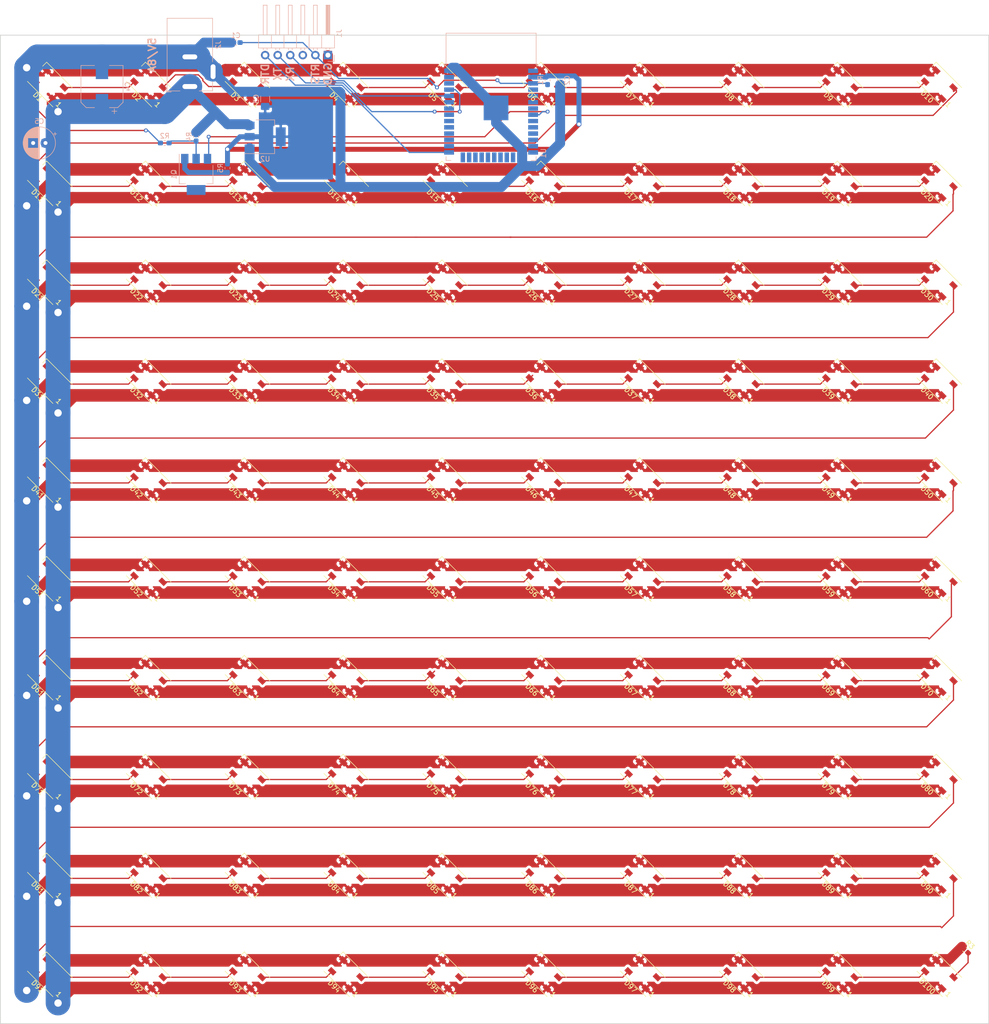
<source format=kicad_pcb>
(kicad_pcb (version 20171130) (host pcbnew 5.0.0)

  (general
    (thickness 1.6)
    (drawings 10)
    (tracks 452)
    (zones 0)
    (modules 115)
    (nets 143)
  )

  (page A3 portrait)
  (layers
    (0 F.Cu signal)
    (31 B.Cu signal)
    (32 B.Adhes user)
    (33 F.Adhes user)
    (34 B.Paste user)
    (35 F.Paste user)
    (36 B.SilkS user)
    (37 F.SilkS user)
    (38 B.Mask user)
    (39 F.Mask user)
    (40 Dwgs.User user)
    (41 Cmts.User user)
    (42 Eco1.User user)
    (43 Eco2.User user)
    (44 Edge.Cuts user)
    (45 Margin user)
    (46 B.CrtYd user)
    (47 F.CrtYd user)
    (48 B.Fab user)
    (49 F.Fab user)
  )

  (setup
    (last_trace_width 0.25)
    (trace_clearance 0.2)
    (zone_clearance 0.508)
    (zone_45_only no)
    (trace_min 0.2)
    (segment_width 0.2)
    (edge_width 0.15)
    (via_size 0.8)
    (via_drill 0.4)
    (via_min_size 0.4)
    (via_min_drill 0.3)
    (uvia_size 0.3)
    (uvia_drill 0.1)
    (uvias_allowed no)
    (uvia_min_size 0.2)
    (uvia_min_drill 0.1)
    (pcb_text_width 0.3)
    (pcb_text_size 1.5 1.5)
    (mod_edge_width 0.15)
    (mod_text_size 1 1)
    (mod_text_width 0.15)
    (pad_size 2 3.8)
    (pad_drill 0)
    (pad_to_mask_clearance 0.2)
    (aux_axis_origin 0 0)
    (visible_elements FFFFFF7F)
    (pcbplotparams
      (layerselection 0x010fc_ffffffff)
      (usegerberextensions false)
      (usegerberattributes false)
      (usegerberadvancedattributes false)
      (creategerberjobfile false)
      (excludeedgelayer true)
      (linewidth 0.100000)
      (plotframeref false)
      (viasonmask false)
      (mode 1)
      (useauxorigin false)
      (hpglpennumber 1)
      (hpglpenspeed 20)
      (hpglpendiameter 15.000000)
      (psnegative false)
      (psa4output false)
      (plotreference true)
      (plotvalue true)
      (plotinvisibletext false)
      (padsonsilk false)
      (subtractmaskfromsilk false)
      (outputformat 1)
      (mirror false)
      (drillshape 0)
      (scaleselection 1)
      (outputdirectory "./out.gerber"))
  )

  (net 0 "")
  (net 1 GND)
  (net 2 "Net-(D1-Pad2)")
  (net 3 +5V)
  (net 4 "Net-(D2-Pad2)")
  (net 5 "Net-(D3-Pad2)")
  (net 6 "Net-(D4-Pad2)")
  (net 7 "Net-(D5-Pad2)")
  (net 8 "Net-(D6-Pad2)")
  (net 9 "Net-(D7-Pad2)")
  (net 10 "Net-(D8-Pad2)")
  (net 11 "Net-(D10-Pad4)")
  (net 12 /sheet5B625F71/DIN)
  (net 13 "Net-(D13-Pad2)")
  (net 14 "Net-(D14-Pad2)")
  (net 15 "Net-(D11-Pad2)")
  (net 16 "Net-(D12-Pad2)")
  (net 17 "Net-(D26-Pad2)")
  (net 18 "Net-(D25-Pad2)")
  (net 19 "Net-(D37-Pad2)")
  (net 20 "Net-(D38-Pad2)")
  (net 21 "Net-(D15-Pad2)")
  (net 22 "Net-(D16-Pad2)")
  (net 23 "Net-(D17-Pad2)")
  (net 24 "Net-(D18-Pad2)")
  (net 25 "Net-(D19-Pad2)")
  (net 26 /sheet5B625F76/DIN)
  (net 27 "Net-(D21-Pad2)")
  (net 28 "Net-(D22-Pad2)")
  (net 29 "Net-(D23-Pad2)")
  (net 30 "Net-(D24-Pad2)")
  (net 31 "Net-(D39-Pad2)")
  (net 32 "Net-(D27-Pad2)")
  (net 33 "Net-(D28-Pad2)")
  (net 34 "Net-(D29-Pad2)")
  (net 35 /sheet5B625F7B/DIN)
  (net 36 "Net-(D31-Pad2)")
  (net 37 "Net-(D32-Pad2)")
  (net 38 "Net-(D33-Pad2)")
  (net 39 "Net-(D34-Pad2)")
  (net 40 "Net-(D35-Pad2)")
  (net 41 "Net-(D36-Pad2)")
  (net 42 /sheet5B625F80/DIN)
  (net 43 "Net-(D41-Pad2)")
  (net 44 "Net-(D42-Pad2)")
  (net 45 "Net-(D43-Pad2)")
  (net 46 "Net-(D44-Pad2)")
  (net 47 "Net-(D45-Pad2)")
  (net 48 "Net-(D46-Pad2)")
  (net 49 "Net-(D47-Pad2)")
  (net 50 "Net-(D48-Pad2)")
  (net 51 "Net-(D49-Pad2)")
  (net 52 /sheet5B625F85/DIN)
  (net 53 "Net-(D63-Pad2)")
  (net 54 "Net-(D64-Pad2)")
  (net 55 "Net-(D52-Pad2)")
  (net 56 "Net-(D51-Pad2)")
  (net 57 "Net-(D53-Pad2)")
  (net 58 "Net-(D54-Pad2)")
  (net 59 "Net-(D55-Pad2)")
  (net 60 "Net-(D56-Pad2)")
  (net 61 "Net-(D57-Pad2)")
  (net 62 "Net-(D58-Pad2)")
  (net 63 "Net-(D59-Pad2)")
  (net 64 /sheet5B625F8A/DIN)
  (net 65 "Net-(D61-Pad2)")
  (net 66 "Net-(D62-Pad2)")
  (net 67 "Net-(D75-Pad2)")
  (net 68 "Net-(D76-Pad2)")
  (net 69 "Net-(D88-Pad2)")
  (net 70 "Net-(D87-Pad2)")
  (net 71 "Net-(D65-Pad2)")
  (net 72 "Net-(D66-Pad2)")
  (net 73 "Net-(D67-Pad2)")
  (net 74 "Net-(D68-Pad2)")
  (net 75 "Net-(D69-Pad2)")
  (net 76 /sheet5B625F8F/DIN)
  (net 77 "Net-(D71-Pad2)")
  (net 78 "Net-(D72-Pad2)")
  (net 79 "Net-(D73-Pad2)")
  (net 80 "Net-(D74-Pad2)")
  (net 81 "Net-(D89-Pad2)")
  (net 82 "Net-(D77-Pad2)")
  (net 83 "Net-(D78-Pad2)")
  (net 84 "Net-(D79-Pad2)")
  (net 85 /sheet5B625F94/DIN)
  (net 86 "Net-(D81-Pad2)")
  (net 87 "Net-(D82-Pad2)")
  (net 88 "Net-(D83-Pad2)")
  (net 89 "Net-(D84-Pad2)")
  (net 90 "Net-(D85-Pad2)")
  (net 91 "Net-(D86-Pad2)")
  (net 92 /sheet5B625F99/DIN)
  (net 93 "Net-(D91-Pad2)")
  (net 94 "Net-(D92-Pad2)")
  (net 95 "Net-(D93-Pad2)")
  (net 96 "Net-(D94-Pad2)")
  (net 97 "Net-(D95-Pad2)")
  (net 98 "Net-(D96-Pad2)")
  (net 99 "Net-(D97-Pad2)")
  (net 100 "Net-(D98-Pad2)")
  (net 101 "Net-(D100-Pad4)")
  (net 102 /sheet5B625F99/DOUT)
  (net 103 +3V3)
  (net 104 /RTS)
  (net 105 /DATA)
  (net 106 "Net-(U1-Pad1)")
  (net 107 "Net-(U1-Pad4)")
  (net 108 "Net-(U1-Pad5)")
  (net 109 "Net-(U1-Pad6)")
  (net 110 "Net-(U1-Pad7)")
  (net 111 "Net-(U1-Pad9)")
  (net 112 "Net-(U1-Pad10)")
  (net 113 "Net-(U1-Pad11)")
  (net 114 "Net-(U1-Pad12)")
  (net 115 "Net-(U1-Pad13)")
  (net 116 "Net-(U1-Pad14)")
  (net 117 "Net-(U1-Pad16)")
  (net 118 "Net-(U1-Pad17)")
  (net 119 "Net-(U1-Pad18)")
  (net 120 "Net-(U1-Pad19)")
  (net 121 "Net-(U1-Pad20)")
  (net 122 "Net-(U1-Pad21)")
  (net 123 "Net-(U1-Pad22)")
  (net 124 "Net-(U1-Pad23)")
  (net 125 "Net-(U1-Pad24)")
  (net 126 /DTR)
  (net 127 "Net-(U1-Pad26)")
  (net 128 "Net-(U1-Pad27)")
  (net 129 "Net-(U1-Pad28)")
  (net 130 "Net-(U1-Pad29)")
  (net 131 "Net-(U1-Pad30)")
  (net 132 "Net-(U1-Pad31)")
  (net 133 "Net-(U1-Pad32)")
  (net 134 "Net-(U1-Pad33)")
  (net 135 /RX)
  (net 136 /TX)
  (net 137 "Net-(U1-Pad36)")
  (net 138 "Net-(U1-Pad37)")
  (net 139 "Net-(J1-Pad3)")
  (net 140 "Net-(Q1-Pad2)")
  (net 141 "Net-(Q1-Pad3)")
  (net 142 "Net-(Q1-Pad1)")

  (net_class Default "This is the default net class."
    (clearance 0.2)
    (trace_width 0.25)
    (via_dia 0.8)
    (via_drill 0.4)
    (uvia_dia 0.3)
    (uvia_drill 0.1)
    (add_net /DATA)
    (add_net /DTR)
    (add_net /RTS)
    (add_net /RX)
    (add_net /TX)
    (add_net /sheet5B625F71/DIN)
    (add_net /sheet5B625F76/DIN)
    (add_net /sheet5B625F7B/DIN)
    (add_net /sheet5B625F80/DIN)
    (add_net /sheet5B625F85/DIN)
    (add_net /sheet5B625F8A/DIN)
    (add_net /sheet5B625F8F/DIN)
    (add_net /sheet5B625F94/DIN)
    (add_net /sheet5B625F99/DIN)
    (add_net /sheet5B625F99/DOUT)
    (add_net "Net-(D1-Pad2)")
    (add_net "Net-(D10-Pad4)")
    (add_net "Net-(D100-Pad4)")
    (add_net "Net-(D11-Pad2)")
    (add_net "Net-(D12-Pad2)")
    (add_net "Net-(D13-Pad2)")
    (add_net "Net-(D14-Pad2)")
    (add_net "Net-(D15-Pad2)")
    (add_net "Net-(D16-Pad2)")
    (add_net "Net-(D17-Pad2)")
    (add_net "Net-(D18-Pad2)")
    (add_net "Net-(D19-Pad2)")
    (add_net "Net-(D2-Pad2)")
    (add_net "Net-(D21-Pad2)")
    (add_net "Net-(D22-Pad2)")
    (add_net "Net-(D23-Pad2)")
    (add_net "Net-(D24-Pad2)")
    (add_net "Net-(D25-Pad2)")
    (add_net "Net-(D26-Pad2)")
    (add_net "Net-(D27-Pad2)")
    (add_net "Net-(D28-Pad2)")
    (add_net "Net-(D29-Pad2)")
    (add_net "Net-(D3-Pad2)")
    (add_net "Net-(D31-Pad2)")
    (add_net "Net-(D32-Pad2)")
    (add_net "Net-(D33-Pad2)")
    (add_net "Net-(D34-Pad2)")
    (add_net "Net-(D35-Pad2)")
    (add_net "Net-(D36-Pad2)")
    (add_net "Net-(D37-Pad2)")
    (add_net "Net-(D38-Pad2)")
    (add_net "Net-(D39-Pad2)")
    (add_net "Net-(D4-Pad2)")
    (add_net "Net-(D41-Pad2)")
    (add_net "Net-(D42-Pad2)")
    (add_net "Net-(D43-Pad2)")
    (add_net "Net-(D44-Pad2)")
    (add_net "Net-(D45-Pad2)")
    (add_net "Net-(D46-Pad2)")
    (add_net "Net-(D47-Pad2)")
    (add_net "Net-(D48-Pad2)")
    (add_net "Net-(D49-Pad2)")
    (add_net "Net-(D5-Pad2)")
    (add_net "Net-(D51-Pad2)")
    (add_net "Net-(D52-Pad2)")
    (add_net "Net-(D53-Pad2)")
    (add_net "Net-(D54-Pad2)")
    (add_net "Net-(D55-Pad2)")
    (add_net "Net-(D56-Pad2)")
    (add_net "Net-(D57-Pad2)")
    (add_net "Net-(D58-Pad2)")
    (add_net "Net-(D59-Pad2)")
    (add_net "Net-(D6-Pad2)")
    (add_net "Net-(D61-Pad2)")
    (add_net "Net-(D62-Pad2)")
    (add_net "Net-(D63-Pad2)")
    (add_net "Net-(D64-Pad2)")
    (add_net "Net-(D65-Pad2)")
    (add_net "Net-(D66-Pad2)")
    (add_net "Net-(D67-Pad2)")
    (add_net "Net-(D68-Pad2)")
    (add_net "Net-(D69-Pad2)")
    (add_net "Net-(D7-Pad2)")
    (add_net "Net-(D71-Pad2)")
    (add_net "Net-(D72-Pad2)")
    (add_net "Net-(D73-Pad2)")
    (add_net "Net-(D74-Pad2)")
    (add_net "Net-(D75-Pad2)")
    (add_net "Net-(D76-Pad2)")
    (add_net "Net-(D77-Pad2)")
    (add_net "Net-(D78-Pad2)")
    (add_net "Net-(D79-Pad2)")
    (add_net "Net-(D8-Pad2)")
    (add_net "Net-(D81-Pad2)")
    (add_net "Net-(D82-Pad2)")
    (add_net "Net-(D83-Pad2)")
    (add_net "Net-(D84-Pad2)")
    (add_net "Net-(D85-Pad2)")
    (add_net "Net-(D86-Pad2)")
    (add_net "Net-(D87-Pad2)")
    (add_net "Net-(D88-Pad2)")
    (add_net "Net-(D89-Pad2)")
    (add_net "Net-(D91-Pad2)")
    (add_net "Net-(D92-Pad2)")
    (add_net "Net-(D93-Pad2)")
    (add_net "Net-(D94-Pad2)")
    (add_net "Net-(D95-Pad2)")
    (add_net "Net-(D96-Pad2)")
    (add_net "Net-(D97-Pad2)")
    (add_net "Net-(D98-Pad2)")
    (add_net "Net-(J1-Pad3)")
    (add_net "Net-(Q1-Pad1)")
    (add_net "Net-(Q1-Pad2)")
    (add_net "Net-(Q1-Pad3)")
    (add_net "Net-(U1-Pad1)")
    (add_net "Net-(U1-Pad10)")
    (add_net "Net-(U1-Pad11)")
    (add_net "Net-(U1-Pad12)")
    (add_net "Net-(U1-Pad13)")
    (add_net "Net-(U1-Pad14)")
    (add_net "Net-(U1-Pad16)")
    (add_net "Net-(U1-Pad17)")
    (add_net "Net-(U1-Pad18)")
    (add_net "Net-(U1-Pad19)")
    (add_net "Net-(U1-Pad20)")
    (add_net "Net-(U1-Pad21)")
    (add_net "Net-(U1-Pad22)")
    (add_net "Net-(U1-Pad23)")
    (add_net "Net-(U1-Pad24)")
    (add_net "Net-(U1-Pad26)")
    (add_net "Net-(U1-Pad27)")
    (add_net "Net-(U1-Pad28)")
    (add_net "Net-(U1-Pad29)")
    (add_net "Net-(U1-Pad30)")
    (add_net "Net-(U1-Pad31)")
    (add_net "Net-(U1-Pad32)")
    (add_net "Net-(U1-Pad33)")
    (add_net "Net-(U1-Pad36)")
    (add_net "Net-(U1-Pad37)")
    (add_net "Net-(U1-Pad4)")
    (add_net "Net-(U1-Pad5)")
    (add_net "Net-(U1-Pad6)")
    (add_net "Net-(U1-Pad7)")
    (add_net "Net-(U1-Pad9)")
  )

  (net_class Power ""
    (clearance 0.2)
    (trace_width 2)
    (via_dia 2)
    (via_drill 1.5)
    (uvia_dia 0.3)
    (uvia_drill 0.1)
    (add_net +5V)
    (add_net GND)
  )

  (net_class smallPower ""
    (clearance 0.2)
    (trace_width 1)
    (via_dia 1)
    (via_drill 0.7)
    (uvia_dia 0.3)
    (uvia_drill 0.1)
    (add_net +3V3)
  )

  (module Resistor_SMD:R_0603_1608Metric_Pad1.05x0.95mm_HandSolder (layer B.Cu) (tedit 5B301BBD) (tstamp 5C10E05B)
    (at 60.96 41.91 270)
    (descr "Resistor SMD 0603 (1608 Metric), square (rectangular) end terminal, IPC_7351 nominal with elongated pad for handsoldering. (Body size source: http://www.tortai-tech.com/upload/download/2011102023233369053.pdf), generated with kicad-footprint-generator")
    (tags "resistor handsolder")
    (path /5C124915)
    (attr smd)
    (fp_text reference R5 (at 0 1.43 270) (layer B.SilkS)
      (effects (font (size 1 1) (thickness 0.15)) (justify mirror))
    )
    (fp_text value 2.2k (at 0 -1.43 270) (layer B.Fab)
      (effects (font (size 1 1) (thickness 0.15)) (justify mirror))
    )
    (fp_text user %R (at 0 0 270) (layer B.Fab)
      (effects (font (size 0.4 0.4) (thickness 0.06)) (justify mirror))
    )
    (fp_line (start 1.65 -0.73) (end -1.65 -0.73) (layer B.CrtYd) (width 0.05))
    (fp_line (start 1.65 0.73) (end 1.65 -0.73) (layer B.CrtYd) (width 0.05))
    (fp_line (start -1.65 0.73) (end 1.65 0.73) (layer B.CrtYd) (width 0.05))
    (fp_line (start -1.65 -0.73) (end -1.65 0.73) (layer B.CrtYd) (width 0.05))
    (fp_line (start -0.171267 -0.51) (end 0.171267 -0.51) (layer B.SilkS) (width 0.12))
    (fp_line (start -0.171267 0.51) (end 0.171267 0.51) (layer B.SilkS) (width 0.12))
    (fp_line (start 0.8 -0.4) (end -0.8 -0.4) (layer B.Fab) (width 0.1))
    (fp_line (start 0.8 0.4) (end 0.8 -0.4) (layer B.Fab) (width 0.1))
    (fp_line (start -0.8 0.4) (end 0.8 0.4) (layer B.Fab) (width 0.1))
    (fp_line (start -0.8 -0.4) (end -0.8 0.4) (layer B.Fab) (width 0.1))
    (pad 2 smd roundrect (at 0.875 0 270) (size 1.05 0.95) (layers B.Cu B.Paste B.Mask) (roundrect_rratio 0.25)
      (net 142 "Net-(Q1-Pad1)"))
    (pad 1 smd roundrect (at -0.875 0 270) (size 1.05 0.95) (layers B.Cu B.Paste B.Mask) (roundrect_rratio 0.25)
      (net 103 +3V3))
    (model ${KISYS3DMOD}/Resistor_SMD.3dshapes/R_0603_1608Metric.wrl
      (at (xyz 0 0 0))
      (scale (xyz 1 1 1))
      (rotate (xyz 0 0 0))
    )
  )

  (module Resistor_SMD:R_0603_1608Metric_Pad1.05x0.95mm_HandSolder (layer B.Cu) (tedit 5B301BBD) (tstamp 5C10FAB8)
    (at 54.61 35.56 270)
    (descr "Resistor SMD 0603 (1608 Metric), square (rectangular) end terminal, IPC_7351 nominal with elongated pad for handsoldering. (Body size source: http://www.tortai-tech.com/upload/download/2011102023233369053.pdf), generated with kicad-footprint-generator")
    (tags "resistor handsolder")
    (path /5C115239)
    (attr smd)
    (fp_text reference R4 (at 0 1.43 270) (layer B.SilkS)
      (effects (font (size 1 1) (thickness 0.15)) (justify mirror))
    )
    (fp_text value 6.8k (at 0 -1.43 270) (layer B.Fab)
      (effects (font (size 1 1) (thickness 0.15)) (justify mirror))
    )
    (fp_line (start -0.8 -0.4) (end -0.8 0.4) (layer B.Fab) (width 0.1))
    (fp_line (start -0.8 0.4) (end 0.8 0.4) (layer B.Fab) (width 0.1))
    (fp_line (start 0.8 0.4) (end 0.8 -0.4) (layer B.Fab) (width 0.1))
    (fp_line (start 0.8 -0.4) (end -0.8 -0.4) (layer B.Fab) (width 0.1))
    (fp_line (start -0.171267 0.51) (end 0.171267 0.51) (layer B.SilkS) (width 0.12))
    (fp_line (start -0.171267 -0.51) (end 0.171267 -0.51) (layer B.SilkS) (width 0.12))
    (fp_line (start -1.65 -0.73) (end -1.65 0.73) (layer B.CrtYd) (width 0.05))
    (fp_line (start -1.65 0.73) (end 1.65 0.73) (layer B.CrtYd) (width 0.05))
    (fp_line (start 1.65 0.73) (end 1.65 -0.73) (layer B.CrtYd) (width 0.05))
    (fp_line (start 1.65 -0.73) (end -1.65 -0.73) (layer B.CrtYd) (width 0.05))
    (fp_text user %R (at 0 0 270) (layer B.Fab)
      (effects (font (size 0.4 0.4) (thickness 0.06)) (justify mirror))
    )
    (pad 1 smd roundrect (at -0.875 0 270) (size 1.05 0.95) (layers B.Cu B.Paste B.Mask) (roundrect_rratio 0.25)
      (net 3 +5V))
    (pad 2 smd roundrect (at 0.875 0 270) (size 1.05 0.95) (layers B.Cu B.Paste B.Mask) (roundrect_rratio 0.25)
      (net 140 "Net-(Q1-Pad2)"))
    (model ${KISYS3DMOD}/Resistor_SMD.3dshapes/R_0603_1608Metric.wrl
      (at (xyz 0 0 0))
      (scale (xyz 1 1 1))
      (rotate (xyz 0 0 0))
    )
  )

  (module Package_TO_SOT_SMD:SOT-223 (layer B.Cu) (tedit 5C100AB2) (tstamp 5C1126E0)
    (at 54.61 43.18 270)
    (descr "module CMS SOT223 4 pins")
    (tags "CMS SOT")
    (path /5C10106F)
    (attr smd)
    (fp_text reference Q1 (at 0 4.5 270) (layer B.SilkS)
      (effects (font (size 1 1) (thickness 0.15)) (justify mirror))
    )
    (fp_text value PZT2222A (at 0 -4.5 270) (layer B.Fab)
      (effects (font (size 1 1) (thickness 0.15)) (justify mirror))
    )
    (fp_text user %R (at 0 0 180) (layer B.Fab)
      (effects (font (size 0.8 0.8) (thickness 0.12)) (justify mirror))
    )
    (fp_line (start -1.85 2.3) (end -0.8 3.35) (layer B.Fab) (width 0.1))
    (fp_line (start 1.91 -3.41) (end 1.91 -2.15) (layer B.SilkS) (width 0.12))
    (fp_line (start 1.91 3.41) (end 1.91 2.15) (layer B.SilkS) (width 0.12))
    (fp_line (start 4.4 3.6) (end -4.4 3.6) (layer B.CrtYd) (width 0.05))
    (fp_line (start 4.4 -3.6) (end 4.4 3.6) (layer B.CrtYd) (width 0.05))
    (fp_line (start -4.4 -3.6) (end 4.4 -3.6) (layer B.CrtYd) (width 0.05))
    (fp_line (start -4.4 3.6) (end -4.4 -3.6) (layer B.CrtYd) (width 0.05))
    (fp_line (start -1.85 2.3) (end -1.85 -3.35) (layer B.Fab) (width 0.1))
    (fp_line (start -1.85 -3.41) (end 1.91 -3.41) (layer B.SilkS) (width 0.12))
    (fp_line (start -0.8 3.35) (end 1.85 3.35) (layer B.Fab) (width 0.1))
    (fp_line (start -4.1 3.41) (end 1.91 3.41) (layer B.SilkS) (width 0.12))
    (fp_line (start -1.85 -3.35) (end 1.85 -3.35) (layer B.Fab) (width 0.1))
    (fp_line (start 1.85 3.35) (end 1.85 -3.35) (layer B.Fab) (width 0.1))
    (pad 4 smd rect (at 3.15 0 270) (size 2 3.8) (layers B.Cu B.Paste B.Mask))
    (pad 2 smd rect (at -3.15 0 270) (size 2 1.5) (layers B.Cu B.Paste B.Mask)
      (net 140 "Net-(Q1-Pad2)"))
    (pad 3 smd rect (at -3.15 -2.3 270) (size 2 1.5) (layers B.Cu B.Paste B.Mask)
      (net 141 "Net-(Q1-Pad3)"))
    (pad 1 smd rect (at -3.15 2.3 270) (size 2 1.5) (layers B.Cu B.Paste B.Mask)
      (net 142 "Net-(Q1-Pad1)"))
    (model ${KISYS3DMOD}/Package_TO_SOT_SMD.3dshapes/SOT-223.wrl
      (at (xyz 0 0 0))
      (scale (xyz 1 1 1))
      (rotate (xyz 0 0 0))
    )
  )

  (module Resistor_SMD:R_0603_1608Metric_Pad1.05x0.95mm_HandSolder (layer B.Cu) (tedit 5B301BBD) (tstamp 5C107045)
    (at 48.26 36.83 180)
    (descr "Resistor SMD 0603 (1608 Metric), square (rectangular) end terminal, IPC_7351 nominal with elongated pad for handsoldering. (Body size source: http://www.tortai-tech.com/upload/download/2011102023233369053.pdf), generated with kicad-footprint-generator")
    (tags "resistor handsolder")
    (path /5B6229BA)
    (attr smd)
    (fp_text reference R2 (at 0 1.43 180) (layer B.SilkS)
      (effects (font (size 1 1) (thickness 0.15)) (justify mirror))
    )
    (fp_text value 470 (at 0 -1.43 180) (layer B.Fab)
      (effects (font (size 1 1) (thickness 0.15)) (justify mirror))
    )
    (fp_line (start -0.8 -0.4) (end -0.8 0.4) (layer B.Fab) (width 0.1))
    (fp_line (start -0.8 0.4) (end 0.8 0.4) (layer B.Fab) (width 0.1))
    (fp_line (start 0.8 0.4) (end 0.8 -0.4) (layer B.Fab) (width 0.1))
    (fp_line (start 0.8 -0.4) (end -0.8 -0.4) (layer B.Fab) (width 0.1))
    (fp_line (start -0.171267 0.51) (end 0.171267 0.51) (layer B.SilkS) (width 0.12))
    (fp_line (start -0.171267 -0.51) (end 0.171267 -0.51) (layer B.SilkS) (width 0.12))
    (fp_line (start -1.65 -0.73) (end -1.65 0.73) (layer B.CrtYd) (width 0.05))
    (fp_line (start -1.65 0.73) (end 1.65 0.73) (layer B.CrtYd) (width 0.05))
    (fp_line (start 1.65 0.73) (end 1.65 -0.73) (layer B.CrtYd) (width 0.05))
    (fp_line (start 1.65 -0.73) (end -1.65 -0.73) (layer B.CrtYd) (width 0.05))
    (fp_text user %R (at 0 0 180) (layer B.Fab)
      (effects (font (size 0.4 0.4) (thickness 0.06)) (justify mirror))
    )
    (pad 1 smd roundrect (at -0.875 0 180) (size 1.05 0.95) (layers B.Cu B.Paste B.Mask) (roundrect_rratio 0.25)
      (net 140 "Net-(Q1-Pad2)"))
    (pad 2 smd roundrect (at 0.875 0 180) (size 1.05 0.95) (layers B.Cu B.Paste B.Mask) (roundrect_rratio 0.25)
      (net 105 /DATA))
    (model ${KISYS3DMOD}/Resistor_SMD.3dshapes/R_0603_1608Metric.wrl
      (at (xyz 0 0 0))
      (scale (xyz 1 1 1))
      (rotate (xyz 0 0 0))
    )
  )

  (module Resistor_SMD:R_0603_1608Metric_Pad1.05x0.95mm_HandSolder (layer F.Cu) (tedit 5B301BBD) (tstamp 5B733D58)
    (at 210.201282 200.041282 315)
    (descr "Resistor SMD 0603 (1608 Metric), square (rectangular) end terminal, IPC_7351 nominal with elongated pad for handsoldering. (Body size source: http://www.tortai-tech.com/upload/download/2011102023233369053.pdf), generated with kicad-footprint-generator")
    (tags "resistor handsolder")
    (path /5B66FEDD)
    (attr smd)
    (fp_text reference R3 (at 0 -1.43 315) (layer F.SilkS)
      (effects (font (size 1 1) (thickness 0.15)))
    )
    (fp_text value 1k (at 0 1.43 315) (layer F.Fab)
      (effects (font (size 1 1) (thickness 0.15)))
    )
    (fp_line (start -0.8 0.4) (end -0.8 -0.4) (layer F.Fab) (width 0.1))
    (fp_line (start -0.8 -0.4) (end 0.8 -0.4) (layer F.Fab) (width 0.1))
    (fp_line (start 0.8 -0.4) (end 0.8 0.4) (layer F.Fab) (width 0.1))
    (fp_line (start 0.8 0.4) (end -0.8 0.4) (layer F.Fab) (width 0.1))
    (fp_line (start -0.171267 -0.51) (end 0.171267 -0.51) (layer F.SilkS) (width 0.12))
    (fp_line (start -0.171267 0.51) (end 0.171267 0.51) (layer F.SilkS) (width 0.12))
    (fp_line (start -1.65 0.73) (end -1.65 -0.73) (layer F.CrtYd) (width 0.05))
    (fp_line (start -1.65 -0.73) (end 1.65 -0.73) (layer F.CrtYd) (width 0.05))
    (fp_line (start 1.65 -0.73) (end 1.65 0.73) (layer F.CrtYd) (width 0.05))
    (fp_line (start 1.65 0.73) (end -1.65 0.73) (layer F.CrtYd) (width 0.05))
    (fp_text user %R (at 0 0 315) (layer F.Fab)
      (effects (font (size 0.4 0.4) (thickness 0.06)))
    )
    (pad 1 smd roundrect (at -0.874999 0 315) (size 1.05 0.95) (layers F.Cu F.Paste F.Mask) (roundrect_rratio 0.25)
      (net 1 GND))
    (pad 2 smd roundrect (at 0.874999 0 315) (size 1.05 0.95) (layers F.Cu F.Paste F.Mask) (roundrect_rratio 0.25)
      (net 102 /sheet5B625F99/DOUT))
    (model ${KISYS3DMOD}/Resistor_SMD.3dshapes/R_0603_1608Metric.wrl
      (at (xyz 0 0 0))
      (scale (xyz 1 1 1))
      (rotate (xyz 0 0 0))
    )
  )

  (module Connector_BarrelJack:BarrelJack_Horizontal (layer B.Cu) (tedit 5A1DBF6A) (tstamp 5B7EA195)
    (at 53.34 25.4 270)
    (descr "DC Barrel Jack")
    (tags "Power Jack")
    (path /5B660D82)
    (fp_text reference J2 (at -8.45 -5.75 270) (layer B.SilkS)
      (effects (font (size 1 1) (thickness 0.15)) (justify mirror))
    )
    (fp_text value Barrel_Jack_Switch (at -6.2 5.5 270) (layer B.Fab)
      (effects (font (size 1 1) (thickness 0.15)) (justify mirror))
    )
    (fp_text user %R (at -3 2.95 270) (layer B.Fab)
      (effects (font (size 1 1) (thickness 0.15)) (justify mirror))
    )
    (fp_line (start -0.003213 4.505425) (end 0.8 3.75) (layer B.Fab) (width 0.1))
    (fp_line (start 1.1 3.75) (end 1.1 4.8) (layer B.SilkS) (width 0.12))
    (fp_line (start 0.05 4.8) (end 1.1 4.8) (layer B.SilkS) (width 0.12))
    (fp_line (start 1 4.5) (end 1 4.75) (layer B.CrtYd) (width 0.05))
    (fp_line (start 1 4.75) (end -14 4.75) (layer B.CrtYd) (width 0.05))
    (fp_line (start 1 4.5) (end 1 2) (layer B.CrtYd) (width 0.05))
    (fp_line (start 1 2) (end 2 2) (layer B.CrtYd) (width 0.05))
    (fp_line (start 2 2) (end 2 -2) (layer B.CrtYd) (width 0.05))
    (fp_line (start 2 -2) (end 1 -2) (layer B.CrtYd) (width 0.05))
    (fp_line (start 1 -2) (end 1 -4.75) (layer B.CrtYd) (width 0.05))
    (fp_line (start 1 -4.75) (end -1 -4.75) (layer B.CrtYd) (width 0.05))
    (fp_line (start -1 -4.75) (end -1 -6.75) (layer B.CrtYd) (width 0.05))
    (fp_line (start -1 -6.75) (end -5 -6.75) (layer B.CrtYd) (width 0.05))
    (fp_line (start -5 -6.75) (end -5 -4.75) (layer B.CrtYd) (width 0.05))
    (fp_line (start -5 -4.75) (end -14 -4.75) (layer B.CrtYd) (width 0.05))
    (fp_line (start -14 -4.75) (end -14 4.75) (layer B.CrtYd) (width 0.05))
    (fp_line (start -5 -4.6) (end -13.8 -4.6) (layer B.SilkS) (width 0.12))
    (fp_line (start -13.8 -4.6) (end -13.8 4.6) (layer B.SilkS) (width 0.12))
    (fp_line (start 0.9 -1.9) (end 0.9 -4.6) (layer B.SilkS) (width 0.12))
    (fp_line (start 0.9 -4.6) (end -1 -4.6) (layer B.SilkS) (width 0.12))
    (fp_line (start -13.8 4.6) (end 0.9 4.6) (layer B.SilkS) (width 0.12))
    (fp_line (start 0.9 4.6) (end 0.9 2) (layer B.SilkS) (width 0.12))
    (fp_line (start -10.2 4.5) (end -10.2 -4.5) (layer B.Fab) (width 0.1))
    (fp_line (start -13.7 4.5) (end -13.7 -4.5) (layer B.Fab) (width 0.1))
    (fp_line (start -13.7 -4.5) (end 0.8 -4.5) (layer B.Fab) (width 0.1))
    (fp_line (start 0.8 -4.5) (end 0.8 3.75) (layer B.Fab) (width 0.1))
    (fp_line (start 0 4.5) (end -13.7 4.5) (layer B.Fab) (width 0.1))
    (pad 1 thru_hole rect (at 0 0 270) (size 3.5 3.5) (drill oval 1 3) (layers *.Cu *.Mask)
      (net 3 +5V))
    (pad 2 thru_hole roundrect (at -6 0 270) (size 3 3.5) (drill oval 1 3) (layers *.Cu *.Mask) (roundrect_rratio 0.25)
      (net 1 GND))
    (pad 3 thru_hole roundrect (at -3 -4.7 270) (size 3.5 3.5) (drill oval 3 1) (layers *.Cu *.Mask) (roundrect_rratio 0.25)
      (net 1 GND))
    (model ${KISYS3DMOD}/Connector_BarrelJack.3dshapes/BarrelJack_Horizontal.wrl
      (at (xyz 0 0 0))
      (scale (xyz 1 1 1))
      (rotate (xyz 0 0 0))
    )
  )

  (module Package_TO_SOT_SMD:SOT-223-3_TabPin2 (layer B.Cu) (tedit 5A02FF57) (tstamp 5B7F2854)
    (at 68.58 35.56)
    (descr "module CMS SOT223 4 pins")
    (tags "CMS SOT")
    (path /5B652DB1)
    (attr smd)
    (fp_text reference U2 (at 0 4.5) (layer B.SilkS)
      (effects (font (size 1 1) (thickness 0.15)) (justify mirror))
    )
    (fp_text value AMS1117-3.3 (at 0 -4.5) (layer B.Fab)
      (effects (font (size 1 1) (thickness 0.15)) (justify mirror))
    )
    (fp_text user %R (at 0 0) (layer B.Fab)
      (effects (font (size 0.8 0.8) (thickness 0.12)) (justify mirror))
    )
    (fp_line (start 1.91 -3.41) (end 1.91 -2.15) (layer B.SilkS) (width 0.12))
    (fp_line (start 1.91 3.41) (end 1.91 2.15) (layer B.SilkS) (width 0.12))
    (fp_line (start 4.4 3.6) (end -4.4 3.6) (layer B.CrtYd) (width 0.05))
    (fp_line (start 4.4 -3.6) (end 4.4 3.6) (layer B.CrtYd) (width 0.05))
    (fp_line (start -4.4 -3.6) (end 4.4 -3.6) (layer B.CrtYd) (width 0.05))
    (fp_line (start -4.4 3.6) (end -4.4 -3.6) (layer B.CrtYd) (width 0.05))
    (fp_line (start -1.85 2.35) (end -0.85 3.35) (layer B.Fab) (width 0.1))
    (fp_line (start -1.85 2.35) (end -1.85 -3.35) (layer B.Fab) (width 0.1))
    (fp_line (start -1.85 -3.41) (end 1.91 -3.41) (layer B.SilkS) (width 0.12))
    (fp_line (start -0.85 3.35) (end 1.85 3.35) (layer B.Fab) (width 0.1))
    (fp_line (start -4.1 3.41) (end 1.91 3.41) (layer B.SilkS) (width 0.12))
    (fp_line (start -1.85 -3.35) (end 1.85 -3.35) (layer B.Fab) (width 0.1))
    (fp_line (start 1.85 3.35) (end 1.85 -3.35) (layer B.Fab) (width 0.1))
    (pad 2 smd rect (at 3.15 0) (size 2 3.8) (layers B.Cu B.Paste B.Mask)
      (net 103 +3V3))
    (pad 2 smd rect (at -3.15 0) (size 2 1.5) (layers B.Cu B.Paste B.Mask)
      (net 103 +3V3))
    (pad 3 smd rect (at -3.15 -2.3) (size 2 1.5) (layers B.Cu B.Paste B.Mask)
      (net 3 +5V))
    (pad 1 smd rect (at -3.15 2.3) (size 2 1.5) (layers B.Cu B.Paste B.Mask)
      (net 1 GND))
    (model ${KISYS3DMOD}/Package_TO_SOT_SMD.3dshapes/SOT-223.wrl
      (at (xyz 0 0 0))
      (scale (xyz 1 1 1))
      (rotate (xyz 0 0 0))
    )
  )

  (module Capacitor_SMD:CP_Elec_8x10 (layer B.Cu) (tedit 5A841F9D) (tstamp 5B7F2E5F)
    (at 35.56 25.4 90)
    (descr "SMT capacitor, aluminium electrolytic, 8x10, Nichicon ")
    (tags "Capacitor Electrolytic")
    (path /5B622644)
    (attr smd)
    (fp_text reference C4 (at 0 5.2 90) (layer B.SilkS)
      (effects (font (size 1 1) (thickness 0.15)) (justify mirror))
    )
    (fp_text value 1m (at 0 -5.2 90) (layer B.Fab)
      (effects (font (size 1 1) (thickness 0.15)) (justify mirror))
    )
    (fp_circle (center 0 0) (end 4 0) (layer B.Fab) (width 0.1))
    (fp_line (start 4.15 4.15) (end 4.15 -4.15) (layer B.Fab) (width 0.1))
    (fp_line (start -3.15 4.15) (end 4.15 4.15) (layer B.Fab) (width 0.1))
    (fp_line (start -3.15 -4.15) (end 4.15 -4.15) (layer B.Fab) (width 0.1))
    (fp_line (start -4.15 3.15) (end -4.15 -3.15) (layer B.Fab) (width 0.1))
    (fp_line (start -4.15 3.15) (end -3.15 4.15) (layer B.Fab) (width 0.1))
    (fp_line (start -4.15 -3.15) (end -3.15 -4.15) (layer B.Fab) (width 0.1))
    (fp_line (start -3.562278 1.5) (end -2.762278 1.5) (layer B.Fab) (width 0.1))
    (fp_line (start -3.162278 1.9) (end -3.162278 1.1) (layer B.Fab) (width 0.1))
    (fp_line (start 4.26 -4.26) (end 4.26 -1.51) (layer B.SilkS) (width 0.12))
    (fp_line (start 4.26 4.26) (end 4.26 1.51) (layer B.SilkS) (width 0.12))
    (fp_line (start -3.195563 4.26) (end 4.26 4.26) (layer B.SilkS) (width 0.12))
    (fp_line (start -3.195563 -4.26) (end 4.26 -4.26) (layer B.SilkS) (width 0.12))
    (fp_line (start -4.26 -3.195563) (end -4.26 -1.51) (layer B.SilkS) (width 0.12))
    (fp_line (start -4.26 3.195563) (end -4.26 1.51) (layer B.SilkS) (width 0.12))
    (fp_line (start -4.26 3.195563) (end -3.195563 4.26) (layer B.SilkS) (width 0.12))
    (fp_line (start -4.26 -3.195563) (end -3.195563 -4.26) (layer B.SilkS) (width 0.12))
    (fp_line (start -5.5 2.51) (end -4.5 2.51) (layer B.SilkS) (width 0.12))
    (fp_line (start -5 3.01) (end -5 2.01) (layer B.SilkS) (width 0.12))
    (fp_line (start 4.4 4.4) (end 4.4 1.5) (layer B.CrtYd) (width 0.05))
    (fp_line (start 4.4 1.5) (end 5.25 1.5) (layer B.CrtYd) (width 0.05))
    (fp_line (start 5.25 1.5) (end 5.25 -1.5) (layer B.CrtYd) (width 0.05))
    (fp_line (start 5.25 -1.5) (end 4.4 -1.5) (layer B.CrtYd) (width 0.05))
    (fp_line (start 4.4 -1.5) (end 4.4 -4.4) (layer B.CrtYd) (width 0.05))
    (fp_line (start -3.25 -4.4) (end 4.4 -4.4) (layer B.CrtYd) (width 0.05))
    (fp_line (start -3.25 4.4) (end 4.4 4.4) (layer B.CrtYd) (width 0.05))
    (fp_line (start -4.4 -3.25) (end -3.25 -4.4) (layer B.CrtYd) (width 0.05))
    (fp_line (start -4.4 3.25) (end -3.25 4.4) (layer B.CrtYd) (width 0.05))
    (fp_line (start -4.4 3.25) (end -4.4 1.5) (layer B.CrtYd) (width 0.05))
    (fp_line (start -4.4 -1.5) (end -4.4 -3.25) (layer B.CrtYd) (width 0.05))
    (fp_line (start -4.4 1.5) (end -5.25 1.5) (layer B.CrtYd) (width 0.05))
    (fp_line (start -5.25 1.5) (end -5.25 -1.5) (layer B.CrtYd) (width 0.05))
    (fp_line (start -5.25 -1.5) (end -4.4 -1.5) (layer B.CrtYd) (width 0.05))
    (fp_text user %R (at 0 0 90) (layer B.Fab)
      (effects (font (size 1 1) (thickness 0.15)) (justify mirror))
    )
    (pad 1 smd rect (at -3.25 0 90) (size 3.5 2.5) (layers B.Cu B.Paste B.Mask)
      (net 3 +5V))
    (pad 2 smd rect (at 3.25 0 90) (size 3.5 2.5) (layers B.Cu B.Paste B.Mask)
      (net 1 GND))
    (model ${KISYS3DMOD}/Capacitor_SMD.3dshapes/CP_Elec_8x10.wrl
      (at (xyz 0 0 0))
      (scale (xyz 1 1 1))
      (rotate (xyz 0 0 0))
    )
  )

  (module Capacitor_SMD:C_0603_1608Metric_Pad1.05x0.95mm_HandSolder (layer B.Cu) (tedit 5B301BBE) (tstamp 5B7E431F)
    (at 128.27 24.13 90)
    (descr "Capacitor SMD 0603 (1608 Metric), square (rectangular) end terminal, IPC_7351 nominal with elongated pad for handsoldering. (Body size source: http://www.tortai-tech.com/upload/download/2011102023233369053.pdf), generated with kicad-footprint-generator")
    (tags "capacitor handsolder")
    (path /5B627C19)
    (attr smd)
    (fp_text reference C2 (at 0 1.43 90) (layer B.SilkS)
      (effects (font (size 1 1) (thickness 0.15)) (justify mirror))
    )
    (fp_text value 100n (at 0 -1.43 90) (layer B.Fab)
      (effects (font (size 1 1) (thickness 0.15)) (justify mirror))
    )
    (fp_text user %R (at 0 0 90) (layer B.Fab)
      (effects (font (size 0.4 0.4) (thickness 0.06)) (justify mirror))
    )
    (fp_line (start 1.65 -0.73) (end -1.65 -0.73) (layer B.CrtYd) (width 0.05))
    (fp_line (start 1.65 0.73) (end 1.65 -0.73) (layer B.CrtYd) (width 0.05))
    (fp_line (start -1.65 0.73) (end 1.65 0.73) (layer B.CrtYd) (width 0.05))
    (fp_line (start -1.65 -0.73) (end -1.65 0.73) (layer B.CrtYd) (width 0.05))
    (fp_line (start -0.171267 -0.51) (end 0.171267 -0.51) (layer B.SilkS) (width 0.12))
    (fp_line (start -0.171267 0.51) (end 0.171267 0.51) (layer B.SilkS) (width 0.12))
    (fp_line (start 0.8 -0.4) (end -0.8 -0.4) (layer B.Fab) (width 0.1))
    (fp_line (start 0.8 0.4) (end 0.8 -0.4) (layer B.Fab) (width 0.1))
    (fp_line (start -0.8 0.4) (end 0.8 0.4) (layer B.Fab) (width 0.1))
    (fp_line (start -0.8 -0.4) (end -0.8 0.4) (layer B.Fab) (width 0.1))
    (pad 2 smd roundrect (at 0.875 0 90) (size 1.05 0.95) (layers B.Cu B.Paste B.Mask) (roundrect_rratio 0.25)
      (net 103 +3V3))
    (pad 1 smd roundrect (at -0.875 0 90) (size 1.05 0.95) (layers B.Cu B.Paste B.Mask) (roundrect_rratio 0.25)
      (net 1 GND))
    (model ${KISYS3DMOD}/Capacitor_SMD.3dshapes/C_0603_1608Metric.wrl
      (at (xyz 0 0 0))
      (scale (xyz 1 1 1))
      (rotate (xyz 0 0 0))
    )
  )

  (module Capacitor_SMD:C_0603_1608Metric_Pad1.05x0.95mm_HandSolder (layer B.Cu) (tedit 5B301BBE) (tstamp 5B7F3730)
    (at 62.625 16.51 180)
    (descr "Capacitor SMD 0603 (1608 Metric), square (rectangular) end terminal, IPC_7351 nominal with elongated pad for handsoldering. (Body size source: http://www.tortai-tech.com/upload/download/2011102023233369053.pdf), generated with kicad-footprint-generator")
    (tags "capacitor handsolder")
    (path /5B623621)
    (attr smd)
    (fp_text reference C1 (at 0 1.43 180) (layer B.SilkS)
      (effects (font (size 1 1) (thickness 0.15)) (justify mirror))
    )
    (fp_text value 100n (at 0 -1.43 180) (layer B.Fab)
      (effects (font (size 1 1) (thickness 0.15)) (justify mirror))
    )
    (fp_line (start -0.8 -0.4) (end -0.8 0.4) (layer B.Fab) (width 0.1))
    (fp_line (start -0.8 0.4) (end 0.8 0.4) (layer B.Fab) (width 0.1))
    (fp_line (start 0.8 0.4) (end 0.8 -0.4) (layer B.Fab) (width 0.1))
    (fp_line (start 0.8 -0.4) (end -0.8 -0.4) (layer B.Fab) (width 0.1))
    (fp_line (start -0.171267 0.51) (end 0.171267 0.51) (layer B.SilkS) (width 0.12))
    (fp_line (start -0.171267 -0.51) (end 0.171267 -0.51) (layer B.SilkS) (width 0.12))
    (fp_line (start -1.65 -0.73) (end -1.65 0.73) (layer B.CrtYd) (width 0.05))
    (fp_line (start -1.65 0.73) (end 1.65 0.73) (layer B.CrtYd) (width 0.05))
    (fp_line (start 1.65 0.73) (end 1.65 -0.73) (layer B.CrtYd) (width 0.05))
    (fp_line (start 1.65 -0.73) (end -1.65 -0.73) (layer B.CrtYd) (width 0.05))
    (fp_text user %R (at 0 0 180) (layer B.Fab)
      (effects (font (size 0.4 0.4) (thickness 0.06)) (justify mirror))
    )
    (pad 1 smd roundrect (at -0.875 0 180) (size 1.05 0.95) (layers B.Cu B.Paste B.Mask) (roundrect_rratio 0.25)
      (net 104 /RTS))
    (pad 2 smd roundrect (at 0.875 0 180) (size 1.05 0.95) (layers B.Cu B.Paste B.Mask) (roundrect_rratio 0.25)
      (net 1 GND))
    (model ${KISYS3DMOD}/Capacitor_SMD.3dshapes/C_0603_1608Metric.wrl
      (at (xyz 0 0 0))
      (scale (xyz 1 1 1))
      (rotate (xyz 0 0 0))
    )
  )

  (module Capacitor_SMD:C_1206_3216Metric_Pad1.42x1.75mm_HandSolder (layer B.Cu) (tedit 5B301BBE) (tstamp 5B7F3781)
    (at 68.58 27.94 270)
    (descr "Capacitor SMD 1206 (3216 Metric), square (rectangular) end terminal, IPC_7351 nominal with elongated pad for handsoldering. (Body size source: http://www.tortai-tech.com/upload/download/2011102023233369053.pdf), generated with kicad-footprint-generator")
    (tags "capacitor handsolder")
    (path /5B627C53)
    (attr smd)
    (fp_text reference C3 (at 0 1.82 270) (layer B.SilkS)
      (effects (font (size 1 1) (thickness 0.15)) (justify mirror))
    )
    (fp_text value 10u (at 0 -1.82 270) (layer B.Fab)
      (effects (font (size 1 1) (thickness 0.15)) (justify mirror))
    )
    (fp_line (start -1.6 -0.8) (end -1.6 0.8) (layer B.Fab) (width 0.1))
    (fp_line (start -1.6 0.8) (end 1.6 0.8) (layer B.Fab) (width 0.1))
    (fp_line (start 1.6 0.8) (end 1.6 -0.8) (layer B.Fab) (width 0.1))
    (fp_line (start 1.6 -0.8) (end -1.6 -0.8) (layer B.Fab) (width 0.1))
    (fp_line (start -0.602064 0.91) (end 0.602064 0.91) (layer B.SilkS) (width 0.12))
    (fp_line (start -0.602064 -0.91) (end 0.602064 -0.91) (layer B.SilkS) (width 0.12))
    (fp_line (start -2.45 -1.12) (end -2.45 1.12) (layer B.CrtYd) (width 0.05))
    (fp_line (start -2.45 1.12) (end 2.45 1.12) (layer B.CrtYd) (width 0.05))
    (fp_line (start 2.45 1.12) (end 2.45 -1.12) (layer B.CrtYd) (width 0.05))
    (fp_line (start 2.45 -1.12) (end -2.45 -1.12) (layer B.CrtYd) (width 0.05))
    (fp_text user %R (at 0 0 270) (layer B.Fab)
      (effects (font (size 0.8 0.8) (thickness 0.12)) (justify mirror))
    )
    (pad 1 smd roundrect (at -1.4875 0 270) (size 1.425 1.75) (layers B.Cu B.Paste B.Mask) (roundrect_rratio 0.175439)
      (net 1 GND))
    (pad 2 smd roundrect (at 1.4875 0 270) (size 1.425 1.75) (layers B.Cu B.Paste B.Mask) (roundrect_rratio 0.175439)
      (net 103 +3V3))
    (model ${KISYS3DMOD}/Capacitor_SMD.3dshapes/C_1206_3216Metric.wrl
      (at (xyz 0 0 0))
      (scale (xyz 1 1 1))
      (rotate (xyz 0 0 0))
    )
  )

  (module Capacitor_THT:CP_Radial_D6.3mm_P2.50mm (layer B.Cu) (tedit 5AE50EF0) (tstamp 5B7E42EC)
    (at 24.13 36.83 180)
    (descr "CP, Radial series, Radial, pin pitch=2.50mm, , diameter=6.3mm, Electrolytic Capacitor")
    (tags "CP Radial series Radial pin pitch 2.50mm  diameter 6.3mm Electrolytic Capacitor")
    (path /5B646B67)
    (fp_text reference C5 (at 1.25 4.4 180) (layer B.SilkS)
      (effects (font (size 1 1) (thickness 0.15)) (justify mirror))
    )
    (fp_text value 1m (at 1.25 -4.4 180) (layer B.Fab)
      (effects (font (size 1 1) (thickness 0.15)) (justify mirror))
    )
    (fp_circle (center 1.25 0) (end 4.4 0) (layer B.Fab) (width 0.1))
    (fp_circle (center 1.25 0) (end 4.52 0) (layer B.SilkS) (width 0.12))
    (fp_circle (center 1.25 0) (end 4.65 0) (layer B.CrtYd) (width 0.05))
    (fp_line (start -1.443972 1.3735) (end -0.813972 1.3735) (layer B.Fab) (width 0.1))
    (fp_line (start -1.128972 1.6885) (end -1.128972 1.0585) (layer B.Fab) (width 0.1))
    (fp_line (start 1.25 3.23) (end 1.25 -3.23) (layer B.SilkS) (width 0.12))
    (fp_line (start 1.29 3.23) (end 1.29 -3.23) (layer B.SilkS) (width 0.12))
    (fp_line (start 1.33 3.23) (end 1.33 -3.23) (layer B.SilkS) (width 0.12))
    (fp_line (start 1.37 3.228) (end 1.37 -3.228) (layer B.SilkS) (width 0.12))
    (fp_line (start 1.41 3.227) (end 1.41 -3.227) (layer B.SilkS) (width 0.12))
    (fp_line (start 1.45 3.224) (end 1.45 -3.224) (layer B.SilkS) (width 0.12))
    (fp_line (start 1.49 3.222) (end 1.49 1.04) (layer B.SilkS) (width 0.12))
    (fp_line (start 1.49 -1.04) (end 1.49 -3.222) (layer B.SilkS) (width 0.12))
    (fp_line (start 1.53 3.218) (end 1.53 1.04) (layer B.SilkS) (width 0.12))
    (fp_line (start 1.53 -1.04) (end 1.53 -3.218) (layer B.SilkS) (width 0.12))
    (fp_line (start 1.57 3.215) (end 1.57 1.04) (layer B.SilkS) (width 0.12))
    (fp_line (start 1.57 -1.04) (end 1.57 -3.215) (layer B.SilkS) (width 0.12))
    (fp_line (start 1.61 3.211) (end 1.61 1.04) (layer B.SilkS) (width 0.12))
    (fp_line (start 1.61 -1.04) (end 1.61 -3.211) (layer B.SilkS) (width 0.12))
    (fp_line (start 1.65 3.206) (end 1.65 1.04) (layer B.SilkS) (width 0.12))
    (fp_line (start 1.65 -1.04) (end 1.65 -3.206) (layer B.SilkS) (width 0.12))
    (fp_line (start 1.69 3.201) (end 1.69 1.04) (layer B.SilkS) (width 0.12))
    (fp_line (start 1.69 -1.04) (end 1.69 -3.201) (layer B.SilkS) (width 0.12))
    (fp_line (start 1.73 3.195) (end 1.73 1.04) (layer B.SilkS) (width 0.12))
    (fp_line (start 1.73 -1.04) (end 1.73 -3.195) (layer B.SilkS) (width 0.12))
    (fp_line (start 1.77 3.189) (end 1.77 1.04) (layer B.SilkS) (width 0.12))
    (fp_line (start 1.77 -1.04) (end 1.77 -3.189) (layer B.SilkS) (width 0.12))
    (fp_line (start 1.81 3.182) (end 1.81 1.04) (layer B.SilkS) (width 0.12))
    (fp_line (start 1.81 -1.04) (end 1.81 -3.182) (layer B.SilkS) (width 0.12))
    (fp_line (start 1.85 3.175) (end 1.85 1.04) (layer B.SilkS) (width 0.12))
    (fp_line (start 1.85 -1.04) (end 1.85 -3.175) (layer B.SilkS) (width 0.12))
    (fp_line (start 1.89 3.167) (end 1.89 1.04) (layer B.SilkS) (width 0.12))
    (fp_line (start 1.89 -1.04) (end 1.89 -3.167) (layer B.SilkS) (width 0.12))
    (fp_line (start 1.93 3.159) (end 1.93 1.04) (layer B.SilkS) (width 0.12))
    (fp_line (start 1.93 -1.04) (end 1.93 -3.159) (layer B.SilkS) (width 0.12))
    (fp_line (start 1.971 3.15) (end 1.971 1.04) (layer B.SilkS) (width 0.12))
    (fp_line (start 1.971 -1.04) (end 1.971 -3.15) (layer B.SilkS) (width 0.12))
    (fp_line (start 2.011 3.141) (end 2.011 1.04) (layer B.SilkS) (width 0.12))
    (fp_line (start 2.011 -1.04) (end 2.011 -3.141) (layer B.SilkS) (width 0.12))
    (fp_line (start 2.051 3.131) (end 2.051 1.04) (layer B.SilkS) (width 0.12))
    (fp_line (start 2.051 -1.04) (end 2.051 -3.131) (layer B.SilkS) (width 0.12))
    (fp_line (start 2.091 3.121) (end 2.091 1.04) (layer B.SilkS) (width 0.12))
    (fp_line (start 2.091 -1.04) (end 2.091 -3.121) (layer B.SilkS) (width 0.12))
    (fp_line (start 2.131 3.11) (end 2.131 1.04) (layer B.SilkS) (width 0.12))
    (fp_line (start 2.131 -1.04) (end 2.131 -3.11) (layer B.SilkS) (width 0.12))
    (fp_line (start 2.171 3.098) (end 2.171 1.04) (layer B.SilkS) (width 0.12))
    (fp_line (start 2.171 -1.04) (end 2.171 -3.098) (layer B.SilkS) (width 0.12))
    (fp_line (start 2.211 3.086) (end 2.211 1.04) (layer B.SilkS) (width 0.12))
    (fp_line (start 2.211 -1.04) (end 2.211 -3.086) (layer B.SilkS) (width 0.12))
    (fp_line (start 2.251 3.074) (end 2.251 1.04) (layer B.SilkS) (width 0.12))
    (fp_line (start 2.251 -1.04) (end 2.251 -3.074) (layer B.SilkS) (width 0.12))
    (fp_line (start 2.291 3.061) (end 2.291 1.04) (layer B.SilkS) (width 0.12))
    (fp_line (start 2.291 -1.04) (end 2.291 -3.061) (layer B.SilkS) (width 0.12))
    (fp_line (start 2.331 3.047) (end 2.331 1.04) (layer B.SilkS) (width 0.12))
    (fp_line (start 2.331 -1.04) (end 2.331 -3.047) (layer B.SilkS) (width 0.12))
    (fp_line (start 2.371 3.033) (end 2.371 1.04) (layer B.SilkS) (width 0.12))
    (fp_line (start 2.371 -1.04) (end 2.371 -3.033) (layer B.SilkS) (width 0.12))
    (fp_line (start 2.411 3.018) (end 2.411 1.04) (layer B.SilkS) (width 0.12))
    (fp_line (start 2.411 -1.04) (end 2.411 -3.018) (layer B.SilkS) (width 0.12))
    (fp_line (start 2.451 3.002) (end 2.451 1.04) (layer B.SilkS) (width 0.12))
    (fp_line (start 2.451 -1.04) (end 2.451 -3.002) (layer B.SilkS) (width 0.12))
    (fp_line (start 2.491 2.986) (end 2.491 1.04) (layer B.SilkS) (width 0.12))
    (fp_line (start 2.491 -1.04) (end 2.491 -2.986) (layer B.SilkS) (width 0.12))
    (fp_line (start 2.531 2.97) (end 2.531 1.04) (layer B.SilkS) (width 0.12))
    (fp_line (start 2.531 -1.04) (end 2.531 -2.97) (layer B.SilkS) (width 0.12))
    (fp_line (start 2.571 2.952) (end 2.571 1.04) (layer B.SilkS) (width 0.12))
    (fp_line (start 2.571 -1.04) (end 2.571 -2.952) (layer B.SilkS) (width 0.12))
    (fp_line (start 2.611 2.934) (end 2.611 1.04) (layer B.SilkS) (width 0.12))
    (fp_line (start 2.611 -1.04) (end 2.611 -2.934) (layer B.SilkS) (width 0.12))
    (fp_line (start 2.651 2.916) (end 2.651 1.04) (layer B.SilkS) (width 0.12))
    (fp_line (start 2.651 -1.04) (end 2.651 -2.916) (layer B.SilkS) (width 0.12))
    (fp_line (start 2.691 2.896) (end 2.691 1.04) (layer B.SilkS) (width 0.12))
    (fp_line (start 2.691 -1.04) (end 2.691 -2.896) (layer B.SilkS) (width 0.12))
    (fp_line (start 2.731 2.876) (end 2.731 1.04) (layer B.SilkS) (width 0.12))
    (fp_line (start 2.731 -1.04) (end 2.731 -2.876) (layer B.SilkS) (width 0.12))
    (fp_line (start 2.771 2.856) (end 2.771 1.04) (layer B.SilkS) (width 0.12))
    (fp_line (start 2.771 -1.04) (end 2.771 -2.856) (layer B.SilkS) (width 0.12))
    (fp_line (start 2.811 2.834) (end 2.811 1.04) (layer B.SilkS) (width 0.12))
    (fp_line (start 2.811 -1.04) (end 2.811 -2.834) (layer B.SilkS) (width 0.12))
    (fp_line (start 2.851 2.812) (end 2.851 1.04) (layer B.SilkS) (width 0.12))
    (fp_line (start 2.851 -1.04) (end 2.851 -2.812) (layer B.SilkS) (width 0.12))
    (fp_line (start 2.891 2.79) (end 2.891 1.04) (layer B.SilkS) (width 0.12))
    (fp_line (start 2.891 -1.04) (end 2.891 -2.79) (layer B.SilkS) (width 0.12))
    (fp_line (start 2.931 2.766) (end 2.931 1.04) (layer B.SilkS) (width 0.12))
    (fp_line (start 2.931 -1.04) (end 2.931 -2.766) (layer B.SilkS) (width 0.12))
    (fp_line (start 2.971 2.742) (end 2.971 1.04) (layer B.SilkS) (width 0.12))
    (fp_line (start 2.971 -1.04) (end 2.971 -2.742) (layer B.SilkS) (width 0.12))
    (fp_line (start 3.011 2.716) (end 3.011 1.04) (layer B.SilkS) (width 0.12))
    (fp_line (start 3.011 -1.04) (end 3.011 -2.716) (layer B.SilkS) (width 0.12))
    (fp_line (start 3.051 2.69) (end 3.051 1.04) (layer B.SilkS) (width 0.12))
    (fp_line (start 3.051 -1.04) (end 3.051 -2.69) (layer B.SilkS) (width 0.12))
    (fp_line (start 3.091 2.664) (end 3.091 1.04) (layer B.SilkS) (width 0.12))
    (fp_line (start 3.091 -1.04) (end 3.091 -2.664) (layer B.SilkS) (width 0.12))
    (fp_line (start 3.131 2.636) (end 3.131 1.04) (layer B.SilkS) (width 0.12))
    (fp_line (start 3.131 -1.04) (end 3.131 -2.636) (layer B.SilkS) (width 0.12))
    (fp_line (start 3.171 2.607) (end 3.171 1.04) (layer B.SilkS) (width 0.12))
    (fp_line (start 3.171 -1.04) (end 3.171 -2.607) (layer B.SilkS) (width 0.12))
    (fp_line (start 3.211 2.578) (end 3.211 1.04) (layer B.SilkS) (width 0.12))
    (fp_line (start 3.211 -1.04) (end 3.211 -2.578) (layer B.SilkS) (width 0.12))
    (fp_line (start 3.251 2.548) (end 3.251 1.04) (layer B.SilkS) (width 0.12))
    (fp_line (start 3.251 -1.04) (end 3.251 -2.548) (layer B.SilkS) (width 0.12))
    (fp_line (start 3.291 2.516) (end 3.291 1.04) (layer B.SilkS) (width 0.12))
    (fp_line (start 3.291 -1.04) (end 3.291 -2.516) (layer B.SilkS) (width 0.12))
    (fp_line (start 3.331 2.484) (end 3.331 1.04) (layer B.SilkS) (width 0.12))
    (fp_line (start 3.331 -1.04) (end 3.331 -2.484) (layer B.SilkS) (width 0.12))
    (fp_line (start 3.371 2.45) (end 3.371 1.04) (layer B.SilkS) (width 0.12))
    (fp_line (start 3.371 -1.04) (end 3.371 -2.45) (layer B.SilkS) (width 0.12))
    (fp_line (start 3.411 2.416) (end 3.411 1.04) (layer B.SilkS) (width 0.12))
    (fp_line (start 3.411 -1.04) (end 3.411 -2.416) (layer B.SilkS) (width 0.12))
    (fp_line (start 3.451 2.38) (end 3.451 1.04) (layer B.SilkS) (width 0.12))
    (fp_line (start 3.451 -1.04) (end 3.451 -2.38) (layer B.SilkS) (width 0.12))
    (fp_line (start 3.491 2.343) (end 3.491 1.04) (layer B.SilkS) (width 0.12))
    (fp_line (start 3.491 -1.04) (end 3.491 -2.343) (layer B.SilkS) (width 0.12))
    (fp_line (start 3.531 2.305) (end 3.531 1.04) (layer B.SilkS) (width 0.12))
    (fp_line (start 3.531 -1.04) (end 3.531 -2.305) (layer B.SilkS) (width 0.12))
    (fp_line (start 3.571 2.265) (end 3.571 -2.265) (layer B.SilkS) (width 0.12))
    (fp_line (start 3.611 2.224) (end 3.611 -2.224) (layer B.SilkS) (width 0.12))
    (fp_line (start 3.651 2.182) (end 3.651 -2.182) (layer B.SilkS) (width 0.12))
    (fp_line (start 3.691 2.137) (end 3.691 -2.137) (layer B.SilkS) (width 0.12))
    (fp_line (start 3.731 2.092) (end 3.731 -2.092) (layer B.SilkS) (width 0.12))
    (fp_line (start 3.771 2.044) (end 3.771 -2.044) (layer B.SilkS) (width 0.12))
    (fp_line (start 3.811 1.995) (end 3.811 -1.995) (layer B.SilkS) (width 0.12))
    (fp_line (start 3.851 1.944) (end 3.851 -1.944) (layer B.SilkS) (width 0.12))
    (fp_line (start 3.891 1.89) (end 3.891 -1.89) (layer B.SilkS) (width 0.12))
    (fp_line (start 3.931 1.834) (end 3.931 -1.834) (layer B.SilkS) (width 0.12))
    (fp_line (start 3.971 1.776) (end 3.971 -1.776) (layer B.SilkS) (width 0.12))
    (fp_line (start 4.011 1.714) (end 4.011 -1.714) (layer B.SilkS) (width 0.12))
    (fp_line (start 4.051 1.65) (end 4.051 -1.65) (layer B.SilkS) (width 0.12))
    (fp_line (start 4.091 1.581) (end 4.091 -1.581) (layer B.SilkS) (width 0.12))
    (fp_line (start 4.131 1.509) (end 4.131 -1.509) (layer B.SilkS) (width 0.12))
    (fp_line (start 4.171 1.432) (end 4.171 -1.432) (layer B.SilkS) (width 0.12))
    (fp_line (start 4.211 1.35) (end 4.211 -1.35) (layer B.SilkS) (width 0.12))
    (fp_line (start 4.251 1.262) (end 4.251 -1.262) (layer B.SilkS) (width 0.12))
    (fp_line (start 4.291 1.165) (end 4.291 -1.165) (layer B.SilkS) (width 0.12))
    (fp_line (start 4.331 1.059) (end 4.331 -1.059) (layer B.SilkS) (width 0.12))
    (fp_line (start 4.371 0.94) (end 4.371 -0.94) (layer B.SilkS) (width 0.12))
    (fp_line (start 4.411 0.802) (end 4.411 -0.802) (layer B.SilkS) (width 0.12))
    (fp_line (start 4.451 0.633) (end 4.451 -0.633) (layer B.SilkS) (width 0.12))
    (fp_line (start 4.491 0.402) (end 4.491 -0.402) (layer B.SilkS) (width 0.12))
    (fp_line (start -2.250241 1.839) (end -1.620241 1.839) (layer B.SilkS) (width 0.12))
    (fp_line (start -1.935241 2.154) (end -1.935241 1.524) (layer B.SilkS) (width 0.12))
    (fp_text user %R (at 1.25 0 180) (layer B.Fab)
      (effects (font (size 1 1) (thickness 0.15)) (justify mirror))
    )
    (pad 1 thru_hole rect (at 0 0 180) (size 1.6 1.6) (drill 0.8) (layers *.Cu *.Mask)
      (net 3 +5V))
    (pad 2 thru_hole circle (at 2.5 0 180) (size 1.6 1.6) (drill 0.8) (layers *.Cu *.Mask)
      (net 1 GND))
    (model ${KISYS3DMOD}/Capacitor_THT.3dshapes/CP_Radial_D6.3mm_P2.50mm.wrl
      (at (xyz 0 0 0))
      (scale (xyz 1 1 1))
      (rotate (xyz 0 0 0))
    )
  )

  (module Connector_PinHeader_2.54mm:PinHeader_1x06_P2.54mm_Horizontal (layer B.Cu) (tedit 59FED5CB) (tstamp 5B7E4258)
    (at 81.28 19.05 90)
    (descr "Through hole angled pin header, 1x06, 2.54mm pitch, 6mm pin length, single row")
    (tags "Through hole angled pin header THT 1x06 2.54mm single row")
    (path /5B62E390)
    (fp_text reference J1 (at 4.385 2.27 90) (layer B.SilkS)
      (effects (font (size 1 1) (thickness 0.15)) (justify mirror))
    )
    (fp_text value Conn_01x06_Male (at 4.385 -14.97 90) (layer B.Fab)
      (effects (font (size 1 1) (thickness 0.15)) (justify mirror))
    )
    (fp_line (start 2.135 1.27) (end 4.04 1.27) (layer B.Fab) (width 0.1))
    (fp_line (start 4.04 1.27) (end 4.04 -13.97) (layer B.Fab) (width 0.1))
    (fp_line (start 4.04 -13.97) (end 1.5 -13.97) (layer B.Fab) (width 0.1))
    (fp_line (start 1.5 -13.97) (end 1.5 0.635) (layer B.Fab) (width 0.1))
    (fp_line (start 1.5 0.635) (end 2.135 1.27) (layer B.Fab) (width 0.1))
    (fp_line (start -0.32 0.32) (end 1.5 0.32) (layer B.Fab) (width 0.1))
    (fp_line (start -0.32 0.32) (end -0.32 -0.32) (layer B.Fab) (width 0.1))
    (fp_line (start -0.32 -0.32) (end 1.5 -0.32) (layer B.Fab) (width 0.1))
    (fp_line (start 4.04 0.32) (end 10.04 0.32) (layer B.Fab) (width 0.1))
    (fp_line (start 10.04 0.32) (end 10.04 -0.32) (layer B.Fab) (width 0.1))
    (fp_line (start 4.04 -0.32) (end 10.04 -0.32) (layer B.Fab) (width 0.1))
    (fp_line (start -0.32 -2.22) (end 1.5 -2.22) (layer B.Fab) (width 0.1))
    (fp_line (start -0.32 -2.22) (end -0.32 -2.86) (layer B.Fab) (width 0.1))
    (fp_line (start -0.32 -2.86) (end 1.5 -2.86) (layer B.Fab) (width 0.1))
    (fp_line (start 4.04 -2.22) (end 10.04 -2.22) (layer B.Fab) (width 0.1))
    (fp_line (start 10.04 -2.22) (end 10.04 -2.86) (layer B.Fab) (width 0.1))
    (fp_line (start 4.04 -2.86) (end 10.04 -2.86) (layer B.Fab) (width 0.1))
    (fp_line (start -0.32 -4.76) (end 1.5 -4.76) (layer B.Fab) (width 0.1))
    (fp_line (start -0.32 -4.76) (end -0.32 -5.4) (layer B.Fab) (width 0.1))
    (fp_line (start -0.32 -5.4) (end 1.5 -5.4) (layer B.Fab) (width 0.1))
    (fp_line (start 4.04 -4.76) (end 10.04 -4.76) (layer B.Fab) (width 0.1))
    (fp_line (start 10.04 -4.76) (end 10.04 -5.4) (layer B.Fab) (width 0.1))
    (fp_line (start 4.04 -5.4) (end 10.04 -5.4) (layer B.Fab) (width 0.1))
    (fp_line (start -0.32 -7.3) (end 1.5 -7.3) (layer B.Fab) (width 0.1))
    (fp_line (start -0.32 -7.3) (end -0.32 -7.94) (layer B.Fab) (width 0.1))
    (fp_line (start -0.32 -7.94) (end 1.5 -7.94) (layer B.Fab) (width 0.1))
    (fp_line (start 4.04 -7.3) (end 10.04 -7.3) (layer B.Fab) (width 0.1))
    (fp_line (start 10.04 -7.3) (end 10.04 -7.94) (layer B.Fab) (width 0.1))
    (fp_line (start 4.04 -7.94) (end 10.04 -7.94) (layer B.Fab) (width 0.1))
    (fp_line (start -0.32 -9.84) (end 1.5 -9.84) (layer B.Fab) (width 0.1))
    (fp_line (start -0.32 -9.84) (end -0.32 -10.48) (layer B.Fab) (width 0.1))
    (fp_line (start -0.32 -10.48) (end 1.5 -10.48) (layer B.Fab) (width 0.1))
    (fp_line (start 4.04 -9.84) (end 10.04 -9.84) (layer B.Fab) (width 0.1))
    (fp_line (start 10.04 -9.84) (end 10.04 -10.48) (layer B.Fab) (width 0.1))
    (fp_line (start 4.04 -10.48) (end 10.04 -10.48) (layer B.Fab) (width 0.1))
    (fp_line (start -0.32 -12.38) (end 1.5 -12.38) (layer B.Fab) (width 0.1))
    (fp_line (start -0.32 -12.38) (end -0.32 -13.02) (layer B.Fab) (width 0.1))
    (fp_line (start -0.32 -13.02) (end 1.5 -13.02) (layer B.Fab) (width 0.1))
    (fp_line (start 4.04 -12.38) (end 10.04 -12.38) (layer B.Fab) (width 0.1))
    (fp_line (start 10.04 -12.38) (end 10.04 -13.02) (layer B.Fab) (width 0.1))
    (fp_line (start 4.04 -13.02) (end 10.04 -13.02) (layer B.Fab) (width 0.1))
    (fp_line (start 1.44 1.33) (end 1.44 -14.03) (layer B.SilkS) (width 0.12))
    (fp_line (start 1.44 -14.03) (end 4.1 -14.03) (layer B.SilkS) (width 0.12))
    (fp_line (start 4.1 -14.03) (end 4.1 1.33) (layer B.SilkS) (width 0.12))
    (fp_line (start 4.1 1.33) (end 1.44 1.33) (layer B.SilkS) (width 0.12))
    (fp_line (start 4.1 0.38) (end 10.1 0.38) (layer B.SilkS) (width 0.12))
    (fp_line (start 10.1 0.38) (end 10.1 -0.38) (layer B.SilkS) (width 0.12))
    (fp_line (start 10.1 -0.38) (end 4.1 -0.38) (layer B.SilkS) (width 0.12))
    (fp_line (start 4.1 0.32) (end 10.1 0.32) (layer B.SilkS) (width 0.12))
    (fp_line (start 4.1 0.2) (end 10.1 0.2) (layer B.SilkS) (width 0.12))
    (fp_line (start 4.1 0.08) (end 10.1 0.08) (layer B.SilkS) (width 0.12))
    (fp_line (start 4.1 -0.04) (end 10.1 -0.04) (layer B.SilkS) (width 0.12))
    (fp_line (start 4.1 -0.16) (end 10.1 -0.16) (layer B.SilkS) (width 0.12))
    (fp_line (start 4.1 -0.28) (end 10.1 -0.28) (layer B.SilkS) (width 0.12))
    (fp_line (start 1.11 0.38) (end 1.44 0.38) (layer B.SilkS) (width 0.12))
    (fp_line (start 1.11 -0.38) (end 1.44 -0.38) (layer B.SilkS) (width 0.12))
    (fp_line (start 1.44 -1.27) (end 4.1 -1.27) (layer B.SilkS) (width 0.12))
    (fp_line (start 4.1 -2.16) (end 10.1 -2.16) (layer B.SilkS) (width 0.12))
    (fp_line (start 10.1 -2.16) (end 10.1 -2.92) (layer B.SilkS) (width 0.12))
    (fp_line (start 10.1 -2.92) (end 4.1 -2.92) (layer B.SilkS) (width 0.12))
    (fp_line (start 1.042929 -2.16) (end 1.44 -2.16) (layer B.SilkS) (width 0.12))
    (fp_line (start 1.042929 -2.92) (end 1.44 -2.92) (layer B.SilkS) (width 0.12))
    (fp_line (start 1.44 -3.81) (end 4.1 -3.81) (layer B.SilkS) (width 0.12))
    (fp_line (start 4.1 -4.7) (end 10.1 -4.7) (layer B.SilkS) (width 0.12))
    (fp_line (start 10.1 -4.7) (end 10.1 -5.46) (layer B.SilkS) (width 0.12))
    (fp_line (start 10.1 -5.46) (end 4.1 -5.46) (layer B.SilkS) (width 0.12))
    (fp_line (start 1.042929 -4.7) (end 1.44 -4.7) (layer B.SilkS) (width 0.12))
    (fp_line (start 1.042929 -5.46) (end 1.44 -5.46) (layer B.SilkS) (width 0.12))
    (fp_line (start 1.44 -6.35) (end 4.1 -6.35) (layer B.SilkS) (width 0.12))
    (fp_line (start 4.1 -7.24) (end 10.1 -7.24) (layer B.SilkS) (width 0.12))
    (fp_line (start 10.1 -7.24) (end 10.1 -8) (layer B.SilkS) (width 0.12))
    (fp_line (start 10.1 -8) (end 4.1 -8) (layer B.SilkS) (width 0.12))
    (fp_line (start 1.042929 -7.24) (end 1.44 -7.24) (layer B.SilkS) (width 0.12))
    (fp_line (start 1.042929 -8) (end 1.44 -8) (layer B.SilkS) (width 0.12))
    (fp_line (start 1.44 -8.89) (end 4.1 -8.89) (layer B.SilkS) (width 0.12))
    (fp_line (start 4.1 -9.78) (end 10.1 -9.78) (layer B.SilkS) (width 0.12))
    (fp_line (start 10.1 -9.78) (end 10.1 -10.54) (layer B.SilkS) (width 0.12))
    (fp_line (start 10.1 -10.54) (end 4.1 -10.54) (layer B.SilkS) (width 0.12))
    (fp_line (start 1.042929 -9.78) (end 1.44 -9.78) (layer B.SilkS) (width 0.12))
    (fp_line (start 1.042929 -10.54) (end 1.44 -10.54) (layer B.SilkS) (width 0.12))
    (fp_line (start 1.44 -11.43) (end 4.1 -11.43) (layer B.SilkS) (width 0.12))
    (fp_line (start 4.1 -12.32) (end 10.1 -12.32) (layer B.SilkS) (width 0.12))
    (fp_line (start 10.1 -12.32) (end 10.1 -13.08) (layer B.SilkS) (width 0.12))
    (fp_line (start 10.1 -13.08) (end 4.1 -13.08) (layer B.SilkS) (width 0.12))
    (fp_line (start 1.042929 -12.32) (end 1.44 -12.32) (layer B.SilkS) (width 0.12))
    (fp_line (start 1.042929 -13.08) (end 1.44 -13.08) (layer B.SilkS) (width 0.12))
    (fp_line (start -1.27 0) (end -1.27 1.27) (layer B.SilkS) (width 0.12))
    (fp_line (start -1.27 1.27) (end 0 1.27) (layer B.SilkS) (width 0.12))
    (fp_line (start -1.8 1.8) (end -1.8 -14.5) (layer B.CrtYd) (width 0.05))
    (fp_line (start -1.8 -14.5) (end 10.55 -14.5) (layer B.CrtYd) (width 0.05))
    (fp_line (start 10.55 -14.5) (end 10.55 1.8) (layer B.CrtYd) (width 0.05))
    (fp_line (start 10.55 1.8) (end -1.8 1.8) (layer B.CrtYd) (width 0.05))
    (fp_text user %R (at 2.77 -6.35) (layer B.Fab)
      (effects (font (size 1 1) (thickness 0.15)) (justify mirror))
    )
    (pad 1 thru_hole rect (at 0 0 90) (size 1.7 1.7) (drill 1) (layers *.Cu *.Mask)
      (net 1 GND))
    (pad 2 thru_hole oval (at 0 -2.54 90) (size 1.7 1.7) (drill 1) (layers *.Cu *.Mask)
      (net 104 /RTS))
    (pad 3 thru_hole oval (at 0 -5.08 90) (size 1.7 1.7) (drill 1) (layers *.Cu *.Mask)
      (net 139 "Net-(J1-Pad3)"))
    (pad 4 thru_hole oval (at 0 -7.62 90) (size 1.7 1.7) (drill 1) (layers *.Cu *.Mask)
      (net 135 /RX))
    (pad 5 thru_hole oval (at 0 -10.16 90) (size 1.7 1.7) (drill 1) (layers *.Cu *.Mask)
      (net 136 /TX))
    (pad 6 thru_hole oval (at 0 -12.7 90) (size 1.7 1.7) (drill 1) (layers *.Cu *.Mask)
      (net 126 /DTR))
    (model ${KISYS3DMOD}/Connector_PinHeader_2.54mm.3dshapes/PinHeader_1x06_P2.54mm_Horizontal.wrl
      (at (xyz 0 0 0))
      (scale (xyz 1 1 1))
      (rotate (xyz 0 0 0))
    )
  )

  (module RF_Module:ESP32-WROOM-32 (layer B.Cu) (tedit 5B5B4654) (tstamp 5B7E30C1)
    (at 114.3 30.48 180)
    (descr "Single 2.4 GHz Wi-Fi and Bluetooth combo chip https://www.espressif.com/sites/default/files/documentation/esp32-wroom-32_datasheet_en.pdf")
    (tags "Single 2.4 GHz Wi-Fi and Bluetooth combo  chip")
    (path /5B621C5E)
    (attr smd)
    (fp_text reference U1 (at -10.61 -8.43 90) (layer B.SilkS)
      (effects (font (size 1 1) (thickness 0.15)) (justify mirror))
    )
    (fp_text value ESP32-WROOM (at 0 -11.5 180) (layer B.Fab)
      (effects (font (size 1 1) (thickness 0.15)) (justify mirror))
    )
    (fp_text user %R (at 0 0 180) (layer B.Fab)
      (effects (font (size 1 1) (thickness 0.15)) (justify mirror))
    )
    (fp_text user "KEEP-OUT ZONE" (at 0 19 180) (layer Cmts.User)
      (effects (font (size 1 1) (thickness 0.15)))
    )
    (fp_text user Antenna (at 0 13 180) (layer Cmts.User)
      (effects (font (size 1 1) (thickness 0.15)))
    )
    (fp_text user "5 mm" (at 11.8 14.375 180) (layer Cmts.User)
      (effects (font (size 0.5 0.5) (thickness 0.1)))
    )
    (fp_text user "5 mm" (at -11.2 14.375 180) (layer Cmts.User)
      (effects (font (size 0.5 0.5) (thickness 0.1)))
    )
    (fp_text user "5 mm" (at 7.8 19.075 90) (layer Cmts.User)
      (effects (font (size 0.5 0.5) (thickness 0.1)))
    )
    (fp_line (start -14 9.97) (end -14 20.75) (layer Dwgs.User) (width 0.1))
    (fp_line (start 9 -9.76) (end 9 15.745) (layer B.Fab) (width 0.1))
    (fp_line (start -9 -9.76) (end 9 -9.76) (layer B.Fab) (width 0.1))
    (fp_line (start -9 15.745) (end -9 10.02) (layer B.Fab) (width 0.1))
    (fp_line (start -9 15.745) (end 9 15.745) (layer B.Fab) (width 0.1))
    (fp_line (start -9.75 -10.5) (end -9.75 9.72) (layer B.CrtYd) (width 0.05))
    (fp_line (start -9.75 -10.5) (end 9.75 -10.5) (layer B.CrtYd) (width 0.05))
    (fp_line (start 9.75 9.72) (end 9.75 -10.5) (layer B.CrtYd) (width 0.05))
    (fp_line (start -14.25 21) (end 14.25 21) (layer B.CrtYd) (width 0.05))
    (fp_line (start -9 9.02) (end -9 -9.76) (layer B.Fab) (width 0.1))
    (fp_line (start -8.5 9.52) (end -9 10.02) (layer B.Fab) (width 0.1))
    (fp_line (start -9 9.02) (end -8.5 9.52) (layer B.Fab) (width 0.1))
    (fp_line (start 14 9.97) (end -14 9.97) (layer Dwgs.User) (width 0.1))
    (fp_line (start 14 9.97) (end 14 20.75) (layer Dwgs.User) (width 0.1))
    (fp_line (start 14 20.75) (end -14 20.75) (layer Dwgs.User) (width 0.1))
    (fp_line (start -14.25 21) (end -14.25 9.72) (layer B.CrtYd) (width 0.05))
    (fp_line (start 14.25 21) (end 14.25 9.72) (layer B.CrtYd) (width 0.05))
    (fp_line (start -14.25 9.72) (end -9.75 9.72) (layer B.CrtYd) (width 0.05))
    (fp_line (start 9.75 9.72) (end 14.25 9.72) (layer B.CrtYd) (width 0.05))
    (fp_line (start -12.525 20.75) (end -14 19.66) (layer Dwgs.User) (width 0.1))
    (fp_line (start -10.525 20.75) (end -14 18.045) (layer Dwgs.User) (width 0.1))
    (fp_line (start -8.525 20.75) (end -14 16.43) (layer Dwgs.User) (width 0.1))
    (fp_line (start -6.525 20.75) (end -14 14.815) (layer Dwgs.User) (width 0.1))
    (fp_line (start -4.525 20.75) (end -14 13.2) (layer Dwgs.User) (width 0.1))
    (fp_line (start -2.525 20.75) (end -14 11.585) (layer Dwgs.User) (width 0.1))
    (fp_line (start -0.525 20.75) (end -14 9.97) (layer Dwgs.User) (width 0.1))
    (fp_line (start 1.475 20.75) (end -12 9.97) (layer Dwgs.User) (width 0.1))
    (fp_line (start 3.475 20.75) (end -10 9.97) (layer Dwgs.User) (width 0.1))
    (fp_line (start -8 9.97) (end 5.475 20.75) (layer Dwgs.User) (width 0.1))
    (fp_line (start 7.475 20.75) (end -6 9.97) (layer Dwgs.User) (width 0.1))
    (fp_line (start 9.475 20.75) (end -4 9.97) (layer Dwgs.User) (width 0.1))
    (fp_line (start 11.475 20.75) (end -2 9.97) (layer Dwgs.User) (width 0.1))
    (fp_line (start 13.475 20.75) (end 0 9.97) (layer Dwgs.User) (width 0.1))
    (fp_line (start 14 19.66) (end 2 9.97) (layer Dwgs.User) (width 0.1))
    (fp_line (start 14 18.045) (end 4 9.97) (layer Dwgs.User) (width 0.1))
    (fp_line (start 14 16.43) (end 6 9.97) (layer Dwgs.User) (width 0.1))
    (fp_line (start 14 14.815) (end 8 9.97) (layer Dwgs.User) (width 0.1))
    (fp_line (start 14 13.2) (end 10 9.97) (layer Dwgs.User) (width 0.1))
    (fp_line (start 14 11.585) (end 12 9.97) (layer Dwgs.User) (width 0.1))
    (fp_line (start 9.2 13.875) (end 13.8 13.875) (layer Cmts.User) (width 0.1))
    (fp_line (start 13.8 13.875) (end 13.6 14.075) (layer Cmts.User) (width 0.1))
    (fp_line (start 13.8 13.875) (end 13.6 13.675) (layer Cmts.User) (width 0.1))
    (fp_line (start 9.2 13.875) (end 9.4 14.075) (layer Cmts.User) (width 0.1))
    (fp_line (start 9.2 13.875) (end 9.4 13.675) (layer Cmts.User) (width 0.1))
    (fp_line (start -13.8 13.875) (end -13.6 14.075) (layer Cmts.User) (width 0.1))
    (fp_line (start -13.8 13.875) (end -13.6 13.675) (layer Cmts.User) (width 0.1))
    (fp_line (start -9.2 13.875) (end -9.4 13.675) (layer Cmts.User) (width 0.1))
    (fp_line (start -13.8 13.875) (end -9.2 13.875) (layer Cmts.User) (width 0.1))
    (fp_line (start -9.2 13.875) (end -9.4 14.075) (layer Cmts.User) (width 0.1))
    (fp_line (start 8.4 16) (end 8.2 16.2) (layer Cmts.User) (width 0.1))
    (fp_line (start 8.4 16) (end 8.6 16.2) (layer Cmts.User) (width 0.1))
    (fp_line (start 8.4 20.6) (end 8.6 20.4) (layer Cmts.User) (width 0.1))
    (fp_line (start 8.4 16) (end 8.4 20.6) (layer Cmts.User) (width 0.1))
    (fp_line (start 8.4 20.6) (end 8.2 20.4) (layer Cmts.User) (width 0.1))
    (fp_line (start -9.12 -9.1) (end -9.12 -9.88) (layer B.SilkS) (width 0.12))
    (fp_line (start -9.12 -9.88) (end -8.12 -9.88) (layer B.SilkS) (width 0.12))
    (fp_line (start 9.12 -9.1) (end 9.12 -9.88) (layer B.SilkS) (width 0.12))
    (fp_line (start 9.12 -9.88) (end 8.12 -9.88) (layer B.SilkS) (width 0.12))
    (fp_line (start -9.12 15.865) (end 9.12 15.865) (layer B.SilkS) (width 0.12))
    (fp_line (start 9.12 15.865) (end 9.12 9.445) (layer B.SilkS) (width 0.12))
    (fp_line (start -9.12 15.865) (end -9.12 9.445) (layer B.SilkS) (width 0.12))
    (fp_line (start -9.12 9.445) (end -9.5 9.445) (layer B.SilkS) (width 0.12))
    (pad 39 smd rect (at -1 0.755 180) (size 5 5) (layers B.Cu B.Paste B.Mask)
      (net 1 GND))
    (pad 1 smd rect (at -8.5 8.255 180) (size 2 0.9) (layers B.Cu B.Paste B.Mask)
      (net 106 "Net-(U1-Pad1)"))
    (pad 2 smd rect (at -8.5 6.985 180) (size 2 0.9) (layers B.Cu B.Paste B.Mask)
      (net 103 +3V3))
    (pad 3 smd rect (at -8.5 5.715 180) (size 2 0.9) (layers B.Cu B.Paste B.Mask)
      (net 104 /RTS))
    (pad 4 smd rect (at -8.5 4.445 180) (size 2 0.9) (layers B.Cu B.Paste B.Mask)
      (net 107 "Net-(U1-Pad4)"))
    (pad 5 smd rect (at -8.5 3.175 180) (size 2 0.9) (layers B.Cu B.Paste B.Mask)
      (net 108 "Net-(U1-Pad5)"))
    (pad 6 smd rect (at -8.5 1.905 180) (size 2 0.9) (layers B.Cu B.Paste B.Mask)
      (net 109 "Net-(U1-Pad6)"))
    (pad 7 smd rect (at -8.5 0.635 180) (size 2 0.9) (layers B.Cu B.Paste B.Mask)
      (net 110 "Net-(U1-Pad7)"))
    (pad 8 smd rect (at -8.5 -0.635 180) (size 2 0.9) (layers B.Cu B.Paste B.Mask)
      (net 141 "Net-(Q1-Pad3)"))
    (pad 9 smd rect (at -8.5 -1.905 180) (size 2 0.9) (layers B.Cu B.Paste B.Mask)
      (net 111 "Net-(U1-Pad9)"))
    (pad 10 smd rect (at -8.5 -3.175 180) (size 2 0.9) (layers B.Cu B.Paste B.Mask)
      (net 112 "Net-(U1-Pad10)"))
    (pad 11 smd rect (at -8.5 -4.445 180) (size 2 0.9) (layers B.Cu B.Paste B.Mask)
      (net 113 "Net-(U1-Pad11)"))
    (pad 12 smd rect (at -8.5 -5.715 180) (size 2 0.9) (layers B.Cu B.Paste B.Mask)
      (net 114 "Net-(U1-Pad12)"))
    (pad 13 smd rect (at -8.5 -6.985 180) (size 2 0.9) (layers B.Cu B.Paste B.Mask)
      (net 115 "Net-(U1-Pad13)"))
    (pad 14 smd rect (at -8.5 -8.255 180) (size 2 0.9) (layers B.Cu B.Paste B.Mask)
      (net 116 "Net-(U1-Pad14)"))
    (pad 15 smd rect (at -5.715 -9.255 90) (size 2 0.9) (layers B.Cu B.Paste B.Mask)
      (net 1 GND))
    (pad 16 smd rect (at -4.445 -9.255 90) (size 2 0.9) (layers B.Cu B.Paste B.Mask)
      (net 117 "Net-(U1-Pad16)"))
    (pad 17 smd rect (at -3.175 -9.255 90) (size 2 0.9) (layers B.Cu B.Paste B.Mask)
      (net 118 "Net-(U1-Pad17)"))
    (pad 18 smd rect (at -1.905 -9.255 90) (size 2 0.9) (layers B.Cu B.Paste B.Mask)
      (net 119 "Net-(U1-Pad18)"))
    (pad 19 smd rect (at -0.635 -9.255 90) (size 2 0.9) (layers B.Cu B.Paste B.Mask)
      (net 120 "Net-(U1-Pad19)"))
    (pad 20 smd rect (at 0.635 -9.255 90) (size 2 0.9) (layers B.Cu B.Paste B.Mask)
      (net 121 "Net-(U1-Pad20)"))
    (pad 21 smd rect (at 1.905 -9.255 90) (size 2 0.9) (layers B.Cu B.Paste B.Mask)
      (net 122 "Net-(U1-Pad21)"))
    (pad 22 smd rect (at 3.175 -9.255 90) (size 2 0.9) (layers B.Cu B.Paste B.Mask)
      (net 123 "Net-(U1-Pad22)"))
    (pad 23 smd rect (at 4.445 -9.255 90) (size 2 0.9) (layers B.Cu B.Paste B.Mask)
      (net 124 "Net-(U1-Pad23)"))
    (pad 24 smd rect (at 5.715 -9.255 90) (size 2 0.9) (layers B.Cu B.Paste B.Mask)
      (net 125 "Net-(U1-Pad24)"))
    (pad 25 smd rect (at 8.5 -8.255 180) (size 2 0.9) (layers B.Cu B.Paste B.Mask)
      (net 126 /DTR))
    (pad 26 smd rect (at 8.5 -6.985 180) (size 2 0.9) (layers B.Cu B.Paste B.Mask)
      (net 127 "Net-(U1-Pad26)"))
    (pad 27 smd rect (at 8.5 -5.715 180) (size 2 0.9) (layers B.Cu B.Paste B.Mask)
      (net 128 "Net-(U1-Pad27)"))
    (pad 28 smd rect (at 8.5 -4.445 180) (size 2 0.9) (layers B.Cu B.Paste B.Mask)
      (net 129 "Net-(U1-Pad28)"))
    (pad 29 smd rect (at 8.5 -3.175 180) (size 2 0.9) (layers B.Cu B.Paste B.Mask)
      (net 130 "Net-(U1-Pad29)"))
    (pad 30 smd rect (at 8.5 -1.905 180) (size 2 0.9) (layers B.Cu B.Paste B.Mask)
      (net 131 "Net-(U1-Pad30)"))
    (pad 31 smd rect (at 8.5 -0.635 180) (size 2 0.9) (layers B.Cu B.Paste B.Mask)
      (net 132 "Net-(U1-Pad31)"))
    (pad 32 smd rect (at 8.5 0.635 180) (size 2 0.9) (layers B.Cu B.Paste B.Mask)
      (net 133 "Net-(U1-Pad32)"))
    (pad 33 smd rect (at 8.5 1.905 180) (size 2 0.9) (layers B.Cu B.Paste B.Mask)
      (net 134 "Net-(U1-Pad33)"))
    (pad 34 smd rect (at 8.5 3.175 180) (size 2 0.9) (layers B.Cu B.Paste B.Mask)
      (net 135 /RX))
    (pad 35 smd rect (at 8.5 4.445 180) (size 2 0.9) (layers B.Cu B.Paste B.Mask)
      (net 136 /TX))
    (pad 36 smd rect (at 8.5 5.715 180) (size 2 0.9) (layers B.Cu B.Paste B.Mask)
      (net 137 "Net-(U1-Pad36)"))
    (pad 37 smd rect (at 8.5 6.985 180) (size 2 0.9) (layers B.Cu B.Paste B.Mask)
      (net 138 "Net-(U1-Pad37)"))
    (pad 38 smd rect (at 8.5 8.255 180) (size 2 0.9) (layers B.Cu B.Paste B.Mask)
      (net 1 GND))
    (model ${KISYS3DMOD}/RF_Module.3dshapes/ESP32-WROOM-32.wrl
      (at (xyz 0 0 0))
      (scale (xyz 1 1 1))
      (rotate (xyz 0 0 0))
    )
  )

  (module Resistor_SMD:R_0603_1608Metric_Pad1.05x0.95mm_HandSolder (layer B.Cu) (tedit 5B301BBD) (tstamp 5B7E3041)
    (at 125.73 24.13 270)
    (descr "Resistor SMD 0603 (1608 Metric), square (rectangular) end terminal, IPC_7351 nominal with elongated pad for handsoldering. (Body size source: http://www.tortai-tech.com/upload/download/2011102023233369053.pdf), generated with kicad-footprint-generator")
    (tags "resistor handsolder")
    (path /5B6235C5)
    (attr smd)
    (fp_text reference R1 (at 0 1.43 270) (layer B.SilkS)
      (effects (font (size 1 1) (thickness 0.15)) (justify mirror))
    )
    (fp_text value 10k (at 0 -1.43 270) (layer B.Fab)
      (effects (font (size 1 1) (thickness 0.15)) (justify mirror))
    )
    (fp_line (start -0.8 -0.4) (end -0.8 0.4) (layer B.Fab) (width 0.1))
    (fp_line (start -0.8 0.4) (end 0.8 0.4) (layer B.Fab) (width 0.1))
    (fp_line (start 0.8 0.4) (end 0.8 -0.4) (layer B.Fab) (width 0.1))
    (fp_line (start 0.8 -0.4) (end -0.8 -0.4) (layer B.Fab) (width 0.1))
    (fp_line (start -0.171267 0.51) (end 0.171267 0.51) (layer B.SilkS) (width 0.12))
    (fp_line (start -0.171267 -0.51) (end 0.171267 -0.51) (layer B.SilkS) (width 0.12))
    (fp_line (start -1.65 -0.73) (end -1.65 0.73) (layer B.CrtYd) (width 0.05))
    (fp_line (start -1.65 0.73) (end 1.65 0.73) (layer B.CrtYd) (width 0.05))
    (fp_line (start 1.65 0.73) (end 1.65 -0.73) (layer B.CrtYd) (width 0.05))
    (fp_line (start 1.65 -0.73) (end -1.65 -0.73) (layer B.CrtYd) (width 0.05))
    (fp_text user %R (at 0 0 270) (layer B.Fab)
      (effects (font (size 0.4 0.4) (thickness 0.06)) (justify mirror))
    )
    (pad 1 smd roundrect (at -0.875 0 270) (size 1.05 0.95) (layers B.Cu B.Paste B.Mask) (roundrect_rratio 0.25)
      (net 103 +3V3))
    (pad 2 smd roundrect (at 0.875 0 270) (size 1.05 0.95) (layers B.Cu B.Paste B.Mask) (roundrect_rratio 0.25)
      (net 104 /RTS))
    (model ${KISYS3DMOD}/Resistor_SMD.3dshapes/R_0603_1608Metric.wrl
      (at (xyz 0 0 0))
      (scale (xyz 1 1 1))
      (rotate (xyz 0 0 0))
    )
  )

  (module LED_SMD:LED_WS2812B_PLCC4_5.0x5.0mm_P3.2mm (layer F.Cu) (tedit 5AA4B285) (tstamp 5B724671)
    (at 205 205 135)
    (descr https://cdn-shop.adafruit.com/datasheets/WS2812B.pdf)
    (tags "LED RGB NeoPixel")
    (path /5B625F9D/5B6250EF)
    (attr smd)
    (fp_text reference D100 (at 0 -3.5 135) (layer F.SilkS)
      (effects (font (size 1 1) (thickness 0.15)))
    )
    (fp_text value WS2812B (at 0 4 135) (layer F.Fab)
      (effects (font (size 1 1) (thickness 0.15)))
    )
    (fp_circle (center 0 0) (end 0 -2) (layer F.Fab) (width 0.1))
    (fp_line (start 3.65 2.75) (end 3.65 1.6) (layer F.SilkS) (width 0.12))
    (fp_line (start -3.65 2.75) (end 3.65 2.75) (layer F.SilkS) (width 0.12))
    (fp_line (start -3.65 -2.75) (end 3.65 -2.75) (layer F.SilkS) (width 0.12))
    (fp_line (start 2.5 -2.5) (end -2.5 -2.5) (layer F.Fab) (width 0.1))
    (fp_line (start 2.5 2.5) (end 2.5 -2.5) (layer F.Fab) (width 0.1))
    (fp_line (start -2.5 2.5) (end 2.5 2.5) (layer F.Fab) (width 0.1))
    (fp_line (start -2.5 -2.5) (end -2.5 2.5) (layer F.Fab) (width 0.1))
    (fp_line (start 2.5 1.5) (end 1.5 2.5) (layer F.Fab) (width 0.1))
    (fp_line (start -3.45 -2.75) (end -3.45 2.75) (layer F.CrtYd) (width 0.05))
    (fp_line (start -3.45 2.75) (end 3.45 2.75) (layer F.CrtYd) (width 0.05))
    (fp_line (start 3.45 2.75) (end 3.45 -2.75) (layer F.CrtYd) (width 0.05))
    (fp_line (start 3.45 -2.75) (end -3.45 -2.75) (layer F.CrtYd) (width 0.05))
    (fp_text user %R (at 0 0 135) (layer F.Fab)
      (effects (font (size 0.8 0.8) (thickness 0.15)))
    )
    (fp_text user 1 (at -4.15 -1.6 135) (layer F.SilkS)
      (effects (font (size 1 1) (thickness 0.15)))
    )
    (pad 1 smd rect (at -2.45 -1.6 135) (size 1.5 1) (layers F.Cu F.Paste F.Mask)
      (net 3 +5V))
    (pad 2 smd rect (at -2.45 1.6 135) (size 1.5 1) (layers F.Cu F.Paste F.Mask)
      (net 102 /sheet5B625F99/DOUT))
    (pad 4 smd rect (at 2.45 -1.6 135) (size 1.5 1) (layers F.Cu F.Paste F.Mask)
      (net 101 "Net-(D100-Pad4)"))
    (pad 3 smd rect (at 2.45 1.6 135) (size 1.5 1) (layers F.Cu F.Paste F.Mask)
      (net 1 GND))
    (model ${KISYS3DMOD}/LED_SMD.3dshapes/LED_WS2812B_PLCC4_5.0x5.0mm_P3.2mm.wrl
      (at (xyz 0 0 0))
      (scale (xyz 1 1 1))
      (rotate (xyz 0 0 0))
    )
  )

  (module LED_SMD:LED_WS2812B_PLCC4_5.0x5.0mm_P3.2mm (layer F.Cu) (tedit 5AA4B285) (tstamp 5B72465A)
    (at 185 205 135)
    (descr https://cdn-shop.adafruit.com/datasheets/WS2812B.pdf)
    (tags "LED RGB NeoPixel")
    (path /5B625F9D/5B6250DA)
    (attr smd)
    (fp_text reference D99 (at 0 -3.5 135) (layer F.SilkS)
      (effects (font (size 1 1) (thickness 0.15)))
    )
    (fp_text value WS2812B (at 0 4 135) (layer F.Fab)
      (effects (font (size 1 1) (thickness 0.15)))
    )
    (fp_text user 1 (at -4.15 -1.6 135) (layer F.SilkS)
      (effects (font (size 1 1) (thickness 0.15)))
    )
    (fp_text user %R (at 0 0 135) (layer F.Fab)
      (effects (font (size 0.8 0.8) (thickness 0.15)))
    )
    (fp_line (start 3.45 -2.75) (end -3.45 -2.75) (layer F.CrtYd) (width 0.05))
    (fp_line (start 3.45 2.75) (end 3.45 -2.75) (layer F.CrtYd) (width 0.05))
    (fp_line (start -3.45 2.75) (end 3.45 2.75) (layer F.CrtYd) (width 0.05))
    (fp_line (start -3.45 -2.75) (end -3.45 2.75) (layer F.CrtYd) (width 0.05))
    (fp_line (start 2.5 1.5) (end 1.5 2.5) (layer F.Fab) (width 0.1))
    (fp_line (start -2.5 -2.5) (end -2.5 2.5) (layer F.Fab) (width 0.1))
    (fp_line (start -2.5 2.5) (end 2.5 2.5) (layer F.Fab) (width 0.1))
    (fp_line (start 2.5 2.5) (end 2.5 -2.5) (layer F.Fab) (width 0.1))
    (fp_line (start 2.5 -2.5) (end -2.5 -2.5) (layer F.Fab) (width 0.1))
    (fp_line (start -3.65 -2.75) (end 3.65 -2.75) (layer F.SilkS) (width 0.12))
    (fp_line (start -3.65 2.75) (end 3.65 2.75) (layer F.SilkS) (width 0.12))
    (fp_line (start 3.65 2.75) (end 3.65 1.6) (layer F.SilkS) (width 0.12))
    (fp_circle (center 0 0) (end 0 -2) (layer F.Fab) (width 0.1))
    (pad 3 smd rect (at 2.45 1.6 135) (size 1.5 1) (layers F.Cu F.Paste F.Mask)
      (net 1 GND))
    (pad 4 smd rect (at 2.45 -1.6 135) (size 1.5 1) (layers F.Cu F.Paste F.Mask)
      (net 100 "Net-(D98-Pad2)"))
    (pad 2 smd rect (at -2.45 1.6 135) (size 1.5 1) (layers F.Cu F.Paste F.Mask)
      (net 101 "Net-(D100-Pad4)"))
    (pad 1 smd rect (at -2.45 -1.6 135) (size 1.5 1) (layers F.Cu F.Paste F.Mask)
      (net 3 +5V))
    (model ${KISYS3DMOD}/LED_SMD.3dshapes/LED_WS2812B_PLCC4_5.0x5.0mm_P3.2mm.wrl
      (at (xyz 0 0 0))
      (scale (xyz 1 1 1))
      (rotate (xyz 0 0 0))
    )
  )

  (module LED_SMD:LED_WS2812B_PLCC4_5.0x5.0mm_P3.2mm (layer F.Cu) (tedit 5AA4B285) (tstamp 5B724643)
    (at 165 205 135)
    (descr https://cdn-shop.adafruit.com/datasheets/WS2812B.pdf)
    (tags "LED RGB NeoPixel")
    (path /5B625F9D/5B62509B)
    (attr smd)
    (fp_text reference D98 (at 0 -3.5 135) (layer F.SilkS)
      (effects (font (size 1 1) (thickness 0.15)))
    )
    (fp_text value WS2812B (at 0 4 135) (layer F.Fab)
      (effects (font (size 1 1) (thickness 0.15)))
    )
    (fp_circle (center 0 0) (end 0 -2) (layer F.Fab) (width 0.1))
    (fp_line (start 3.65 2.75) (end 3.65 1.6) (layer F.SilkS) (width 0.12))
    (fp_line (start -3.65 2.75) (end 3.65 2.75) (layer F.SilkS) (width 0.12))
    (fp_line (start -3.65 -2.75) (end 3.65 -2.75) (layer F.SilkS) (width 0.12))
    (fp_line (start 2.5 -2.5) (end -2.5 -2.5) (layer F.Fab) (width 0.1))
    (fp_line (start 2.5 2.5) (end 2.5 -2.5) (layer F.Fab) (width 0.1))
    (fp_line (start -2.5 2.5) (end 2.5 2.5) (layer F.Fab) (width 0.1))
    (fp_line (start -2.5 -2.5) (end -2.5 2.5) (layer F.Fab) (width 0.1))
    (fp_line (start 2.5 1.5) (end 1.5 2.5) (layer F.Fab) (width 0.1))
    (fp_line (start -3.45 -2.75) (end -3.45 2.75) (layer F.CrtYd) (width 0.05))
    (fp_line (start -3.45 2.75) (end 3.45 2.75) (layer F.CrtYd) (width 0.05))
    (fp_line (start 3.45 2.75) (end 3.45 -2.75) (layer F.CrtYd) (width 0.05))
    (fp_line (start 3.45 -2.75) (end -3.45 -2.75) (layer F.CrtYd) (width 0.05))
    (fp_text user %R (at 0 0 135) (layer F.Fab)
      (effects (font (size 0.8 0.8) (thickness 0.15)))
    )
    (fp_text user 1 (at -4.15 -1.6 135) (layer F.SilkS)
      (effects (font (size 1 1) (thickness 0.15)))
    )
    (pad 1 smd rect (at -2.45 -1.6 135) (size 1.5 1) (layers F.Cu F.Paste F.Mask)
      (net 3 +5V))
    (pad 2 smd rect (at -2.45 1.6 135) (size 1.5 1) (layers F.Cu F.Paste F.Mask)
      (net 100 "Net-(D98-Pad2)"))
    (pad 4 smd rect (at 2.45 -1.6 135) (size 1.5 1) (layers F.Cu F.Paste F.Mask)
      (net 99 "Net-(D97-Pad2)"))
    (pad 3 smd rect (at 2.45 1.6 135) (size 1.5 1) (layers F.Cu F.Paste F.Mask)
      (net 1 GND))
    (model ${KISYS3DMOD}/LED_SMD.3dshapes/LED_WS2812B_PLCC4_5.0x5.0mm_P3.2mm.wrl
      (at (xyz 0 0 0))
      (scale (xyz 1 1 1))
      (rotate (xyz 0 0 0))
    )
  )

  (module LED_SMD:LED_WS2812B_PLCC4_5.0x5.0mm_P3.2mm (layer F.Cu) (tedit 5AA4B285) (tstamp 5B72462C)
    (at 145 205 135)
    (descr https://cdn-shop.adafruit.com/datasheets/WS2812B.pdf)
    (tags "LED RGB NeoPixel")
    (path /5B625F9D/5B6250B0)
    (attr smd)
    (fp_text reference D97 (at 0 -3.5 135) (layer F.SilkS)
      (effects (font (size 1 1) (thickness 0.15)))
    )
    (fp_text value WS2812B (at 0 4 135) (layer F.Fab)
      (effects (font (size 1 1) (thickness 0.15)))
    )
    (fp_text user 1 (at -4.15 -1.6 135) (layer F.SilkS)
      (effects (font (size 1 1) (thickness 0.15)))
    )
    (fp_text user %R (at 0 0 135) (layer F.Fab)
      (effects (font (size 0.8 0.8) (thickness 0.15)))
    )
    (fp_line (start 3.45 -2.75) (end -3.45 -2.75) (layer F.CrtYd) (width 0.05))
    (fp_line (start 3.45 2.75) (end 3.45 -2.75) (layer F.CrtYd) (width 0.05))
    (fp_line (start -3.45 2.75) (end 3.45 2.75) (layer F.CrtYd) (width 0.05))
    (fp_line (start -3.45 -2.75) (end -3.45 2.75) (layer F.CrtYd) (width 0.05))
    (fp_line (start 2.5 1.5) (end 1.5 2.5) (layer F.Fab) (width 0.1))
    (fp_line (start -2.5 -2.5) (end -2.5 2.5) (layer F.Fab) (width 0.1))
    (fp_line (start -2.5 2.5) (end 2.5 2.5) (layer F.Fab) (width 0.1))
    (fp_line (start 2.5 2.5) (end 2.5 -2.5) (layer F.Fab) (width 0.1))
    (fp_line (start 2.5 -2.5) (end -2.5 -2.5) (layer F.Fab) (width 0.1))
    (fp_line (start -3.65 -2.75) (end 3.65 -2.75) (layer F.SilkS) (width 0.12))
    (fp_line (start -3.65 2.75) (end 3.65 2.75) (layer F.SilkS) (width 0.12))
    (fp_line (start 3.65 2.75) (end 3.65 1.6) (layer F.SilkS) (width 0.12))
    (fp_circle (center 0 0) (end 0 -2) (layer F.Fab) (width 0.1))
    (pad 3 smd rect (at 2.45 1.6 135) (size 1.5 1) (layers F.Cu F.Paste F.Mask)
      (net 1 GND))
    (pad 4 smd rect (at 2.45 -1.6 135) (size 1.5 1) (layers F.Cu F.Paste F.Mask)
      (net 98 "Net-(D96-Pad2)"))
    (pad 2 smd rect (at -2.45 1.6 135) (size 1.5 1) (layers F.Cu F.Paste F.Mask)
      (net 99 "Net-(D97-Pad2)"))
    (pad 1 smd rect (at -2.45 -1.6 135) (size 1.5 1) (layers F.Cu F.Paste F.Mask)
      (net 3 +5V))
    (model ${KISYS3DMOD}/LED_SMD.3dshapes/LED_WS2812B_PLCC4_5.0x5.0mm_P3.2mm.wrl
      (at (xyz 0 0 0))
      (scale (xyz 1 1 1))
      (rotate (xyz 0 0 0))
    )
  )

  (module LED_SMD:LED_WS2812B_PLCC4_5.0x5.0mm_P3.2mm (layer F.Cu) (tedit 5AA4B285) (tstamp 5B724615)
    (at 125 205 135)
    (descr https://cdn-shop.adafruit.com/datasheets/WS2812B.pdf)
    (tags "LED RGB NeoPixel")
    (path /5B625F9D/5B6250C5)
    (attr smd)
    (fp_text reference D96 (at 0 -3.5 135) (layer F.SilkS)
      (effects (font (size 1 1) (thickness 0.15)))
    )
    (fp_text value WS2812B (at 0 4 135) (layer F.Fab)
      (effects (font (size 1 1) (thickness 0.15)))
    )
    (fp_circle (center 0 0) (end 0 -2) (layer F.Fab) (width 0.1))
    (fp_line (start 3.65 2.75) (end 3.65 1.6) (layer F.SilkS) (width 0.12))
    (fp_line (start -3.65 2.75) (end 3.65 2.75) (layer F.SilkS) (width 0.12))
    (fp_line (start -3.65 -2.75) (end 3.65 -2.75) (layer F.SilkS) (width 0.12))
    (fp_line (start 2.5 -2.5) (end -2.5 -2.5) (layer F.Fab) (width 0.1))
    (fp_line (start 2.5 2.5) (end 2.5 -2.5) (layer F.Fab) (width 0.1))
    (fp_line (start -2.5 2.5) (end 2.5 2.5) (layer F.Fab) (width 0.1))
    (fp_line (start -2.5 -2.5) (end -2.5 2.5) (layer F.Fab) (width 0.1))
    (fp_line (start 2.5 1.5) (end 1.5 2.5) (layer F.Fab) (width 0.1))
    (fp_line (start -3.45 -2.75) (end -3.45 2.75) (layer F.CrtYd) (width 0.05))
    (fp_line (start -3.45 2.75) (end 3.45 2.75) (layer F.CrtYd) (width 0.05))
    (fp_line (start 3.45 2.75) (end 3.45 -2.75) (layer F.CrtYd) (width 0.05))
    (fp_line (start 3.45 -2.75) (end -3.45 -2.75) (layer F.CrtYd) (width 0.05))
    (fp_text user %R (at 0 0 135) (layer F.Fab)
      (effects (font (size 0.8 0.8) (thickness 0.15)))
    )
    (fp_text user 1 (at -4.15 -1.6 135) (layer F.SilkS)
      (effects (font (size 1 1) (thickness 0.15)))
    )
    (pad 1 smd rect (at -2.45 -1.6 135) (size 1.5 1) (layers F.Cu F.Paste F.Mask)
      (net 3 +5V))
    (pad 2 smd rect (at -2.45 1.6 135) (size 1.5 1) (layers F.Cu F.Paste F.Mask)
      (net 98 "Net-(D96-Pad2)"))
    (pad 4 smd rect (at 2.45 -1.6 135) (size 1.5 1) (layers F.Cu F.Paste F.Mask)
      (net 97 "Net-(D95-Pad2)"))
    (pad 3 smd rect (at 2.45 1.6 135) (size 1.5 1) (layers F.Cu F.Paste F.Mask)
      (net 1 GND))
    (model ${KISYS3DMOD}/LED_SMD.3dshapes/LED_WS2812B_PLCC4_5.0x5.0mm_P3.2mm.wrl
      (at (xyz 0 0 0))
      (scale (xyz 1 1 1))
      (rotate (xyz 0 0 0))
    )
  )

  (module LED_SMD:LED_WS2812B_PLCC4_5.0x5.0mm_P3.2mm (layer F.Cu) (tedit 5AA4B285) (tstamp 5B7245FE)
    (at 105 205 135)
    (descr https://cdn-shop.adafruit.com/datasheets/WS2812B.pdf)
    (tags "LED RGB NeoPixel")
    (path /5B625F9D/5B625086)
    (attr smd)
    (fp_text reference D95 (at 0 -3.5 135) (layer F.SilkS)
      (effects (font (size 1 1) (thickness 0.15)))
    )
    (fp_text value WS2812B (at 0 4 135) (layer F.Fab)
      (effects (font (size 1 1) (thickness 0.15)))
    )
    (fp_text user 1 (at -4.15 -1.6 135) (layer F.SilkS)
      (effects (font (size 1 1) (thickness 0.15)))
    )
    (fp_text user %R (at 0 0 135) (layer F.Fab)
      (effects (font (size 0.8 0.8) (thickness 0.15)))
    )
    (fp_line (start 3.45 -2.75) (end -3.45 -2.75) (layer F.CrtYd) (width 0.05))
    (fp_line (start 3.45 2.75) (end 3.45 -2.75) (layer F.CrtYd) (width 0.05))
    (fp_line (start -3.45 2.75) (end 3.45 2.75) (layer F.CrtYd) (width 0.05))
    (fp_line (start -3.45 -2.75) (end -3.45 2.75) (layer F.CrtYd) (width 0.05))
    (fp_line (start 2.5 1.5) (end 1.5 2.5) (layer F.Fab) (width 0.1))
    (fp_line (start -2.5 -2.5) (end -2.5 2.5) (layer F.Fab) (width 0.1))
    (fp_line (start -2.5 2.5) (end 2.5 2.5) (layer F.Fab) (width 0.1))
    (fp_line (start 2.5 2.5) (end 2.5 -2.5) (layer F.Fab) (width 0.1))
    (fp_line (start 2.5 -2.5) (end -2.5 -2.5) (layer F.Fab) (width 0.1))
    (fp_line (start -3.65 -2.75) (end 3.65 -2.75) (layer F.SilkS) (width 0.12))
    (fp_line (start -3.65 2.75) (end 3.65 2.75) (layer F.SilkS) (width 0.12))
    (fp_line (start 3.65 2.75) (end 3.65 1.6) (layer F.SilkS) (width 0.12))
    (fp_circle (center 0 0) (end 0 -2) (layer F.Fab) (width 0.1))
    (pad 3 smd rect (at 2.45 1.6 135) (size 1.5 1) (layers F.Cu F.Paste F.Mask)
      (net 1 GND))
    (pad 4 smd rect (at 2.45 -1.6 135) (size 1.5 1) (layers F.Cu F.Paste F.Mask)
      (net 96 "Net-(D94-Pad2)"))
    (pad 2 smd rect (at -2.45 1.6 135) (size 1.5 1) (layers F.Cu F.Paste F.Mask)
      (net 97 "Net-(D95-Pad2)"))
    (pad 1 smd rect (at -2.45 -1.6 135) (size 1.5 1) (layers F.Cu F.Paste F.Mask)
      (net 3 +5V))
    (model ${KISYS3DMOD}/LED_SMD.3dshapes/LED_WS2812B_PLCC4_5.0x5.0mm_P3.2mm.wrl
      (at (xyz 0 0 0))
      (scale (xyz 1 1 1))
      (rotate (xyz 0 0 0))
    )
  )

  (module LED_SMD:LED_WS2812B_PLCC4_5.0x5.0mm_P3.2mm (layer F.Cu) (tedit 5AA4B285) (tstamp 5B7245E7)
    (at 85 205 135)
    (descr https://cdn-shop.adafruit.com/datasheets/WS2812B.pdf)
    (tags "LED RGB NeoPixel")
    (path /5B625F9D/5B625071)
    (attr smd)
    (fp_text reference D94 (at 0 -3.5 135) (layer F.SilkS)
      (effects (font (size 1 1) (thickness 0.15)))
    )
    (fp_text value WS2812B (at 0 4 135) (layer F.Fab)
      (effects (font (size 1 1) (thickness 0.15)))
    )
    (fp_circle (center 0 0) (end 0 -2) (layer F.Fab) (width 0.1))
    (fp_line (start 3.65 2.75) (end 3.65 1.6) (layer F.SilkS) (width 0.12))
    (fp_line (start -3.65 2.75) (end 3.65 2.75) (layer F.SilkS) (width 0.12))
    (fp_line (start -3.65 -2.75) (end 3.65 -2.75) (layer F.SilkS) (width 0.12))
    (fp_line (start 2.5 -2.5) (end -2.5 -2.5) (layer F.Fab) (width 0.1))
    (fp_line (start 2.5 2.5) (end 2.5 -2.5) (layer F.Fab) (width 0.1))
    (fp_line (start -2.5 2.5) (end 2.5 2.5) (layer F.Fab) (width 0.1))
    (fp_line (start -2.5 -2.5) (end -2.5 2.5) (layer F.Fab) (width 0.1))
    (fp_line (start 2.5 1.5) (end 1.5 2.5) (layer F.Fab) (width 0.1))
    (fp_line (start -3.45 -2.75) (end -3.45 2.75) (layer F.CrtYd) (width 0.05))
    (fp_line (start -3.45 2.75) (end 3.45 2.75) (layer F.CrtYd) (width 0.05))
    (fp_line (start 3.45 2.75) (end 3.45 -2.75) (layer F.CrtYd) (width 0.05))
    (fp_line (start 3.45 -2.75) (end -3.45 -2.75) (layer F.CrtYd) (width 0.05))
    (fp_text user %R (at 0 0 135) (layer F.Fab)
      (effects (font (size 0.8 0.8) (thickness 0.15)))
    )
    (fp_text user 1 (at -4.15 -1.6 135) (layer F.SilkS)
      (effects (font (size 1 1) (thickness 0.15)))
    )
    (pad 1 smd rect (at -2.45 -1.6 135) (size 1.5 1) (layers F.Cu F.Paste F.Mask)
      (net 3 +5V))
    (pad 2 smd rect (at -2.45 1.6 135) (size 1.5 1) (layers F.Cu F.Paste F.Mask)
      (net 96 "Net-(D94-Pad2)"))
    (pad 4 smd rect (at 2.45 -1.6 135) (size 1.5 1) (layers F.Cu F.Paste F.Mask)
      (net 95 "Net-(D93-Pad2)"))
    (pad 3 smd rect (at 2.45 1.6 135) (size 1.5 1) (layers F.Cu F.Paste F.Mask)
      (net 1 GND))
    (model ${KISYS3DMOD}/LED_SMD.3dshapes/LED_WS2812B_PLCC4_5.0x5.0mm_P3.2mm.wrl
      (at (xyz 0 0 0))
      (scale (xyz 1 1 1))
      (rotate (xyz 0 0 0))
    )
  )

  (module LED_SMD:LED_WS2812B_PLCC4_5.0x5.0mm_P3.2mm (layer F.Cu) (tedit 5AA4B285) (tstamp 5B7245D0)
    (at 65 205 135)
    (descr https://cdn-shop.adafruit.com/datasheets/WS2812B.pdf)
    (tags "LED RGB NeoPixel")
    (path /5B625F9D/5B625032)
    (attr smd)
    (fp_text reference D93 (at 0 -3.5 135) (layer F.SilkS)
      (effects (font (size 1 1) (thickness 0.15)))
    )
    (fp_text value WS2812B (at 0 4 135) (layer F.Fab)
      (effects (font (size 1 1) (thickness 0.15)))
    )
    (fp_text user 1 (at -4.15 -1.6 135) (layer F.SilkS)
      (effects (font (size 1 1) (thickness 0.15)))
    )
    (fp_text user %R (at 0 0 135) (layer F.Fab)
      (effects (font (size 0.8 0.8) (thickness 0.15)))
    )
    (fp_line (start 3.45 -2.75) (end -3.45 -2.75) (layer F.CrtYd) (width 0.05))
    (fp_line (start 3.45 2.75) (end 3.45 -2.75) (layer F.CrtYd) (width 0.05))
    (fp_line (start -3.45 2.75) (end 3.45 2.75) (layer F.CrtYd) (width 0.05))
    (fp_line (start -3.45 -2.75) (end -3.45 2.75) (layer F.CrtYd) (width 0.05))
    (fp_line (start 2.5 1.5) (end 1.5 2.5) (layer F.Fab) (width 0.1))
    (fp_line (start -2.5 -2.5) (end -2.5 2.5) (layer F.Fab) (width 0.1))
    (fp_line (start -2.5 2.5) (end 2.5 2.5) (layer F.Fab) (width 0.1))
    (fp_line (start 2.5 2.5) (end 2.5 -2.5) (layer F.Fab) (width 0.1))
    (fp_line (start 2.5 -2.5) (end -2.5 -2.5) (layer F.Fab) (width 0.1))
    (fp_line (start -3.65 -2.75) (end 3.65 -2.75) (layer F.SilkS) (width 0.12))
    (fp_line (start -3.65 2.75) (end 3.65 2.75) (layer F.SilkS) (width 0.12))
    (fp_line (start 3.65 2.75) (end 3.65 1.6) (layer F.SilkS) (width 0.12))
    (fp_circle (center 0 0) (end 0 -2) (layer F.Fab) (width 0.1))
    (pad 3 smd rect (at 2.45 1.6 135) (size 1.5 1) (layers F.Cu F.Paste F.Mask)
      (net 1 GND))
    (pad 4 smd rect (at 2.45 -1.6 135) (size 1.5 1) (layers F.Cu F.Paste F.Mask)
      (net 94 "Net-(D92-Pad2)"))
    (pad 2 smd rect (at -2.45 1.6 135) (size 1.5 1) (layers F.Cu F.Paste F.Mask)
      (net 95 "Net-(D93-Pad2)"))
    (pad 1 smd rect (at -2.45 -1.6 135) (size 1.5 1) (layers F.Cu F.Paste F.Mask)
      (net 3 +5V))
    (model ${KISYS3DMOD}/LED_SMD.3dshapes/LED_WS2812B_PLCC4_5.0x5.0mm_P3.2mm.wrl
      (at (xyz 0 0 0))
      (scale (xyz 1 1 1))
      (rotate (xyz 0 0 0))
    )
  )

  (module LED_SMD:LED_WS2812B_PLCC4_5.0x5.0mm_P3.2mm (layer F.Cu) (tedit 5AA4B285) (tstamp 5B7245B9)
    (at 45 205 135)
    (descr https://cdn-shop.adafruit.com/datasheets/WS2812B.pdf)
    (tags "LED RGB NeoPixel")
    (path /5B625F9D/5B625047)
    (attr smd)
    (fp_text reference D92 (at 0 -3.5 135) (layer F.SilkS)
      (effects (font (size 1 1) (thickness 0.15)))
    )
    (fp_text value WS2812B (at 0 4 135) (layer F.Fab)
      (effects (font (size 1 1) (thickness 0.15)))
    )
    (fp_circle (center 0 0) (end 0 -2) (layer F.Fab) (width 0.1))
    (fp_line (start 3.65 2.75) (end 3.65 1.6) (layer F.SilkS) (width 0.12))
    (fp_line (start -3.65 2.75) (end 3.65 2.75) (layer F.SilkS) (width 0.12))
    (fp_line (start -3.65 -2.75) (end 3.65 -2.75) (layer F.SilkS) (width 0.12))
    (fp_line (start 2.5 -2.5) (end -2.5 -2.5) (layer F.Fab) (width 0.1))
    (fp_line (start 2.5 2.5) (end 2.5 -2.5) (layer F.Fab) (width 0.1))
    (fp_line (start -2.5 2.5) (end 2.5 2.5) (layer F.Fab) (width 0.1))
    (fp_line (start -2.5 -2.5) (end -2.5 2.5) (layer F.Fab) (width 0.1))
    (fp_line (start 2.5 1.5) (end 1.5 2.5) (layer F.Fab) (width 0.1))
    (fp_line (start -3.45 -2.75) (end -3.45 2.75) (layer F.CrtYd) (width 0.05))
    (fp_line (start -3.45 2.75) (end 3.45 2.75) (layer F.CrtYd) (width 0.05))
    (fp_line (start 3.45 2.75) (end 3.45 -2.75) (layer F.CrtYd) (width 0.05))
    (fp_line (start 3.45 -2.75) (end -3.45 -2.75) (layer F.CrtYd) (width 0.05))
    (fp_text user %R (at 0 0 135) (layer F.Fab)
      (effects (font (size 0.8 0.8) (thickness 0.15)))
    )
    (fp_text user 1 (at -4.15 -1.6 135) (layer F.SilkS)
      (effects (font (size 1 1) (thickness 0.15)))
    )
    (pad 1 smd rect (at -2.45 -1.6 135) (size 1.5 1) (layers F.Cu F.Paste F.Mask)
      (net 3 +5V))
    (pad 2 smd rect (at -2.45 1.6 135) (size 1.5 1) (layers F.Cu F.Paste F.Mask)
      (net 94 "Net-(D92-Pad2)"))
    (pad 4 smd rect (at 2.45 -1.6 135) (size 1.5 1) (layers F.Cu F.Paste F.Mask)
      (net 93 "Net-(D91-Pad2)"))
    (pad 3 smd rect (at 2.45 1.6 135) (size 1.5 1) (layers F.Cu F.Paste F.Mask)
      (net 1 GND))
    (model ${KISYS3DMOD}/LED_SMD.3dshapes/LED_WS2812B_PLCC4_5.0x5.0mm_P3.2mm.wrl
      (at (xyz 0 0 0))
      (scale (xyz 1 1 1))
      (rotate (xyz 0 0 0))
    )
  )

  (module LED_SMD:LED_WS2812B_PLCC4_5.0x5.0mm_P3.2mm (layer F.Cu) (tedit 5AA4B285) (tstamp 5B7245A2)
    (at 25 205 135)
    (descr https://cdn-shop.adafruit.com/datasheets/WS2812B.pdf)
    (tags "LED RGB NeoPixel")
    (path /5B625F9D/5B62505C)
    (attr smd)
    (fp_text reference D91 (at 0 -3.5 135) (layer F.SilkS)
      (effects (font (size 1 1) (thickness 0.15)))
    )
    (fp_text value WS2812B (at 0 4 135) (layer F.Fab)
      (effects (font (size 1 1) (thickness 0.15)))
    )
    (fp_text user 1 (at -4.15 -1.6 135) (layer F.SilkS)
      (effects (font (size 1 1) (thickness 0.15)))
    )
    (fp_text user %R (at 0 0 135) (layer F.Fab)
      (effects (font (size 0.8 0.8) (thickness 0.15)))
    )
    (fp_line (start 3.45 -2.75) (end -3.45 -2.75) (layer F.CrtYd) (width 0.05))
    (fp_line (start 3.45 2.75) (end 3.45 -2.75) (layer F.CrtYd) (width 0.05))
    (fp_line (start -3.45 2.75) (end 3.45 2.75) (layer F.CrtYd) (width 0.05))
    (fp_line (start -3.45 -2.75) (end -3.45 2.75) (layer F.CrtYd) (width 0.05))
    (fp_line (start 2.5 1.5) (end 1.5 2.5) (layer F.Fab) (width 0.1))
    (fp_line (start -2.5 -2.5) (end -2.5 2.5) (layer F.Fab) (width 0.1))
    (fp_line (start -2.5 2.5) (end 2.5 2.5) (layer F.Fab) (width 0.1))
    (fp_line (start 2.5 2.5) (end 2.5 -2.5) (layer F.Fab) (width 0.1))
    (fp_line (start 2.5 -2.5) (end -2.5 -2.5) (layer F.Fab) (width 0.1))
    (fp_line (start -3.65 -2.75) (end 3.65 -2.75) (layer F.SilkS) (width 0.12))
    (fp_line (start -3.65 2.75) (end 3.65 2.75) (layer F.SilkS) (width 0.12))
    (fp_line (start 3.65 2.75) (end 3.65 1.6) (layer F.SilkS) (width 0.12))
    (fp_circle (center 0 0) (end 0 -2) (layer F.Fab) (width 0.1))
    (pad 3 smd rect (at 2.45 1.6 135) (size 1.5 1) (layers F.Cu F.Paste F.Mask)
      (net 1 GND))
    (pad 4 smd rect (at 2.45 -1.6 135) (size 1.5 1) (layers F.Cu F.Paste F.Mask)
      (net 92 /sheet5B625F99/DIN))
    (pad 2 smd rect (at -2.45 1.6 135) (size 1.5 1) (layers F.Cu F.Paste F.Mask)
      (net 93 "Net-(D91-Pad2)"))
    (pad 1 smd rect (at -2.45 -1.6 135) (size 1.5 1) (layers F.Cu F.Paste F.Mask)
      (net 3 +5V))
    (model ${KISYS3DMOD}/LED_SMD.3dshapes/LED_WS2812B_PLCC4_5.0x5.0mm_P3.2mm.wrl
      (at (xyz 0 0 0))
      (scale (xyz 1 1 1))
      (rotate (xyz 0 0 0))
    )
  )

  (module LED_SMD:LED_WS2812B_PLCC4_5.0x5.0mm_P3.2mm (layer F.Cu) (tedit 5AA4B285) (tstamp 5B72458B)
    (at 205 185 135)
    (descr https://cdn-shop.adafruit.com/datasheets/WS2812B.pdf)
    (tags "LED RGB NeoPixel")
    (path /5B625F98/5B6250EF)
    (attr smd)
    (fp_text reference D90 (at 0 -3.5 135) (layer F.SilkS)
      (effects (font (size 1 1) (thickness 0.15)))
    )
    (fp_text value WS2812B (at 0 4 135) (layer F.Fab)
      (effects (font (size 1 1) (thickness 0.15)))
    )
    (fp_circle (center 0 0) (end 0 -2) (layer F.Fab) (width 0.1))
    (fp_line (start 3.65 2.75) (end 3.65 1.6) (layer F.SilkS) (width 0.12))
    (fp_line (start -3.65 2.75) (end 3.65 2.75) (layer F.SilkS) (width 0.12))
    (fp_line (start -3.65 -2.75) (end 3.65 -2.75) (layer F.SilkS) (width 0.12))
    (fp_line (start 2.5 -2.5) (end -2.5 -2.5) (layer F.Fab) (width 0.1))
    (fp_line (start 2.5 2.5) (end 2.5 -2.5) (layer F.Fab) (width 0.1))
    (fp_line (start -2.5 2.5) (end 2.5 2.5) (layer F.Fab) (width 0.1))
    (fp_line (start -2.5 -2.5) (end -2.5 2.5) (layer F.Fab) (width 0.1))
    (fp_line (start 2.5 1.5) (end 1.5 2.5) (layer F.Fab) (width 0.1))
    (fp_line (start -3.45 -2.75) (end -3.45 2.75) (layer F.CrtYd) (width 0.05))
    (fp_line (start -3.45 2.75) (end 3.45 2.75) (layer F.CrtYd) (width 0.05))
    (fp_line (start 3.45 2.75) (end 3.45 -2.75) (layer F.CrtYd) (width 0.05))
    (fp_line (start 3.45 -2.75) (end -3.45 -2.75) (layer F.CrtYd) (width 0.05))
    (fp_text user %R (at 0 0 135) (layer F.Fab)
      (effects (font (size 0.8 0.8) (thickness 0.15)))
    )
    (fp_text user 1 (at -4.15 -1.6 135) (layer F.SilkS)
      (effects (font (size 1 1) (thickness 0.15)))
    )
    (pad 1 smd rect (at -2.45 -1.6 135) (size 1.5 1) (layers F.Cu F.Paste F.Mask)
      (net 3 +5V))
    (pad 2 smd rect (at -2.45 1.6 135) (size 1.5 1) (layers F.Cu F.Paste F.Mask)
      (net 92 /sheet5B625F99/DIN))
    (pad 4 smd rect (at 2.45 -1.6 135) (size 1.5 1) (layers F.Cu F.Paste F.Mask)
      (net 81 "Net-(D89-Pad2)"))
    (pad 3 smd rect (at 2.45 1.6 135) (size 1.5 1) (layers F.Cu F.Paste F.Mask)
      (net 1 GND))
    (model ${KISYS3DMOD}/LED_SMD.3dshapes/LED_WS2812B_PLCC4_5.0x5.0mm_P3.2mm.wrl
      (at (xyz 0 0 0))
      (scale (xyz 1 1 1))
      (rotate (xyz 0 0 0))
    )
  )

  (module LED_SMD:LED_WS2812B_PLCC4_5.0x5.0mm_P3.2mm (layer F.Cu) (tedit 5AA4B285) (tstamp 5B724574)
    (at 65 145 135)
    (descr https://cdn-shop.adafruit.com/datasheets/WS2812B.pdf)
    (tags "LED RGB NeoPixel")
    (path /5B625F8E/5B625032)
    (attr smd)
    (fp_text reference D63 (at 0 -3.5 135) (layer F.SilkS)
      (effects (font (size 1 1) (thickness 0.15)))
    )
    (fp_text value WS2812B (at 0 4 135) (layer F.Fab)
      (effects (font (size 1 1) (thickness 0.15)))
    )
    (fp_text user 1 (at -4.15 -1.6 135) (layer F.SilkS)
      (effects (font (size 1 1) (thickness 0.15)))
    )
    (fp_text user %R (at 0 0 135) (layer F.Fab)
      (effects (font (size 0.8 0.8) (thickness 0.15)))
    )
    (fp_line (start 3.45 -2.75) (end -3.45 -2.75) (layer F.CrtYd) (width 0.05))
    (fp_line (start 3.45 2.75) (end 3.45 -2.75) (layer F.CrtYd) (width 0.05))
    (fp_line (start -3.45 2.75) (end 3.45 2.75) (layer F.CrtYd) (width 0.05))
    (fp_line (start -3.45 -2.75) (end -3.45 2.75) (layer F.CrtYd) (width 0.05))
    (fp_line (start 2.5 1.5) (end 1.5 2.5) (layer F.Fab) (width 0.1))
    (fp_line (start -2.5 -2.5) (end -2.5 2.5) (layer F.Fab) (width 0.1))
    (fp_line (start -2.5 2.5) (end 2.5 2.5) (layer F.Fab) (width 0.1))
    (fp_line (start 2.5 2.5) (end 2.5 -2.5) (layer F.Fab) (width 0.1))
    (fp_line (start 2.5 -2.5) (end -2.5 -2.5) (layer F.Fab) (width 0.1))
    (fp_line (start -3.65 -2.75) (end 3.65 -2.75) (layer F.SilkS) (width 0.12))
    (fp_line (start -3.65 2.75) (end 3.65 2.75) (layer F.SilkS) (width 0.12))
    (fp_line (start 3.65 2.75) (end 3.65 1.6) (layer F.SilkS) (width 0.12))
    (fp_circle (center 0 0) (end 0 -2.000001) (layer F.Fab) (width 0.1))
    (pad 3 smd rect (at 2.45 1.6 135) (size 1.5 1) (layers F.Cu F.Paste F.Mask)
      (net 1 GND))
    (pad 4 smd rect (at 2.45 -1.6 135) (size 1.5 1) (layers F.Cu F.Paste F.Mask)
      (net 66 "Net-(D62-Pad2)"))
    (pad 2 smd rect (at -2.45 1.6 135) (size 1.5 1) (layers F.Cu F.Paste F.Mask)
      (net 53 "Net-(D63-Pad2)"))
    (pad 1 smd rect (at -2.45 -1.6 135) (size 1.5 1) (layers F.Cu F.Paste F.Mask)
      (net 3 +5V))
    (model ${KISYS3DMOD}/LED_SMD.3dshapes/LED_WS2812B_PLCC4_5.0x5.0mm_P3.2mm.wrl
      (at (xyz 0 0 0))
      (scale (xyz 1 1 1))
      (rotate (xyz 0 0 0))
    )
  )

  (module LED_SMD:LED_WS2812B_PLCC4_5.0x5.0mm_P3.2mm (layer F.Cu) (tedit 5AA4B285) (tstamp 5B72455D)
    (at 25 125 135)
    (descr https://cdn-shop.adafruit.com/datasheets/WS2812B.pdf)
    (tags "LED RGB NeoPixel")
    (path /5B625F89/5B62505C)
    (attr smd)
    (fp_text reference D51 (at 0 -3.5 135) (layer F.SilkS)
      (effects (font (size 1 1) (thickness 0.15)))
    )
    (fp_text value WS2812B (at 0 4 135) (layer F.Fab)
      (effects (font (size 1 1) (thickness 0.15)))
    )
    (fp_circle (center 0 0) (end 0 -2) (layer F.Fab) (width 0.1))
    (fp_line (start 3.65 2.75) (end 3.65 1.6) (layer F.SilkS) (width 0.12))
    (fp_line (start -3.65 2.75) (end 3.65 2.75) (layer F.SilkS) (width 0.12))
    (fp_line (start -3.65 -2.75) (end 3.65 -2.75) (layer F.SilkS) (width 0.12))
    (fp_line (start 2.5 -2.5) (end -2.5 -2.5) (layer F.Fab) (width 0.1))
    (fp_line (start 2.5 2.5) (end 2.5 -2.5) (layer F.Fab) (width 0.1))
    (fp_line (start -2.5 2.5) (end 2.5 2.5) (layer F.Fab) (width 0.1))
    (fp_line (start -2.5 -2.5) (end -2.5 2.5) (layer F.Fab) (width 0.1))
    (fp_line (start 2.5 1.5) (end 1.5 2.5) (layer F.Fab) (width 0.1))
    (fp_line (start -3.45 -2.75) (end -3.45 2.75) (layer F.CrtYd) (width 0.05))
    (fp_line (start -3.45 2.75) (end 3.45 2.75) (layer F.CrtYd) (width 0.05))
    (fp_line (start 3.45 2.75) (end 3.45 -2.75) (layer F.CrtYd) (width 0.05))
    (fp_line (start 3.45 -2.75) (end -3.45 -2.75) (layer F.CrtYd) (width 0.05))
    (fp_text user %R (at 0 0 135) (layer F.Fab)
      (effects (font (size 0.8 0.8) (thickness 0.15)))
    )
    (fp_text user 1 (at -4.15 -1.6 135) (layer F.SilkS)
      (effects (font (size 1 1) (thickness 0.15)))
    )
    (pad 1 smd rect (at -2.45 -1.6 135) (size 1.5 1) (layers F.Cu F.Paste F.Mask)
      (net 3 +5V))
    (pad 2 smd rect (at -2.45 1.6 135) (size 1.5 1) (layers F.Cu F.Paste F.Mask)
      (net 56 "Net-(D51-Pad2)"))
    (pad 4 smd rect (at 2.45 -1.6 135) (size 1.5 1) (layers F.Cu F.Paste F.Mask)
      (net 52 /sheet5B625F85/DIN))
    (pad 3 smd rect (at 2.45 1.6 135) (size 1.5 1) (layers F.Cu F.Paste F.Mask)
      (net 1 GND))
    (model ${KISYS3DMOD}/LED_SMD.3dshapes/LED_WS2812B_PLCC4_5.0x5.0mm_P3.2mm.wrl
      (at (xyz 0 0 0))
      (scale (xyz 1 1 1))
      (rotate (xyz 0 0 0))
    )
  )

  (module LED_SMD:LED_WS2812B_PLCC4_5.0x5.0mm_P3.2mm (layer F.Cu) (tedit 5AA4B285) (tstamp 5B724546)
    (at 145 185 135)
    (descr https://cdn-shop.adafruit.com/datasheets/WS2812B.pdf)
    (tags "LED RGB NeoPixel")
    (path /5B625F98/5B6250B0)
    (attr smd)
    (fp_text reference D87 (at 0 -3.5 135) (layer F.SilkS)
      (effects (font (size 1 1) (thickness 0.15)))
    )
    (fp_text value WS2812B (at 0 4 135) (layer F.Fab)
      (effects (font (size 1 1) (thickness 0.15)))
    )
    (fp_text user 1 (at -4.15 -1.6 135) (layer F.SilkS)
      (effects (font (size 1 1) (thickness 0.15)))
    )
    (fp_text user %R (at 0 0 135) (layer F.Fab)
      (effects (font (size 0.8 0.8) (thickness 0.15)))
    )
    (fp_line (start 3.45 -2.75) (end -3.45 -2.75) (layer F.CrtYd) (width 0.05))
    (fp_line (start 3.45 2.75) (end 3.45 -2.75) (layer F.CrtYd) (width 0.05))
    (fp_line (start -3.45 2.75) (end 3.45 2.75) (layer F.CrtYd) (width 0.05))
    (fp_line (start -3.45 -2.75) (end -3.45 2.75) (layer F.CrtYd) (width 0.05))
    (fp_line (start 2.5 1.5) (end 1.5 2.5) (layer F.Fab) (width 0.1))
    (fp_line (start -2.5 -2.5) (end -2.5 2.5) (layer F.Fab) (width 0.1))
    (fp_line (start -2.5 2.5) (end 2.5 2.5) (layer F.Fab) (width 0.1))
    (fp_line (start 2.5 2.5) (end 2.5 -2.5) (layer F.Fab) (width 0.1))
    (fp_line (start 2.5 -2.5) (end -2.5 -2.5) (layer F.Fab) (width 0.1))
    (fp_line (start -3.65 -2.75) (end 3.65 -2.75) (layer F.SilkS) (width 0.12))
    (fp_line (start -3.65 2.75) (end 3.65 2.75) (layer F.SilkS) (width 0.12))
    (fp_line (start 3.65 2.75) (end 3.65 1.6) (layer F.SilkS) (width 0.12))
    (fp_circle (center 0 0) (end 0 -2) (layer F.Fab) (width 0.1))
    (pad 3 smd rect (at 2.45 1.6 135) (size 1.5 1) (layers F.Cu F.Paste F.Mask)
      (net 1 GND))
    (pad 4 smd rect (at 2.45 -1.6 135) (size 1.5 1) (layers F.Cu F.Paste F.Mask)
      (net 91 "Net-(D86-Pad2)"))
    (pad 2 smd rect (at -2.45 1.6 135) (size 1.5 1) (layers F.Cu F.Paste F.Mask)
      (net 70 "Net-(D87-Pad2)"))
    (pad 1 smd rect (at -2.45 -1.6 135) (size 1.5 1) (layers F.Cu F.Paste F.Mask)
      (net 3 +5V))
    (model ${KISYS3DMOD}/LED_SMD.3dshapes/LED_WS2812B_PLCC4_5.0x5.0mm_P3.2mm.wrl
      (at (xyz 0 0 0))
      (scale (xyz 1 1 1))
      (rotate (xyz 0 0 0))
    )
  )

  (module LED_SMD:LED_WS2812B_PLCC4_5.0x5.0mm_P3.2mm (layer F.Cu) (tedit 5AA4B285) (tstamp 5B72452F)
    (at 125 185 135)
    (descr https://cdn-shop.adafruit.com/datasheets/WS2812B.pdf)
    (tags "LED RGB NeoPixel")
    (path /5B625F98/5B6250C5)
    (attr smd)
    (fp_text reference D86 (at 0 -3.5 135) (layer F.SilkS)
      (effects (font (size 1 1) (thickness 0.15)))
    )
    (fp_text value WS2812B (at 0 4 135) (layer F.Fab)
      (effects (font (size 1 1) (thickness 0.15)))
    )
    (fp_circle (center 0 0) (end 0 -2) (layer F.Fab) (width 0.1))
    (fp_line (start 3.65 2.75) (end 3.65 1.6) (layer F.SilkS) (width 0.12))
    (fp_line (start -3.65 2.75) (end 3.65 2.75) (layer F.SilkS) (width 0.12))
    (fp_line (start -3.65 -2.75) (end 3.65 -2.75) (layer F.SilkS) (width 0.12))
    (fp_line (start 2.5 -2.5) (end -2.5 -2.5) (layer F.Fab) (width 0.1))
    (fp_line (start 2.5 2.5) (end 2.5 -2.5) (layer F.Fab) (width 0.1))
    (fp_line (start -2.5 2.5) (end 2.5 2.5) (layer F.Fab) (width 0.1))
    (fp_line (start -2.5 -2.5) (end -2.5 2.5) (layer F.Fab) (width 0.1))
    (fp_line (start 2.5 1.5) (end 1.5 2.5) (layer F.Fab) (width 0.1))
    (fp_line (start -3.45 -2.75) (end -3.45 2.75) (layer F.CrtYd) (width 0.05))
    (fp_line (start -3.45 2.75) (end 3.45 2.75) (layer F.CrtYd) (width 0.05))
    (fp_line (start 3.45 2.75) (end 3.45 -2.75) (layer F.CrtYd) (width 0.05))
    (fp_line (start 3.45 -2.75) (end -3.45 -2.75) (layer F.CrtYd) (width 0.05))
    (fp_text user %R (at 0 0 135) (layer F.Fab)
      (effects (font (size 0.8 0.8) (thickness 0.15)))
    )
    (fp_text user 1 (at -4.15 -1.6 135) (layer F.SilkS)
      (effects (font (size 1 1) (thickness 0.15)))
    )
    (pad 1 smd rect (at -2.45 -1.6 135) (size 1.5 1) (layers F.Cu F.Paste F.Mask)
      (net 3 +5V))
    (pad 2 smd rect (at -2.45 1.6 135) (size 1.5 1) (layers F.Cu F.Paste F.Mask)
      (net 91 "Net-(D86-Pad2)"))
    (pad 4 smd rect (at 2.45 -1.6 135) (size 1.5 1) (layers F.Cu F.Paste F.Mask)
      (net 90 "Net-(D85-Pad2)"))
    (pad 3 smd rect (at 2.45 1.6 135) (size 1.5 1) (layers F.Cu F.Paste F.Mask)
      (net 1 GND))
    (model ${KISYS3DMOD}/LED_SMD.3dshapes/LED_WS2812B_PLCC4_5.0x5.0mm_P3.2mm.wrl
      (at (xyz 0 0 0))
      (scale (xyz 1 1 1))
      (rotate (xyz 0 0 0))
    )
  )

  (module LED_SMD:LED_WS2812B_PLCC4_5.0x5.0mm_P3.2mm (layer F.Cu) (tedit 5AA4B285) (tstamp 5B724518)
    (at 105 185 135)
    (descr https://cdn-shop.adafruit.com/datasheets/WS2812B.pdf)
    (tags "LED RGB NeoPixel")
    (path /5B625F98/5B625086)
    (attr smd)
    (fp_text reference D85 (at 0 -3.5 135) (layer F.SilkS)
      (effects (font (size 1 1) (thickness 0.15)))
    )
    (fp_text value WS2812B (at 0 4 135) (layer F.Fab)
      (effects (font (size 1 1) (thickness 0.15)))
    )
    (fp_text user 1 (at -4.15 -1.6 135) (layer F.SilkS)
      (effects (font (size 1 1) (thickness 0.15)))
    )
    (fp_text user %R (at 0 0 135) (layer F.Fab)
      (effects (font (size 0.8 0.8) (thickness 0.15)))
    )
    (fp_line (start 3.45 -2.75) (end -3.45 -2.75) (layer F.CrtYd) (width 0.05))
    (fp_line (start 3.45 2.75) (end 3.45 -2.75) (layer F.CrtYd) (width 0.05))
    (fp_line (start -3.45 2.75) (end 3.45 2.75) (layer F.CrtYd) (width 0.05))
    (fp_line (start -3.45 -2.75) (end -3.45 2.75) (layer F.CrtYd) (width 0.05))
    (fp_line (start 2.5 1.5) (end 1.5 2.5) (layer F.Fab) (width 0.1))
    (fp_line (start -2.5 -2.5) (end -2.5 2.5) (layer F.Fab) (width 0.1))
    (fp_line (start -2.5 2.5) (end 2.5 2.5) (layer F.Fab) (width 0.1))
    (fp_line (start 2.5 2.5) (end 2.5 -2.5) (layer F.Fab) (width 0.1))
    (fp_line (start 2.5 -2.5) (end -2.5 -2.5) (layer F.Fab) (width 0.1))
    (fp_line (start -3.65 -2.75) (end 3.65 -2.75) (layer F.SilkS) (width 0.12))
    (fp_line (start -3.65 2.75) (end 3.65 2.75) (layer F.SilkS) (width 0.12))
    (fp_line (start 3.65 2.75) (end 3.65 1.6) (layer F.SilkS) (width 0.12))
    (fp_circle (center 0 0) (end 0 -2) (layer F.Fab) (width 0.1))
    (pad 3 smd rect (at 2.45 1.6 135) (size 1.5 1) (layers F.Cu F.Paste F.Mask)
      (net 1 GND))
    (pad 4 smd rect (at 2.45 -1.6 135) (size 1.5 1) (layers F.Cu F.Paste F.Mask)
      (net 89 "Net-(D84-Pad2)"))
    (pad 2 smd rect (at -2.45 1.6 135) (size 1.5 1) (layers F.Cu F.Paste F.Mask)
      (net 90 "Net-(D85-Pad2)"))
    (pad 1 smd rect (at -2.45 -1.6 135) (size 1.5 1) (layers F.Cu F.Paste F.Mask)
      (net 3 +5V))
    (model ${KISYS3DMOD}/LED_SMD.3dshapes/LED_WS2812B_PLCC4_5.0x5.0mm_P3.2mm.wrl
      (at (xyz 0 0 0))
      (scale (xyz 1 1 1))
      (rotate (xyz 0 0 0))
    )
  )

  (module LED_SMD:LED_WS2812B_PLCC4_5.0x5.0mm_P3.2mm (layer F.Cu) (tedit 5AA4B285) (tstamp 5B724501)
    (at 85 185 135)
    (descr https://cdn-shop.adafruit.com/datasheets/WS2812B.pdf)
    (tags "LED RGB NeoPixel")
    (path /5B625F98/5B625071)
    (attr smd)
    (fp_text reference D84 (at 0 -3.5 135) (layer F.SilkS)
      (effects (font (size 1 1) (thickness 0.15)))
    )
    (fp_text value WS2812B (at 0 4 135) (layer F.Fab)
      (effects (font (size 1 1) (thickness 0.15)))
    )
    (fp_circle (center 0 0) (end 0 -2) (layer F.Fab) (width 0.1))
    (fp_line (start 3.65 2.75) (end 3.65 1.6) (layer F.SilkS) (width 0.12))
    (fp_line (start -3.65 2.75) (end 3.65 2.75) (layer F.SilkS) (width 0.12))
    (fp_line (start -3.65 -2.75) (end 3.65 -2.75) (layer F.SilkS) (width 0.12))
    (fp_line (start 2.5 -2.5) (end -2.5 -2.5) (layer F.Fab) (width 0.1))
    (fp_line (start 2.5 2.5) (end 2.5 -2.5) (layer F.Fab) (width 0.1))
    (fp_line (start -2.5 2.5) (end 2.5 2.5) (layer F.Fab) (width 0.1))
    (fp_line (start -2.5 -2.5) (end -2.5 2.5) (layer F.Fab) (width 0.1))
    (fp_line (start 2.5 1.5) (end 1.5 2.5) (layer F.Fab) (width 0.1))
    (fp_line (start -3.45 -2.75) (end -3.45 2.75) (layer F.CrtYd) (width 0.05))
    (fp_line (start -3.45 2.75) (end 3.45 2.75) (layer F.CrtYd) (width 0.05))
    (fp_line (start 3.45 2.75) (end 3.45 -2.75) (layer F.CrtYd) (width 0.05))
    (fp_line (start 3.45 -2.75) (end -3.45 -2.75) (layer F.CrtYd) (width 0.05))
    (fp_text user %R (at 0 0 135) (layer F.Fab)
      (effects (font (size 0.8 0.8) (thickness 0.15)))
    )
    (fp_text user 1 (at -4.15 -1.6 135) (layer F.SilkS)
      (effects (font (size 1 1) (thickness 0.15)))
    )
    (pad 1 smd rect (at -2.45 -1.6 135) (size 1.5 1) (layers F.Cu F.Paste F.Mask)
      (net 3 +5V))
    (pad 2 smd rect (at -2.45 1.6 135) (size 1.5 1) (layers F.Cu F.Paste F.Mask)
      (net 89 "Net-(D84-Pad2)"))
    (pad 4 smd rect (at 2.45 -1.6 135) (size 1.5 1) (layers F.Cu F.Paste F.Mask)
      (net 88 "Net-(D83-Pad2)"))
    (pad 3 smd rect (at 2.45 1.6 135) (size 1.5 1) (layers F.Cu F.Paste F.Mask)
      (net 1 GND))
    (model ${KISYS3DMOD}/LED_SMD.3dshapes/LED_WS2812B_PLCC4_5.0x5.0mm_P3.2mm.wrl
      (at (xyz 0 0 0))
      (scale (xyz 1 1 1))
      (rotate (xyz 0 0 0))
    )
  )

  (module LED_SMD:LED_WS2812B_PLCC4_5.0x5.0mm_P3.2mm (layer F.Cu) (tedit 5AA4B285) (tstamp 5B7244EA)
    (at 65 185 135)
    (descr https://cdn-shop.adafruit.com/datasheets/WS2812B.pdf)
    (tags "LED RGB NeoPixel")
    (path /5B625F98/5B625032)
    (attr smd)
    (fp_text reference D83 (at 0 -3.5 135) (layer F.SilkS)
      (effects (font (size 1 1) (thickness 0.15)))
    )
    (fp_text value WS2812B (at 0 4 135) (layer F.Fab)
      (effects (font (size 1 1) (thickness 0.15)))
    )
    (fp_text user 1 (at -4.15 -1.6 135) (layer F.SilkS)
      (effects (font (size 1 1) (thickness 0.15)))
    )
    (fp_text user %R (at 0 0 135) (layer F.Fab)
      (effects (font (size 0.8 0.8) (thickness 0.15)))
    )
    (fp_line (start 3.45 -2.75) (end -3.45 -2.75) (layer F.CrtYd) (width 0.05))
    (fp_line (start 3.45 2.75) (end 3.45 -2.75) (layer F.CrtYd) (width 0.05))
    (fp_line (start -3.45 2.75) (end 3.45 2.75) (layer F.CrtYd) (width 0.05))
    (fp_line (start -3.45 -2.75) (end -3.45 2.75) (layer F.CrtYd) (width 0.05))
    (fp_line (start 2.5 1.5) (end 1.5 2.5) (layer F.Fab) (width 0.1))
    (fp_line (start -2.5 -2.5) (end -2.5 2.5) (layer F.Fab) (width 0.1))
    (fp_line (start -2.5 2.5) (end 2.5 2.5) (layer F.Fab) (width 0.1))
    (fp_line (start 2.5 2.5) (end 2.5 -2.5) (layer F.Fab) (width 0.1))
    (fp_line (start 2.5 -2.5) (end -2.5 -2.5) (layer F.Fab) (width 0.1))
    (fp_line (start -3.65 -2.75) (end 3.65 -2.75) (layer F.SilkS) (width 0.12))
    (fp_line (start -3.65 2.75) (end 3.65 2.75) (layer F.SilkS) (width 0.12))
    (fp_line (start 3.65 2.75) (end 3.65 1.6) (layer F.SilkS) (width 0.12))
    (fp_circle (center 0 0) (end 0 -2) (layer F.Fab) (width 0.1))
    (pad 3 smd rect (at 2.45 1.6 135) (size 1.5 1) (layers F.Cu F.Paste F.Mask)
      (net 1 GND))
    (pad 4 smd rect (at 2.45 -1.6 135) (size 1.5 1) (layers F.Cu F.Paste F.Mask)
      (net 87 "Net-(D82-Pad2)"))
    (pad 2 smd rect (at -2.45 1.6 135) (size 1.5 1) (layers F.Cu F.Paste F.Mask)
      (net 88 "Net-(D83-Pad2)"))
    (pad 1 smd rect (at -2.45 -1.6 135) (size 1.5 1) (layers F.Cu F.Paste F.Mask)
      (net 3 +5V))
    (model ${KISYS3DMOD}/LED_SMD.3dshapes/LED_WS2812B_PLCC4_5.0x5.0mm_P3.2mm.wrl
      (at (xyz 0 0 0))
      (scale (xyz 1 1 1))
      (rotate (xyz 0 0 0))
    )
  )

  (module LED_SMD:LED_WS2812B_PLCC4_5.0x5.0mm_P3.2mm (layer F.Cu) (tedit 5AA4B285) (tstamp 5B7244D3)
    (at 45 185 135)
    (descr https://cdn-shop.adafruit.com/datasheets/WS2812B.pdf)
    (tags "LED RGB NeoPixel")
    (path /5B625F98/5B625047)
    (attr smd)
    (fp_text reference D82 (at 0 -3.5 135) (layer F.SilkS)
      (effects (font (size 1 1) (thickness 0.15)))
    )
    (fp_text value WS2812B (at 0 4 135) (layer F.Fab)
      (effects (font (size 1 1) (thickness 0.15)))
    )
    (fp_circle (center 0 0) (end 0 -2) (layer F.Fab) (width 0.1))
    (fp_line (start 3.65 2.75) (end 3.65 1.6) (layer F.SilkS) (width 0.12))
    (fp_line (start -3.65 2.75) (end 3.65 2.75) (layer F.SilkS) (width 0.12))
    (fp_line (start -3.65 -2.75) (end 3.65 -2.75) (layer F.SilkS) (width 0.12))
    (fp_line (start 2.5 -2.5) (end -2.5 -2.5) (layer F.Fab) (width 0.1))
    (fp_line (start 2.5 2.5) (end 2.5 -2.5) (layer F.Fab) (width 0.1))
    (fp_line (start -2.5 2.5) (end 2.5 2.5) (layer F.Fab) (width 0.1))
    (fp_line (start -2.5 -2.5) (end -2.5 2.5) (layer F.Fab) (width 0.1))
    (fp_line (start 2.5 1.5) (end 1.5 2.5) (layer F.Fab) (width 0.1))
    (fp_line (start -3.45 -2.75) (end -3.45 2.75) (layer F.CrtYd) (width 0.05))
    (fp_line (start -3.45 2.75) (end 3.45 2.75) (layer F.CrtYd) (width 0.05))
    (fp_line (start 3.45 2.75) (end 3.45 -2.75) (layer F.CrtYd) (width 0.05))
    (fp_line (start 3.45 -2.75) (end -3.45 -2.75) (layer F.CrtYd) (width 0.05))
    (fp_text user %R (at 0 0 135) (layer F.Fab)
      (effects (font (size 0.8 0.8) (thickness 0.15)))
    )
    (fp_text user 1 (at -4.15 -1.6 135) (layer F.SilkS)
      (effects (font (size 1 1) (thickness 0.15)))
    )
    (pad 1 smd rect (at -2.45 -1.6 135) (size 1.5 1) (layers F.Cu F.Paste F.Mask)
      (net 3 +5V))
    (pad 2 smd rect (at -2.45 1.6 135) (size 1.5 1) (layers F.Cu F.Paste F.Mask)
      (net 87 "Net-(D82-Pad2)"))
    (pad 4 smd rect (at 2.45 -1.6 135) (size 1.5 1) (layers F.Cu F.Paste F.Mask)
      (net 86 "Net-(D81-Pad2)"))
    (pad 3 smd rect (at 2.45 1.6 135) (size 1.5 1) (layers F.Cu F.Paste F.Mask)
      (net 1 GND))
    (model ${KISYS3DMOD}/LED_SMD.3dshapes/LED_WS2812B_PLCC4_5.0x5.0mm_P3.2mm.wrl
      (at (xyz 0 0 0))
      (scale (xyz 1 1 1))
      (rotate (xyz 0 0 0))
    )
  )

  (module LED_SMD:LED_WS2812B_PLCC4_5.0x5.0mm_P3.2mm (layer F.Cu) (tedit 5AA4B285) (tstamp 5B7244BC)
    (at 25 185 135)
    (descr https://cdn-shop.adafruit.com/datasheets/WS2812B.pdf)
    (tags "LED RGB NeoPixel")
    (path /5B625F98/5B62505C)
    (attr smd)
    (fp_text reference D81 (at 0 -3.5 135) (layer F.SilkS)
      (effects (font (size 1 1) (thickness 0.15)))
    )
    (fp_text value WS2812B (at 0 4 135) (layer F.Fab)
      (effects (font (size 1 1) (thickness 0.15)))
    )
    (fp_text user 1 (at -4.15 -1.6 135) (layer F.SilkS)
      (effects (font (size 1 1) (thickness 0.15)))
    )
    (fp_text user %R (at 0 0 135) (layer F.Fab)
      (effects (font (size 0.8 0.8) (thickness 0.15)))
    )
    (fp_line (start 3.45 -2.75) (end -3.45 -2.75) (layer F.CrtYd) (width 0.05))
    (fp_line (start 3.45 2.75) (end 3.45 -2.75) (layer F.CrtYd) (width 0.05))
    (fp_line (start -3.45 2.75) (end 3.45 2.75) (layer F.CrtYd) (width 0.05))
    (fp_line (start -3.45 -2.75) (end -3.45 2.75) (layer F.CrtYd) (width 0.05))
    (fp_line (start 2.5 1.5) (end 1.5 2.5) (layer F.Fab) (width 0.1))
    (fp_line (start -2.5 -2.5) (end -2.5 2.5) (layer F.Fab) (width 0.1))
    (fp_line (start -2.5 2.5) (end 2.5 2.5) (layer F.Fab) (width 0.1))
    (fp_line (start 2.5 2.5) (end 2.5 -2.5) (layer F.Fab) (width 0.1))
    (fp_line (start 2.5 -2.5) (end -2.5 -2.5) (layer F.Fab) (width 0.1))
    (fp_line (start -3.65 -2.75) (end 3.65 -2.75) (layer F.SilkS) (width 0.12))
    (fp_line (start -3.65 2.75) (end 3.65 2.75) (layer F.SilkS) (width 0.12))
    (fp_line (start 3.65 2.75) (end 3.65 1.6) (layer F.SilkS) (width 0.12))
    (fp_circle (center 0 0) (end 0 -2) (layer F.Fab) (width 0.1))
    (pad 3 smd rect (at 2.45 1.6 135) (size 1.5 1) (layers F.Cu F.Paste F.Mask)
      (net 1 GND))
    (pad 4 smd rect (at 2.45 -1.6 135) (size 1.5 1) (layers F.Cu F.Paste F.Mask)
      (net 85 /sheet5B625F94/DIN))
    (pad 2 smd rect (at -2.45 1.6 135) (size 1.5 1) (layers F.Cu F.Paste F.Mask)
      (net 86 "Net-(D81-Pad2)"))
    (pad 1 smd rect (at -2.45 -1.6 135) (size 1.5 1) (layers F.Cu F.Paste F.Mask)
      (net 3 +5V))
    (model ${KISYS3DMOD}/LED_SMD.3dshapes/LED_WS2812B_PLCC4_5.0x5.0mm_P3.2mm.wrl
      (at (xyz 0 0 0))
      (scale (xyz 1 1 1))
      (rotate (xyz 0 0 0))
    )
  )

  (module LED_SMD:LED_WS2812B_PLCC4_5.0x5.0mm_P3.2mm (layer F.Cu) (tedit 5AA4B285) (tstamp 5B7244A5)
    (at 205 165 135)
    (descr https://cdn-shop.adafruit.com/datasheets/WS2812B.pdf)
    (tags "LED RGB NeoPixel")
    (path /5B625F93/5B6250EF)
    (attr smd)
    (fp_text reference D80 (at 0 -3.5 135) (layer F.SilkS)
      (effects (font (size 1 1) (thickness 0.15)))
    )
    (fp_text value WS2812B (at 0 4 135) (layer F.Fab)
      (effects (font (size 1 1) (thickness 0.15)))
    )
    (fp_circle (center 0 0) (end 0 -2) (layer F.Fab) (width 0.1))
    (fp_line (start 3.65 2.75) (end 3.65 1.6) (layer F.SilkS) (width 0.12))
    (fp_line (start -3.65 2.75) (end 3.65 2.75) (layer F.SilkS) (width 0.12))
    (fp_line (start -3.65 -2.75) (end 3.65 -2.75) (layer F.SilkS) (width 0.12))
    (fp_line (start 2.5 -2.5) (end -2.5 -2.5) (layer F.Fab) (width 0.1))
    (fp_line (start 2.5 2.5) (end 2.5 -2.5) (layer F.Fab) (width 0.1))
    (fp_line (start -2.5 2.5) (end 2.5 2.5) (layer F.Fab) (width 0.1))
    (fp_line (start -2.5 -2.5) (end -2.5 2.5) (layer F.Fab) (width 0.1))
    (fp_line (start 2.5 1.5) (end 1.5 2.5) (layer F.Fab) (width 0.1))
    (fp_line (start -3.45 -2.75) (end -3.45 2.75) (layer F.CrtYd) (width 0.05))
    (fp_line (start -3.45 2.75) (end 3.45 2.75) (layer F.CrtYd) (width 0.05))
    (fp_line (start 3.45 2.75) (end 3.45 -2.75) (layer F.CrtYd) (width 0.05))
    (fp_line (start 3.45 -2.75) (end -3.45 -2.75) (layer F.CrtYd) (width 0.05))
    (fp_text user %R (at 0 0 135) (layer F.Fab)
      (effects (font (size 0.8 0.8) (thickness 0.15)))
    )
    (fp_text user 1 (at -4.15 -1.6 135) (layer F.SilkS)
      (effects (font (size 1 1) (thickness 0.15)))
    )
    (pad 1 smd rect (at -2.45 -1.6 135) (size 1.5 1) (layers F.Cu F.Paste F.Mask)
      (net 3 +5V))
    (pad 2 smd rect (at -2.45 1.6 135) (size 1.5 1) (layers F.Cu F.Paste F.Mask)
      (net 85 /sheet5B625F94/DIN))
    (pad 4 smd rect (at 2.45 -1.6 135) (size 1.5 1) (layers F.Cu F.Paste F.Mask)
      (net 84 "Net-(D79-Pad2)"))
    (pad 3 smd rect (at 2.45 1.6 135) (size 1.5 1) (layers F.Cu F.Paste F.Mask)
      (net 1 GND))
    (model ${KISYS3DMOD}/LED_SMD.3dshapes/LED_WS2812B_PLCC4_5.0x5.0mm_P3.2mm.wrl
      (at (xyz 0 0 0))
      (scale (xyz 1 1 1))
      (rotate (xyz 0 0 0))
    )
  )

  (module LED_SMD:LED_WS2812B_PLCC4_5.0x5.0mm_P3.2mm (layer F.Cu) (tedit 5AA4B285) (tstamp 5B72448E)
    (at 185 165 135)
    (descr https://cdn-shop.adafruit.com/datasheets/WS2812B.pdf)
    (tags "LED RGB NeoPixel")
    (path /5B625F93/5B6250DA)
    (attr smd)
    (fp_text reference D79 (at 0 -3.5 135) (layer F.SilkS)
      (effects (font (size 1 1) (thickness 0.15)))
    )
    (fp_text value WS2812B (at 0 4 135) (layer F.Fab)
      (effects (font (size 1 1) (thickness 0.15)))
    )
    (fp_text user 1 (at -4.15 -1.6 135) (layer F.SilkS)
      (effects (font (size 1 1) (thickness 0.15)))
    )
    (fp_text user %R (at 0 0 135) (layer F.Fab)
      (effects (font (size 0.8 0.8) (thickness 0.15)))
    )
    (fp_line (start 3.45 -2.75) (end -3.45 -2.75) (layer F.CrtYd) (width 0.05))
    (fp_line (start 3.45 2.75) (end 3.45 -2.75) (layer F.CrtYd) (width 0.05))
    (fp_line (start -3.45 2.75) (end 3.45 2.75) (layer F.CrtYd) (width 0.05))
    (fp_line (start -3.45 -2.75) (end -3.45 2.75) (layer F.CrtYd) (width 0.05))
    (fp_line (start 2.5 1.5) (end 1.5 2.5) (layer F.Fab) (width 0.1))
    (fp_line (start -2.5 -2.5) (end -2.5 2.5) (layer F.Fab) (width 0.1))
    (fp_line (start -2.5 2.5) (end 2.5 2.5) (layer F.Fab) (width 0.1))
    (fp_line (start 2.5 2.5) (end 2.5 -2.5) (layer F.Fab) (width 0.1))
    (fp_line (start 2.5 -2.5) (end -2.5 -2.5) (layer F.Fab) (width 0.1))
    (fp_line (start -3.65 -2.75) (end 3.65 -2.75) (layer F.SilkS) (width 0.12))
    (fp_line (start -3.65 2.75) (end 3.65 2.75) (layer F.SilkS) (width 0.12))
    (fp_line (start 3.65 2.75) (end 3.65 1.6) (layer F.SilkS) (width 0.12))
    (fp_circle (center 0 0) (end 0 -2) (layer F.Fab) (width 0.1))
    (pad 3 smd rect (at 2.45 1.6 135) (size 1.5 1) (layers F.Cu F.Paste F.Mask)
      (net 1 GND))
    (pad 4 smd rect (at 2.45 -1.6 135) (size 1.5 1) (layers F.Cu F.Paste F.Mask)
      (net 83 "Net-(D78-Pad2)"))
    (pad 2 smd rect (at -2.45 1.6 135) (size 1.5 1) (layers F.Cu F.Paste F.Mask)
      (net 84 "Net-(D79-Pad2)"))
    (pad 1 smd rect (at -2.45 -1.6 135) (size 1.5 1) (layers F.Cu F.Paste F.Mask)
      (net 3 +5V))
    (model ${KISYS3DMOD}/LED_SMD.3dshapes/LED_WS2812B_PLCC4_5.0x5.0mm_P3.2mm.wrl
      (at (xyz 0 0 0))
      (scale (xyz 1 1 1))
      (rotate (xyz 0 0 0))
    )
  )

  (module LED_SMD:LED_WS2812B_PLCC4_5.0x5.0mm_P3.2mm (layer F.Cu) (tedit 5AA4B285) (tstamp 5B724477)
    (at 165 165 135)
    (descr https://cdn-shop.adafruit.com/datasheets/WS2812B.pdf)
    (tags "LED RGB NeoPixel")
    (path /5B625F93/5B62509B)
    (attr smd)
    (fp_text reference D78 (at 0 -3.5 135) (layer F.SilkS)
      (effects (font (size 1 1) (thickness 0.15)))
    )
    (fp_text value WS2812B (at 0 4 135) (layer F.Fab)
      (effects (font (size 1 1) (thickness 0.15)))
    )
    (fp_circle (center 0 0) (end 0 -2) (layer F.Fab) (width 0.1))
    (fp_line (start 3.65 2.75) (end 3.65 1.6) (layer F.SilkS) (width 0.12))
    (fp_line (start -3.65 2.75) (end 3.65 2.75) (layer F.SilkS) (width 0.12))
    (fp_line (start -3.65 -2.75) (end 3.65 -2.75) (layer F.SilkS) (width 0.12))
    (fp_line (start 2.5 -2.5) (end -2.5 -2.5) (layer F.Fab) (width 0.1))
    (fp_line (start 2.5 2.5) (end 2.5 -2.5) (layer F.Fab) (width 0.1))
    (fp_line (start -2.5 2.5) (end 2.5 2.5) (layer F.Fab) (width 0.1))
    (fp_line (start -2.5 -2.5) (end -2.5 2.5) (layer F.Fab) (width 0.1))
    (fp_line (start 2.5 1.5) (end 1.5 2.5) (layer F.Fab) (width 0.1))
    (fp_line (start -3.45 -2.75) (end -3.45 2.75) (layer F.CrtYd) (width 0.05))
    (fp_line (start -3.45 2.75) (end 3.45 2.75) (layer F.CrtYd) (width 0.05))
    (fp_line (start 3.45 2.75) (end 3.45 -2.75) (layer F.CrtYd) (width 0.05))
    (fp_line (start 3.45 -2.75) (end -3.45 -2.75) (layer F.CrtYd) (width 0.05))
    (fp_text user %R (at 0 0 135) (layer F.Fab)
      (effects (font (size 0.8 0.8) (thickness 0.15)))
    )
    (fp_text user 1 (at -4.15 -1.6 135) (layer F.SilkS)
      (effects (font (size 1 1) (thickness 0.15)))
    )
    (pad 1 smd rect (at -2.45 -1.6 135) (size 1.5 1) (layers F.Cu F.Paste F.Mask)
      (net 3 +5V))
    (pad 2 smd rect (at -2.45 1.6 135) (size 1.5 1) (layers F.Cu F.Paste F.Mask)
      (net 83 "Net-(D78-Pad2)"))
    (pad 4 smd rect (at 2.45 -1.6 135) (size 1.5 1) (layers F.Cu F.Paste F.Mask)
      (net 82 "Net-(D77-Pad2)"))
    (pad 3 smd rect (at 2.45 1.6 135) (size 1.5 1) (layers F.Cu F.Paste F.Mask)
      (net 1 GND))
    (model ${KISYS3DMOD}/LED_SMD.3dshapes/LED_WS2812B_PLCC4_5.0x5.0mm_P3.2mm.wrl
      (at (xyz 0 0 0))
      (scale (xyz 1 1 1))
      (rotate (xyz 0 0 0))
    )
  )

  (module LED_SMD:LED_WS2812B_PLCC4_5.0x5.0mm_P3.2mm (layer F.Cu) (tedit 5AA4B285) (tstamp 5B72BAE4)
    (at 145 165 135)
    (descr https://cdn-shop.adafruit.com/datasheets/WS2812B.pdf)
    (tags "LED RGB NeoPixel")
    (path /5B625F93/5B6250B0)
    (attr smd)
    (fp_text reference D77 (at 0 -3.5 135) (layer F.SilkS)
      (effects (font (size 1 1) (thickness 0.15)))
    )
    (fp_text value WS2812B (at 0 4 135) (layer F.Fab)
      (effects (font (size 1 1) (thickness 0.15)))
    )
    (fp_text user 1 (at -4.15 -1.6 135) (layer F.SilkS)
      (effects (font (size 1 1) (thickness 0.15)))
    )
    (fp_text user %R (at 0 0 135) (layer F.Fab)
      (effects (font (size 0.8 0.8) (thickness 0.15)))
    )
    (fp_line (start 3.45 -2.75) (end -3.45 -2.75) (layer F.CrtYd) (width 0.05))
    (fp_line (start 3.45 2.75) (end 3.45 -2.75) (layer F.CrtYd) (width 0.05))
    (fp_line (start -3.45 2.75) (end 3.45 2.75) (layer F.CrtYd) (width 0.05))
    (fp_line (start -3.45 -2.75) (end -3.45 2.75) (layer F.CrtYd) (width 0.05))
    (fp_line (start 2.5 1.5) (end 1.5 2.5) (layer F.Fab) (width 0.1))
    (fp_line (start -2.5 -2.5) (end -2.5 2.5) (layer F.Fab) (width 0.1))
    (fp_line (start -2.5 2.5) (end 2.5 2.5) (layer F.Fab) (width 0.1))
    (fp_line (start 2.5 2.5) (end 2.5 -2.5) (layer F.Fab) (width 0.1))
    (fp_line (start 2.5 -2.5) (end -2.5 -2.5) (layer F.Fab) (width 0.1))
    (fp_line (start -3.65 -2.75) (end 3.65 -2.75) (layer F.SilkS) (width 0.12))
    (fp_line (start -3.65 2.75) (end 3.65 2.75) (layer F.SilkS) (width 0.12))
    (fp_line (start 3.65 2.75) (end 3.65 1.6) (layer F.SilkS) (width 0.12))
    (fp_circle (center 0 0) (end 0 -2.000001) (layer F.Fab) (width 0.1))
    (pad 3 smd rect (at 2.45 1.6 135) (size 1.5 1) (layers F.Cu F.Paste F.Mask)
      (net 1 GND))
    (pad 4 smd rect (at 2.45 -1.6 135) (size 1.5 1) (layers F.Cu F.Paste F.Mask)
      (net 68 "Net-(D76-Pad2)"))
    (pad 2 smd rect (at -2.45 1.6 135) (size 1.5 1) (layers F.Cu F.Paste F.Mask)
      (net 82 "Net-(D77-Pad2)"))
    (pad 1 smd rect (at -2.45 -1.6 135) (size 1.5 1) (layers F.Cu F.Paste F.Mask)
      (net 3 +5V))
    (model ${KISYS3DMOD}/LED_SMD.3dshapes/LED_WS2812B_PLCC4_5.0x5.0mm_P3.2mm.wrl
      (at (xyz 0 0 0))
      (scale (xyz 1 1 1))
      (rotate (xyz 0 0 0))
    )
  )

  (module LED_SMD:LED_WS2812B_PLCC4_5.0x5.0mm_P3.2mm (layer F.Cu) (tedit 5AA4B285) (tstamp 5B724449)
    (at 185 185 135)
    (descr https://cdn-shop.adafruit.com/datasheets/WS2812B.pdf)
    (tags "LED RGB NeoPixel")
    (path /5B625F98/5B6250DA)
    (attr smd)
    (fp_text reference D89 (at 0 -3.5 135) (layer F.SilkS)
      (effects (font (size 1 1) (thickness 0.15)))
    )
    (fp_text value WS2812B (at 0 4 135) (layer F.Fab)
      (effects (font (size 1 1) (thickness 0.15)))
    )
    (fp_circle (center 0 0) (end 0 -2) (layer F.Fab) (width 0.1))
    (fp_line (start 3.65 2.75) (end 3.65 1.6) (layer F.SilkS) (width 0.12))
    (fp_line (start -3.65 2.75) (end 3.65 2.75) (layer F.SilkS) (width 0.12))
    (fp_line (start -3.65 -2.75) (end 3.65 -2.75) (layer F.SilkS) (width 0.12))
    (fp_line (start 2.5 -2.5) (end -2.5 -2.5) (layer F.Fab) (width 0.1))
    (fp_line (start 2.5 2.5) (end 2.5 -2.5) (layer F.Fab) (width 0.1))
    (fp_line (start -2.5 2.5) (end 2.5 2.5) (layer F.Fab) (width 0.1))
    (fp_line (start -2.5 -2.5) (end -2.5 2.5) (layer F.Fab) (width 0.1))
    (fp_line (start 2.5 1.5) (end 1.5 2.5) (layer F.Fab) (width 0.1))
    (fp_line (start -3.45 -2.75) (end -3.45 2.75) (layer F.CrtYd) (width 0.05))
    (fp_line (start -3.45 2.75) (end 3.45 2.75) (layer F.CrtYd) (width 0.05))
    (fp_line (start 3.45 2.75) (end 3.45 -2.75) (layer F.CrtYd) (width 0.05))
    (fp_line (start 3.45 -2.75) (end -3.45 -2.75) (layer F.CrtYd) (width 0.05))
    (fp_text user %R (at 0 0 135) (layer F.Fab)
      (effects (font (size 0.8 0.8) (thickness 0.15)))
    )
    (fp_text user 1 (at -4.15 -1.6 135) (layer F.SilkS)
      (effects (font (size 1 1) (thickness 0.15)))
    )
    (pad 1 smd rect (at -2.45 -1.6 135) (size 1.5 1) (layers F.Cu F.Paste F.Mask)
      (net 3 +5V))
    (pad 2 smd rect (at -2.45 1.6 135) (size 1.5 1) (layers F.Cu F.Paste F.Mask)
      (net 81 "Net-(D89-Pad2)"))
    (pad 4 smd rect (at 2.45 -1.6 135) (size 1.5 1) (layers F.Cu F.Paste F.Mask)
      (net 69 "Net-(D88-Pad2)"))
    (pad 3 smd rect (at 2.45 1.6 135) (size 1.5 1) (layers F.Cu F.Paste F.Mask)
      (net 1 GND))
    (model ${KISYS3DMOD}/LED_SMD.3dshapes/LED_WS2812B_PLCC4_5.0x5.0mm_P3.2mm.wrl
      (at (xyz 0 0 0))
      (scale (xyz 1 1 1))
      (rotate (xyz 0 0 0))
    )
  )

  (module LED_SMD:LED_WS2812B_PLCC4_5.0x5.0mm_P3.2mm (layer F.Cu) (tedit 5AA4B285) (tstamp 5B724432)
    (at 105 165 135)
    (descr https://cdn-shop.adafruit.com/datasheets/WS2812B.pdf)
    (tags "LED RGB NeoPixel")
    (path /5B625F93/5B625086)
    (attr smd)
    (fp_text reference D75 (at 0 -3.5 135) (layer F.SilkS)
      (effects (font (size 1 1) (thickness 0.15)))
    )
    (fp_text value WS2812B (at 0 4 135) (layer F.Fab)
      (effects (font (size 1 1) (thickness 0.15)))
    )
    (fp_text user 1 (at -4.15 -1.6 135) (layer F.SilkS)
      (effects (font (size 1 1) (thickness 0.15)))
    )
    (fp_text user %R (at 0 0 135) (layer F.Fab)
      (effects (font (size 0.8 0.8) (thickness 0.15)))
    )
    (fp_line (start 3.45 -2.75) (end -3.45 -2.75) (layer F.CrtYd) (width 0.05))
    (fp_line (start 3.45 2.75) (end 3.45 -2.75) (layer F.CrtYd) (width 0.05))
    (fp_line (start -3.45 2.75) (end 3.45 2.75) (layer F.CrtYd) (width 0.05))
    (fp_line (start -3.45 -2.75) (end -3.45 2.75) (layer F.CrtYd) (width 0.05))
    (fp_line (start 2.5 1.5) (end 1.5 2.5) (layer F.Fab) (width 0.1))
    (fp_line (start -2.5 -2.5) (end -2.5 2.5) (layer F.Fab) (width 0.1))
    (fp_line (start -2.5 2.5) (end 2.5 2.5) (layer F.Fab) (width 0.1))
    (fp_line (start 2.5 2.5) (end 2.5 -2.5) (layer F.Fab) (width 0.1))
    (fp_line (start 2.5 -2.5) (end -2.5 -2.5) (layer F.Fab) (width 0.1))
    (fp_line (start -3.65 -2.75) (end 3.65 -2.75) (layer F.SilkS) (width 0.12))
    (fp_line (start -3.65 2.75) (end 3.65 2.75) (layer F.SilkS) (width 0.12))
    (fp_line (start 3.65 2.75) (end 3.65 1.6) (layer F.SilkS) (width 0.12))
    (fp_circle (center 0 0) (end 0 -2) (layer F.Fab) (width 0.1))
    (pad 3 smd rect (at 2.45 1.6 135) (size 1.5 1) (layers F.Cu F.Paste F.Mask)
      (net 1 GND))
    (pad 4 smd rect (at 2.45 -1.6 135) (size 1.5 1) (layers F.Cu F.Paste F.Mask)
      (net 80 "Net-(D74-Pad2)"))
    (pad 2 smd rect (at -2.45 1.6 135) (size 1.5 1) (layers F.Cu F.Paste F.Mask)
      (net 67 "Net-(D75-Pad2)"))
    (pad 1 smd rect (at -2.45 -1.6 135) (size 1.5 1) (layers F.Cu F.Paste F.Mask)
      (net 3 +5V))
    (model ${KISYS3DMOD}/LED_SMD.3dshapes/LED_WS2812B_PLCC4_5.0x5.0mm_P3.2mm.wrl
      (at (xyz 0 0 0))
      (scale (xyz 1 1 1))
      (rotate (xyz 0 0 0))
    )
  )

  (module LED_SMD:LED_WS2812B_PLCC4_5.0x5.0mm_P3.2mm (layer F.Cu) (tedit 5AA4B285) (tstamp 5B72441B)
    (at 85 165 135)
    (descr https://cdn-shop.adafruit.com/datasheets/WS2812B.pdf)
    (tags "LED RGB NeoPixel")
    (path /5B625F93/5B625071)
    (attr smd)
    (fp_text reference D74 (at 0 -3.5 135) (layer F.SilkS)
      (effects (font (size 1 1) (thickness 0.15)))
    )
    (fp_text value WS2812B (at 0 4 135) (layer F.Fab)
      (effects (font (size 1 1) (thickness 0.15)))
    )
    (fp_circle (center 0 0) (end 0 -2) (layer F.Fab) (width 0.1))
    (fp_line (start 3.65 2.75) (end 3.65 1.6) (layer F.SilkS) (width 0.12))
    (fp_line (start -3.65 2.75) (end 3.65 2.75) (layer F.SilkS) (width 0.12))
    (fp_line (start -3.65 -2.75) (end 3.65 -2.75) (layer F.SilkS) (width 0.12))
    (fp_line (start 2.5 -2.5) (end -2.5 -2.5) (layer F.Fab) (width 0.1))
    (fp_line (start 2.5 2.5) (end 2.5 -2.5) (layer F.Fab) (width 0.1))
    (fp_line (start -2.5 2.5) (end 2.5 2.5) (layer F.Fab) (width 0.1))
    (fp_line (start -2.5 -2.5) (end -2.5 2.5) (layer F.Fab) (width 0.1))
    (fp_line (start 2.5 1.5) (end 1.5 2.5) (layer F.Fab) (width 0.1))
    (fp_line (start -3.45 -2.75) (end -3.45 2.75) (layer F.CrtYd) (width 0.05))
    (fp_line (start -3.45 2.75) (end 3.45 2.75) (layer F.CrtYd) (width 0.05))
    (fp_line (start 3.45 2.75) (end 3.45 -2.75) (layer F.CrtYd) (width 0.05))
    (fp_line (start 3.45 -2.75) (end -3.45 -2.75) (layer F.CrtYd) (width 0.05))
    (fp_text user %R (at 0 0 135) (layer F.Fab)
      (effects (font (size 0.8 0.8) (thickness 0.15)))
    )
    (fp_text user 1 (at -4.15 -1.6 135) (layer F.SilkS)
      (effects (font (size 1 1) (thickness 0.15)))
    )
    (pad 1 smd rect (at -2.45 -1.6 135) (size 1.5 1) (layers F.Cu F.Paste F.Mask)
      (net 3 +5V))
    (pad 2 smd rect (at -2.45 1.6 135) (size 1.5 1) (layers F.Cu F.Paste F.Mask)
      (net 80 "Net-(D74-Pad2)"))
    (pad 4 smd rect (at 2.45 -1.6 135) (size 1.5 1) (layers F.Cu F.Paste F.Mask)
      (net 79 "Net-(D73-Pad2)"))
    (pad 3 smd rect (at 2.45 1.6 135) (size 1.5 1) (layers F.Cu F.Paste F.Mask)
      (net 1 GND))
    (model ${KISYS3DMOD}/LED_SMD.3dshapes/LED_WS2812B_PLCC4_5.0x5.0mm_P3.2mm.wrl
      (at (xyz 0 0 0))
      (scale (xyz 1 1 1))
      (rotate (xyz 0 0 0))
    )
  )

  (module LED_SMD:LED_WS2812B_PLCC4_5.0x5.0mm_P3.2mm (layer F.Cu) (tedit 5AA4B285) (tstamp 5B724404)
    (at 65 165 135)
    (descr https://cdn-shop.adafruit.com/datasheets/WS2812B.pdf)
    (tags "LED RGB NeoPixel")
    (path /5B625F93/5B625032)
    (attr smd)
    (fp_text reference D73 (at 0 -3.5 135) (layer F.SilkS)
      (effects (font (size 1 1) (thickness 0.15)))
    )
    (fp_text value WS2812B (at 0 4 135) (layer F.Fab)
      (effects (font (size 1 1) (thickness 0.15)))
    )
    (fp_text user 1 (at -4.15 -1.6 135) (layer F.SilkS)
      (effects (font (size 1 1) (thickness 0.15)))
    )
    (fp_text user %R (at 0 0 135) (layer F.Fab)
      (effects (font (size 0.8 0.8) (thickness 0.15)))
    )
    (fp_line (start 3.45 -2.75) (end -3.45 -2.75) (layer F.CrtYd) (width 0.05))
    (fp_line (start 3.45 2.75) (end 3.45 -2.75) (layer F.CrtYd) (width 0.05))
    (fp_line (start -3.45 2.75) (end 3.45 2.75) (layer F.CrtYd) (width 0.05))
    (fp_line (start -3.45 -2.75) (end -3.45 2.75) (layer F.CrtYd) (width 0.05))
    (fp_line (start 2.5 1.5) (end 1.5 2.5) (layer F.Fab) (width 0.1))
    (fp_line (start -2.5 -2.5) (end -2.5 2.5) (layer F.Fab) (width 0.1))
    (fp_line (start -2.5 2.5) (end 2.5 2.5) (layer F.Fab) (width 0.1))
    (fp_line (start 2.5 2.5) (end 2.5 -2.5) (layer F.Fab) (width 0.1))
    (fp_line (start 2.5 -2.5) (end -2.5 -2.5) (layer F.Fab) (width 0.1))
    (fp_line (start -3.65 -2.75) (end 3.65 -2.75) (layer F.SilkS) (width 0.12))
    (fp_line (start -3.65 2.75) (end 3.65 2.75) (layer F.SilkS) (width 0.12))
    (fp_line (start 3.65 2.75) (end 3.65 1.6) (layer F.SilkS) (width 0.12))
    (fp_circle (center 0 0) (end 0 -2) (layer F.Fab) (width 0.1))
    (pad 3 smd rect (at 2.45 1.6 135) (size 1.5 1) (layers F.Cu F.Paste F.Mask)
      (net 1 GND))
    (pad 4 smd rect (at 2.45 -1.6 135) (size 1.5 1) (layers F.Cu F.Paste F.Mask)
      (net 78 "Net-(D72-Pad2)"))
    (pad 2 smd rect (at -2.45 1.6 135) (size 1.5 1) (layers F.Cu F.Paste F.Mask)
      (net 79 "Net-(D73-Pad2)"))
    (pad 1 smd rect (at -2.45 -1.6 135) (size 1.5 1) (layers F.Cu F.Paste F.Mask)
      (net 3 +5V))
    (model ${KISYS3DMOD}/LED_SMD.3dshapes/LED_WS2812B_PLCC4_5.0x5.0mm_P3.2mm.wrl
      (at (xyz 0 0 0))
      (scale (xyz 1 1 1))
      (rotate (xyz 0 0 0))
    )
  )

  (module LED_SMD:LED_WS2812B_PLCC4_5.0x5.0mm_P3.2mm (layer F.Cu) (tedit 5AA4B285) (tstamp 5B7243ED)
    (at 45 165 135)
    (descr https://cdn-shop.adafruit.com/datasheets/WS2812B.pdf)
    (tags "LED RGB NeoPixel")
    (path /5B625F93/5B625047)
    (attr smd)
    (fp_text reference D72 (at 0 -3.5 135) (layer F.SilkS)
      (effects (font (size 1 1) (thickness 0.15)))
    )
    (fp_text value WS2812B (at 0 4 135) (layer F.Fab)
      (effects (font (size 1 1) (thickness 0.15)))
    )
    (fp_circle (center 0 0) (end 0 -2) (layer F.Fab) (width 0.1))
    (fp_line (start 3.65 2.75) (end 3.65 1.6) (layer F.SilkS) (width 0.12))
    (fp_line (start -3.65 2.75) (end 3.65 2.75) (layer F.SilkS) (width 0.12))
    (fp_line (start -3.65 -2.75) (end 3.65 -2.75) (layer F.SilkS) (width 0.12))
    (fp_line (start 2.5 -2.5) (end -2.5 -2.5) (layer F.Fab) (width 0.1))
    (fp_line (start 2.5 2.5) (end 2.5 -2.5) (layer F.Fab) (width 0.1))
    (fp_line (start -2.5 2.5) (end 2.5 2.5) (layer F.Fab) (width 0.1))
    (fp_line (start -2.5 -2.5) (end -2.5 2.5) (layer F.Fab) (width 0.1))
    (fp_line (start 2.5 1.5) (end 1.5 2.5) (layer F.Fab) (width 0.1))
    (fp_line (start -3.45 -2.75) (end -3.45 2.75) (layer F.CrtYd) (width 0.05))
    (fp_line (start -3.45 2.75) (end 3.45 2.75) (layer F.CrtYd) (width 0.05))
    (fp_line (start 3.45 2.75) (end 3.45 -2.75) (layer F.CrtYd) (width 0.05))
    (fp_line (start 3.45 -2.75) (end -3.45 -2.75) (layer F.CrtYd) (width 0.05))
    (fp_text user %R (at 0 0 135) (layer F.Fab)
      (effects (font (size 0.8 0.8) (thickness 0.15)))
    )
    (fp_text user 1 (at -4.15 -1.6 135) (layer F.SilkS)
      (effects (font (size 1 1) (thickness 0.15)))
    )
    (pad 1 smd rect (at -2.45 -1.6 135) (size 1.5 1) (layers F.Cu F.Paste F.Mask)
      (net 3 +5V))
    (pad 2 smd rect (at -2.45 1.6 135) (size 1.5 1) (layers F.Cu F.Paste F.Mask)
      (net 78 "Net-(D72-Pad2)"))
    (pad 4 smd rect (at 2.45 -1.6 135) (size 1.5 1) (layers F.Cu F.Paste F.Mask)
      (net 77 "Net-(D71-Pad2)"))
    (pad 3 smd rect (at 2.45 1.6 135) (size 1.5 1) (layers F.Cu F.Paste F.Mask)
      (net 1 GND))
    (model ${KISYS3DMOD}/LED_SMD.3dshapes/LED_WS2812B_PLCC4_5.0x5.0mm_P3.2mm.wrl
      (at (xyz 0 0 0))
      (scale (xyz 1 1 1))
      (rotate (xyz 0 0 0))
    )
  )

  (module LED_SMD:LED_WS2812B_PLCC4_5.0x5.0mm_P3.2mm (layer F.Cu) (tedit 5AA4B285) (tstamp 5B7243D6)
    (at 25 165 135)
    (descr https://cdn-shop.adafruit.com/datasheets/WS2812B.pdf)
    (tags "LED RGB NeoPixel")
    (path /5B625F93/5B62505C)
    (attr smd)
    (fp_text reference D71 (at 0 -3.5 135) (layer F.SilkS)
      (effects (font (size 1 1) (thickness 0.15)))
    )
    (fp_text value WS2812B (at 0 4 135) (layer F.Fab)
      (effects (font (size 1 1) (thickness 0.15)))
    )
    (fp_text user 1 (at -4.15 -1.6 135) (layer F.SilkS)
      (effects (font (size 1 1) (thickness 0.15)))
    )
    (fp_text user %R (at 0 0 135) (layer F.Fab)
      (effects (font (size 0.8 0.8) (thickness 0.15)))
    )
    (fp_line (start 3.45 -2.75) (end -3.45 -2.75) (layer F.CrtYd) (width 0.05))
    (fp_line (start 3.45 2.75) (end 3.45 -2.75) (layer F.CrtYd) (width 0.05))
    (fp_line (start -3.45 2.75) (end 3.45 2.75) (layer F.CrtYd) (width 0.05))
    (fp_line (start -3.45 -2.75) (end -3.45 2.75) (layer F.CrtYd) (width 0.05))
    (fp_line (start 2.5 1.5) (end 1.5 2.5) (layer F.Fab) (width 0.1))
    (fp_line (start -2.5 -2.5) (end -2.5 2.5) (layer F.Fab) (width 0.1))
    (fp_line (start -2.5 2.5) (end 2.5 2.5) (layer F.Fab) (width 0.1))
    (fp_line (start 2.5 2.5) (end 2.5 -2.5) (layer F.Fab) (width 0.1))
    (fp_line (start 2.5 -2.5) (end -2.5 -2.5) (layer F.Fab) (width 0.1))
    (fp_line (start -3.65 -2.75) (end 3.65 -2.75) (layer F.SilkS) (width 0.12))
    (fp_line (start -3.65 2.75) (end 3.65 2.75) (layer F.SilkS) (width 0.12))
    (fp_line (start 3.65 2.75) (end 3.65 1.6) (layer F.SilkS) (width 0.12))
    (fp_circle (center 0 0) (end 0 -2.000001) (layer F.Fab) (width 0.1))
    (pad 3 smd rect (at 2.45 1.6 135) (size 1.5 1) (layers F.Cu F.Paste F.Mask)
      (net 1 GND))
    (pad 4 smd rect (at 2.45 -1.6 135) (size 1.5 1) (layers F.Cu F.Paste F.Mask)
      (net 76 /sheet5B625F8F/DIN))
    (pad 2 smd rect (at -2.45 1.6 135) (size 1.5 1) (layers F.Cu F.Paste F.Mask)
      (net 77 "Net-(D71-Pad2)"))
    (pad 1 smd rect (at -2.45 -1.6 135) (size 1.5 1) (layers F.Cu F.Paste F.Mask)
      (net 3 +5V))
    (model ${KISYS3DMOD}/LED_SMD.3dshapes/LED_WS2812B_PLCC4_5.0x5.0mm_P3.2mm.wrl
      (at (xyz 0 0 0))
      (scale (xyz 1 1 1))
      (rotate (xyz 0 0 0))
    )
  )

  (module LED_SMD:LED_WS2812B_PLCC4_5.0x5.0mm_P3.2mm (layer F.Cu) (tedit 5AA4B285) (tstamp 5B7243BF)
    (at 205 145 135)
    (descr https://cdn-shop.adafruit.com/datasheets/WS2812B.pdf)
    (tags "LED RGB NeoPixel")
    (path /5B625F8E/5B6250EF)
    (attr smd)
    (fp_text reference D70 (at 0 -3.5 135) (layer F.SilkS)
      (effects (font (size 1 1) (thickness 0.15)))
    )
    (fp_text value WS2812B (at 0 4 135) (layer F.Fab)
      (effects (font (size 1 1) (thickness 0.15)))
    )
    (fp_circle (center 0 0) (end 0 -2.000001) (layer F.Fab) (width 0.1))
    (fp_line (start 3.65 2.75) (end 3.65 1.6) (layer F.SilkS) (width 0.12))
    (fp_line (start -3.65 2.75) (end 3.65 2.75) (layer F.SilkS) (width 0.12))
    (fp_line (start -3.65 -2.75) (end 3.65 -2.75) (layer F.SilkS) (width 0.12))
    (fp_line (start 2.5 -2.5) (end -2.5 -2.5) (layer F.Fab) (width 0.1))
    (fp_line (start 2.5 2.5) (end 2.5 -2.5) (layer F.Fab) (width 0.1))
    (fp_line (start -2.5 2.5) (end 2.5 2.5) (layer F.Fab) (width 0.1))
    (fp_line (start -2.5 -2.5) (end -2.5 2.5) (layer F.Fab) (width 0.1))
    (fp_line (start 2.5 1.5) (end 1.5 2.5) (layer F.Fab) (width 0.1))
    (fp_line (start -3.45 -2.75) (end -3.45 2.75) (layer F.CrtYd) (width 0.05))
    (fp_line (start -3.45 2.75) (end 3.45 2.75) (layer F.CrtYd) (width 0.05))
    (fp_line (start 3.45 2.75) (end 3.45 -2.75) (layer F.CrtYd) (width 0.05))
    (fp_line (start 3.45 -2.75) (end -3.45 -2.75) (layer F.CrtYd) (width 0.05))
    (fp_text user %R (at 0 0 135) (layer F.Fab)
      (effects (font (size 0.8 0.8) (thickness 0.15)))
    )
    (fp_text user 1 (at -4.15 -1.6 135) (layer F.SilkS)
      (effects (font (size 1 1) (thickness 0.15)))
    )
    (pad 1 smd rect (at -2.45 -1.6 135) (size 1.5 1) (layers F.Cu F.Paste F.Mask)
      (net 3 +5V))
    (pad 2 smd rect (at -2.45 1.6 135) (size 1.5 1) (layers F.Cu F.Paste F.Mask)
      (net 76 /sheet5B625F8F/DIN))
    (pad 4 smd rect (at 2.45 -1.6 135) (size 1.5 1) (layers F.Cu F.Paste F.Mask)
      (net 75 "Net-(D69-Pad2)"))
    (pad 3 smd rect (at 2.45 1.6 135) (size 1.5 1) (layers F.Cu F.Paste F.Mask)
      (net 1 GND))
    (model ${KISYS3DMOD}/LED_SMD.3dshapes/LED_WS2812B_PLCC4_5.0x5.0mm_P3.2mm.wrl
      (at (xyz 0 0 0))
      (scale (xyz 1 1 1))
      (rotate (xyz 0 0 0))
    )
  )

  (module LED_SMD:LED_WS2812B_PLCC4_5.0x5.0mm_P3.2mm (layer F.Cu) (tedit 5AA4B285) (tstamp 5B7243A8)
    (at 185 145 135)
    (descr https://cdn-shop.adafruit.com/datasheets/WS2812B.pdf)
    (tags "LED RGB NeoPixel")
    (path /5B625F8E/5B6250DA)
    (attr smd)
    (fp_text reference D69 (at 0 -3.5 135) (layer F.SilkS)
      (effects (font (size 1 1) (thickness 0.15)))
    )
    (fp_text value WS2812B (at 0 4 135) (layer F.Fab)
      (effects (font (size 1 1) (thickness 0.15)))
    )
    (fp_text user 1 (at -4.15 -1.6 135) (layer F.SilkS)
      (effects (font (size 1 1) (thickness 0.15)))
    )
    (fp_text user %R (at 0 0 135) (layer F.Fab)
      (effects (font (size 0.8 0.8) (thickness 0.15)))
    )
    (fp_line (start 3.45 -2.75) (end -3.45 -2.75) (layer F.CrtYd) (width 0.05))
    (fp_line (start 3.45 2.75) (end 3.45 -2.75) (layer F.CrtYd) (width 0.05))
    (fp_line (start -3.45 2.75) (end 3.45 2.75) (layer F.CrtYd) (width 0.05))
    (fp_line (start -3.45 -2.75) (end -3.45 2.75) (layer F.CrtYd) (width 0.05))
    (fp_line (start 2.5 1.5) (end 1.5 2.5) (layer F.Fab) (width 0.1))
    (fp_line (start -2.5 -2.5) (end -2.5 2.5) (layer F.Fab) (width 0.1))
    (fp_line (start -2.5 2.5) (end 2.5 2.5) (layer F.Fab) (width 0.1))
    (fp_line (start 2.5 2.5) (end 2.5 -2.5) (layer F.Fab) (width 0.1))
    (fp_line (start 2.5 -2.5) (end -2.5 -2.5) (layer F.Fab) (width 0.1))
    (fp_line (start -3.65 -2.75) (end 3.65 -2.75) (layer F.SilkS) (width 0.12))
    (fp_line (start -3.65 2.75) (end 3.65 2.75) (layer F.SilkS) (width 0.12))
    (fp_line (start 3.65 2.75) (end 3.65 1.6) (layer F.SilkS) (width 0.12))
    (fp_circle (center 0 0) (end 0 -2.000001) (layer F.Fab) (width 0.1))
    (pad 3 smd rect (at 2.45 1.6 135) (size 1.5 1) (layers F.Cu F.Paste F.Mask)
      (net 1 GND))
    (pad 4 smd rect (at 2.45 -1.6 135) (size 1.5 1) (layers F.Cu F.Paste F.Mask)
      (net 74 "Net-(D68-Pad2)"))
    (pad 2 smd rect (at -2.45 1.6 135) (size 1.5 1) (layers F.Cu F.Paste F.Mask)
      (net 75 "Net-(D69-Pad2)"))
    (pad 1 smd rect (at -2.45 -1.6 135) (size 1.5 1) (layers F.Cu F.Paste F.Mask)
      (net 3 +5V))
    (model ${KISYS3DMOD}/LED_SMD.3dshapes/LED_WS2812B_PLCC4_5.0x5.0mm_P3.2mm.wrl
      (at (xyz 0 0 0))
      (scale (xyz 1 1 1))
      (rotate (xyz 0 0 0))
    )
  )

  (module LED_SMD:LED_WS2812B_PLCC4_5.0x5.0mm_P3.2mm (layer F.Cu) (tedit 5AA4B285) (tstamp 5B724391)
    (at 165 145 135)
    (descr https://cdn-shop.adafruit.com/datasheets/WS2812B.pdf)
    (tags "LED RGB NeoPixel")
    (path /5B625F8E/5B62509B)
    (attr smd)
    (fp_text reference D68 (at 0 -3.5 135) (layer F.SilkS)
      (effects (font (size 1 1) (thickness 0.15)))
    )
    (fp_text value WS2812B (at 0 4 135) (layer F.Fab)
      (effects (font (size 1 1) (thickness 0.15)))
    )
    (fp_circle (center 0 0) (end 0 -2.000001) (layer F.Fab) (width 0.1))
    (fp_line (start 3.65 2.75) (end 3.65 1.6) (layer F.SilkS) (width 0.12))
    (fp_line (start -3.65 2.75) (end 3.65 2.75) (layer F.SilkS) (width 0.12))
    (fp_line (start -3.65 -2.75) (end 3.65 -2.75) (layer F.SilkS) (width 0.12))
    (fp_line (start 2.5 -2.5) (end -2.5 -2.5) (layer F.Fab) (width 0.1))
    (fp_line (start 2.5 2.5) (end 2.5 -2.5) (layer F.Fab) (width 0.1))
    (fp_line (start -2.5 2.5) (end 2.5 2.5) (layer F.Fab) (width 0.1))
    (fp_line (start -2.5 -2.5) (end -2.5 2.5) (layer F.Fab) (width 0.1))
    (fp_line (start 2.5 1.5) (end 1.5 2.5) (layer F.Fab) (width 0.1))
    (fp_line (start -3.45 -2.75) (end -3.45 2.75) (layer F.CrtYd) (width 0.05))
    (fp_line (start -3.45 2.75) (end 3.45 2.75) (layer F.CrtYd) (width 0.05))
    (fp_line (start 3.45 2.75) (end 3.45 -2.75) (layer F.CrtYd) (width 0.05))
    (fp_line (start 3.45 -2.75) (end -3.45 -2.75) (layer F.CrtYd) (width 0.05))
    (fp_text user %R (at 0 0 135) (layer F.Fab)
      (effects (font (size 0.8 0.8) (thickness 0.15)))
    )
    (fp_text user 1 (at -4.15 -1.6 135) (layer F.SilkS)
      (effects (font (size 1 1) (thickness 0.15)))
    )
    (pad 1 smd rect (at -2.45 -1.6 135) (size 1.5 1) (layers F.Cu F.Paste F.Mask)
      (net 3 +5V))
    (pad 2 smd rect (at -2.45 1.6 135) (size 1.5 1) (layers F.Cu F.Paste F.Mask)
      (net 74 "Net-(D68-Pad2)"))
    (pad 4 smd rect (at 2.45 -1.6 135) (size 1.5 1) (layers F.Cu F.Paste F.Mask)
      (net 73 "Net-(D67-Pad2)"))
    (pad 3 smd rect (at 2.45 1.6 135) (size 1.5 1) (layers F.Cu F.Paste F.Mask)
      (net 1 GND))
    (model ${KISYS3DMOD}/LED_SMD.3dshapes/LED_WS2812B_PLCC4_5.0x5.0mm_P3.2mm.wrl
      (at (xyz 0 0 0))
      (scale (xyz 1 1 1))
      (rotate (xyz 0 0 0))
    )
  )

  (module LED_SMD:LED_WS2812B_PLCC4_5.0x5.0mm_P3.2mm (layer F.Cu) (tedit 5AA4B285) (tstamp 5B72AD4E)
    (at 145 145 135)
    (descr https://cdn-shop.adafruit.com/datasheets/WS2812B.pdf)
    (tags "LED RGB NeoPixel")
    (path /5B625F8E/5B6250B0)
    (attr smd)
    (fp_text reference D67 (at 0 -3.5 135) (layer F.SilkS)
      (effects (font (size 1 1) (thickness 0.15)))
    )
    (fp_text value WS2812B (at 0 4 135) (layer F.Fab)
      (effects (font (size 1 1) (thickness 0.15)))
    )
    (fp_text user 1 (at -4.15 -1.6 135) (layer F.SilkS)
      (effects (font (size 1 1) (thickness 0.15)))
    )
    (fp_text user %R (at 0 0 135) (layer F.Fab)
      (effects (font (size 0.8 0.8) (thickness 0.15)))
    )
    (fp_line (start 3.45 -2.75) (end -3.45 -2.75) (layer F.CrtYd) (width 0.05))
    (fp_line (start 3.45 2.75) (end 3.45 -2.75) (layer F.CrtYd) (width 0.05))
    (fp_line (start -3.45 2.75) (end 3.45 2.75) (layer F.CrtYd) (width 0.05))
    (fp_line (start -3.45 -2.75) (end -3.45 2.75) (layer F.CrtYd) (width 0.05))
    (fp_line (start 2.5 1.5) (end 1.5 2.5) (layer F.Fab) (width 0.1))
    (fp_line (start -2.5 -2.5) (end -2.5 2.5) (layer F.Fab) (width 0.1))
    (fp_line (start -2.5 2.5) (end 2.5 2.5) (layer F.Fab) (width 0.1))
    (fp_line (start 2.5 2.5) (end 2.5 -2.5) (layer F.Fab) (width 0.1))
    (fp_line (start 2.5 -2.5) (end -2.5 -2.5) (layer F.Fab) (width 0.1))
    (fp_line (start -3.65 -2.75) (end 3.65 -2.75) (layer F.SilkS) (width 0.12))
    (fp_line (start -3.65 2.75) (end 3.65 2.75) (layer F.SilkS) (width 0.12))
    (fp_line (start 3.65 2.75) (end 3.65 1.6) (layer F.SilkS) (width 0.12))
    (fp_circle (center 0 0) (end 0 -2.000001) (layer F.Fab) (width 0.1))
    (pad 3 smd rect (at 2.45 1.6 135) (size 1.5 1) (layers F.Cu F.Paste F.Mask)
      (net 1 GND))
    (pad 4 smd rect (at 2.45 -1.6 135) (size 1.5 1) (layers F.Cu F.Paste F.Mask)
      (net 72 "Net-(D66-Pad2)"))
    (pad 2 smd rect (at -2.45 1.6 135) (size 1.5 1) (layers F.Cu F.Paste F.Mask)
      (net 73 "Net-(D67-Pad2)"))
    (pad 1 smd rect (at -2.45 -1.6 135) (size 1.5 1) (layers F.Cu F.Paste F.Mask)
      (net 3 +5V))
    (model ${KISYS3DMOD}/LED_SMD.3dshapes/LED_WS2812B_PLCC4_5.0x5.0mm_P3.2mm.wrl
      (at (xyz 0 0 0))
      (scale (xyz 1 1 1))
      (rotate (xyz 0 0 0))
    )
  )

  (module LED_SMD:LED_WS2812B_PLCC4_5.0x5.0mm_P3.2mm (layer F.Cu) (tedit 5AA4B285) (tstamp 5B724363)
    (at 125 145 135)
    (descr https://cdn-shop.adafruit.com/datasheets/WS2812B.pdf)
    (tags "LED RGB NeoPixel")
    (path /5B625F8E/5B6250C5)
    (attr smd)
    (fp_text reference D66 (at 0 -3.5 135) (layer F.SilkS)
      (effects (font (size 1 1) (thickness 0.15)))
    )
    (fp_text value WS2812B (at 0 4 135) (layer F.Fab)
      (effects (font (size 1 1) (thickness 0.15)))
    )
    (fp_circle (center 0 0) (end 0 -2.000001) (layer F.Fab) (width 0.1))
    (fp_line (start 3.65 2.75) (end 3.65 1.6) (layer F.SilkS) (width 0.12))
    (fp_line (start -3.65 2.75) (end 3.65 2.75) (layer F.SilkS) (width 0.12))
    (fp_line (start -3.65 -2.75) (end 3.65 -2.75) (layer F.SilkS) (width 0.12))
    (fp_line (start 2.5 -2.5) (end -2.5 -2.5) (layer F.Fab) (width 0.1))
    (fp_line (start 2.5 2.5) (end 2.5 -2.5) (layer F.Fab) (width 0.1))
    (fp_line (start -2.5 2.5) (end 2.5 2.5) (layer F.Fab) (width 0.1))
    (fp_line (start -2.5 -2.5) (end -2.5 2.5) (layer F.Fab) (width 0.1))
    (fp_line (start 2.5 1.5) (end 1.5 2.5) (layer F.Fab) (width 0.1))
    (fp_line (start -3.45 -2.75) (end -3.45 2.75) (layer F.CrtYd) (width 0.05))
    (fp_line (start -3.45 2.75) (end 3.45 2.75) (layer F.CrtYd) (width 0.05))
    (fp_line (start 3.45 2.75) (end 3.45 -2.75) (layer F.CrtYd) (width 0.05))
    (fp_line (start 3.45 -2.75) (end -3.45 -2.75) (layer F.CrtYd) (width 0.05))
    (fp_text user %R (at 0 0 135) (layer F.Fab)
      (effects (font (size 0.8 0.8) (thickness 0.15)))
    )
    (fp_text user 1 (at -4.15 -1.6 135) (layer F.SilkS)
      (effects (font (size 1 1) (thickness 0.15)))
    )
    (pad 1 smd rect (at -2.45 -1.6 135) (size 1.5 1) (layers F.Cu F.Paste F.Mask)
      (net 3 +5V))
    (pad 2 smd rect (at -2.45 1.6 135) (size 1.5 1) (layers F.Cu F.Paste F.Mask)
      (net 72 "Net-(D66-Pad2)"))
    (pad 4 smd rect (at 2.45 -1.6 135) (size 1.5 1) (layers F.Cu F.Paste F.Mask)
      (net 71 "Net-(D65-Pad2)"))
    (pad 3 smd rect (at 2.45 1.6 135) (size 1.5 1) (layers F.Cu F.Paste F.Mask)
      (net 1 GND))
    (model ${KISYS3DMOD}/LED_SMD.3dshapes/LED_WS2812B_PLCC4_5.0x5.0mm_P3.2mm.wrl
      (at (xyz 0 0 0))
      (scale (xyz 1 1 1))
      (rotate (xyz 0 0 0))
    )
  )

  (module LED_SMD:LED_WS2812B_PLCC4_5.0x5.0mm_P3.2mm (layer F.Cu) (tedit 5AA4B285) (tstamp 5B72ACDF)
    (at 105 145 135)
    (descr https://cdn-shop.adafruit.com/datasheets/WS2812B.pdf)
    (tags "LED RGB NeoPixel")
    (path /5B625F8E/5B625086)
    (attr smd)
    (fp_text reference D65 (at 0 -3.5 135) (layer F.SilkS)
      (effects (font (size 1 1) (thickness 0.15)))
    )
    (fp_text value WS2812B (at 0 4 135) (layer F.Fab)
      (effects (font (size 1 1) (thickness 0.15)))
    )
    (fp_text user 1 (at -4.15 -1.6 135) (layer F.SilkS)
      (effects (font (size 1 1) (thickness 0.15)))
    )
    (fp_text user %R (at 0 0 135) (layer F.Fab)
      (effects (font (size 0.8 0.8) (thickness 0.15)))
    )
    (fp_line (start 3.45 -2.75) (end -3.45 -2.75) (layer F.CrtYd) (width 0.05))
    (fp_line (start 3.45 2.75) (end 3.45 -2.75) (layer F.CrtYd) (width 0.05))
    (fp_line (start -3.45 2.75) (end 3.45 2.75) (layer F.CrtYd) (width 0.05))
    (fp_line (start -3.45 -2.75) (end -3.45 2.75) (layer F.CrtYd) (width 0.05))
    (fp_line (start 2.5 1.5) (end 1.5 2.5) (layer F.Fab) (width 0.1))
    (fp_line (start -2.5 -2.5) (end -2.5 2.5) (layer F.Fab) (width 0.1))
    (fp_line (start -2.5 2.5) (end 2.5 2.5) (layer F.Fab) (width 0.1))
    (fp_line (start 2.5 2.5) (end 2.5 -2.5) (layer F.Fab) (width 0.1))
    (fp_line (start 2.5 -2.5) (end -2.5 -2.5) (layer F.Fab) (width 0.1))
    (fp_line (start -3.65 -2.75) (end 3.65 -2.75) (layer F.SilkS) (width 0.12))
    (fp_line (start -3.65 2.75) (end 3.65 2.75) (layer F.SilkS) (width 0.12))
    (fp_line (start 3.65 2.75) (end 3.65 1.6) (layer F.SilkS) (width 0.12))
    (fp_circle (center 0 0) (end 0 -2.000001) (layer F.Fab) (width 0.1))
    (pad 3 smd rect (at 2.45 1.6 135) (size 1.5 1) (layers F.Cu F.Paste F.Mask)
      (net 1 GND))
    (pad 4 smd rect (at 2.45 -1.6 135) (size 1.5 1) (layers F.Cu F.Paste F.Mask)
      (net 54 "Net-(D64-Pad2)"))
    (pad 2 smd rect (at -2.45 1.6 135) (size 1.5 1) (layers F.Cu F.Paste F.Mask)
      (net 71 "Net-(D65-Pad2)"))
    (pad 1 smd rect (at -2.45 -1.6 135) (size 1.5 1) (layers F.Cu F.Paste F.Mask)
      (net 3 +5V))
    (model ${KISYS3DMOD}/LED_SMD.3dshapes/LED_WS2812B_PLCC4_5.0x5.0mm_P3.2mm.wrl
      (at (xyz 0 0 0))
      (scale (xyz 1 1 1))
      (rotate (xyz 0 0 0))
    )
  )

  (module LED_SMD:LED_WS2812B_PLCC4_5.0x5.0mm_P3.2mm (layer F.Cu) (tedit 5AA4B285) (tstamp 5B724335)
    (at 165 185 135)
    (descr https://cdn-shop.adafruit.com/datasheets/WS2812B.pdf)
    (tags "LED RGB NeoPixel")
    (path /5B625F98/5B62509B)
    (attr smd)
    (fp_text reference D88 (at 0 -3.5 135) (layer F.SilkS)
      (effects (font (size 1 1) (thickness 0.15)))
    )
    (fp_text value WS2812B (at 0 4 135) (layer F.Fab)
      (effects (font (size 1 1) (thickness 0.15)))
    )
    (fp_circle (center 0 0) (end 0 -2) (layer F.Fab) (width 0.1))
    (fp_line (start 3.65 2.75) (end 3.65 1.6) (layer F.SilkS) (width 0.12))
    (fp_line (start -3.65 2.75) (end 3.65 2.75) (layer F.SilkS) (width 0.12))
    (fp_line (start -3.65 -2.75) (end 3.65 -2.75) (layer F.SilkS) (width 0.12))
    (fp_line (start 2.5 -2.5) (end -2.5 -2.5) (layer F.Fab) (width 0.1))
    (fp_line (start 2.5 2.5) (end 2.5 -2.5) (layer F.Fab) (width 0.1))
    (fp_line (start -2.5 2.5) (end 2.5 2.5) (layer F.Fab) (width 0.1))
    (fp_line (start -2.5 -2.5) (end -2.5 2.5) (layer F.Fab) (width 0.1))
    (fp_line (start 2.5 1.5) (end 1.5 2.5) (layer F.Fab) (width 0.1))
    (fp_line (start -3.45 -2.75) (end -3.45 2.75) (layer F.CrtYd) (width 0.05))
    (fp_line (start -3.45 2.75) (end 3.45 2.75) (layer F.CrtYd) (width 0.05))
    (fp_line (start 3.45 2.75) (end 3.45 -2.75) (layer F.CrtYd) (width 0.05))
    (fp_line (start 3.45 -2.75) (end -3.45 -2.75) (layer F.CrtYd) (width 0.05))
    (fp_text user %R (at 0 0 135) (layer F.Fab)
      (effects (font (size 0.8 0.8) (thickness 0.15)))
    )
    (fp_text user 1 (at -4.15 -1.6 135) (layer F.SilkS)
      (effects (font (size 1 1) (thickness 0.15)))
    )
    (pad 1 smd rect (at -2.45 -1.6 135) (size 1.5 1) (layers F.Cu F.Paste F.Mask)
      (net 3 +5V))
    (pad 2 smd rect (at -2.45 1.6 135) (size 1.5 1) (layers F.Cu F.Paste F.Mask)
      (net 69 "Net-(D88-Pad2)"))
    (pad 4 smd rect (at 2.45 -1.6 135) (size 1.5 1) (layers F.Cu F.Paste F.Mask)
      (net 70 "Net-(D87-Pad2)"))
    (pad 3 smd rect (at 2.45 1.6 135) (size 1.5 1) (layers F.Cu F.Paste F.Mask)
      (net 1 GND))
    (model ${KISYS3DMOD}/LED_SMD.3dshapes/LED_WS2812B_PLCC4_5.0x5.0mm_P3.2mm.wrl
      (at (xyz 0 0 0))
      (scale (xyz 1 1 1))
      (rotate (xyz 0 0 0))
    )
  )

  (module LED_SMD:LED_WS2812B_PLCC4_5.0x5.0mm_P3.2mm (layer F.Cu) (tedit 5AA4B285) (tstamp 5B72431E)
    (at 125 165 135)
    (descr https://cdn-shop.adafruit.com/datasheets/WS2812B.pdf)
    (tags "LED RGB NeoPixel")
    (path /5B625F93/5B6250C5)
    (attr smd)
    (fp_text reference D76 (at 0 -3.5 135) (layer F.SilkS)
      (effects (font (size 1 1) (thickness 0.15)))
    )
    (fp_text value WS2812B (at 0 4 135) (layer F.Fab)
      (effects (font (size 1 1) (thickness 0.15)))
    )
    (fp_text user 1 (at -4.15 -1.6 135) (layer F.SilkS)
      (effects (font (size 1 1) (thickness 0.15)))
    )
    (fp_text user %R (at 0 0 135) (layer F.Fab)
      (effects (font (size 0.8 0.8) (thickness 0.15)))
    )
    (fp_line (start 3.45 -2.75) (end -3.45 -2.75) (layer F.CrtYd) (width 0.05))
    (fp_line (start 3.45 2.75) (end 3.45 -2.75) (layer F.CrtYd) (width 0.05))
    (fp_line (start -3.45 2.75) (end 3.45 2.75) (layer F.CrtYd) (width 0.05))
    (fp_line (start -3.45 -2.75) (end -3.45 2.75) (layer F.CrtYd) (width 0.05))
    (fp_line (start 2.5 1.5) (end 1.5 2.5) (layer F.Fab) (width 0.1))
    (fp_line (start -2.5 -2.5) (end -2.5 2.5) (layer F.Fab) (width 0.1))
    (fp_line (start -2.5 2.5) (end 2.5 2.5) (layer F.Fab) (width 0.1))
    (fp_line (start 2.5 2.5) (end 2.5 -2.5) (layer F.Fab) (width 0.1))
    (fp_line (start 2.5 -2.5) (end -2.5 -2.5) (layer F.Fab) (width 0.1))
    (fp_line (start -3.65 -2.75) (end 3.65 -2.75) (layer F.SilkS) (width 0.12))
    (fp_line (start -3.65 2.75) (end 3.65 2.75) (layer F.SilkS) (width 0.12))
    (fp_line (start 3.65 2.75) (end 3.65 1.6) (layer F.SilkS) (width 0.12))
    (fp_circle (center 0 0) (end 0 -2) (layer F.Fab) (width 0.1))
    (pad 3 smd rect (at 2.45 1.6 135) (size 1.5 1) (layers F.Cu F.Paste F.Mask)
      (net 1 GND))
    (pad 4 smd rect (at 2.45 -1.6 135) (size 1.5 1) (layers F.Cu F.Paste F.Mask)
      (net 67 "Net-(D75-Pad2)"))
    (pad 2 smd rect (at -2.45 1.6 135) (size 1.5 1) (layers F.Cu F.Paste F.Mask)
      (net 68 "Net-(D76-Pad2)"))
    (pad 1 smd rect (at -2.45 -1.6 135) (size 1.5 1) (layers F.Cu F.Paste F.Mask)
      (net 3 +5V))
    (model ${KISYS3DMOD}/LED_SMD.3dshapes/LED_WS2812B_PLCC4_5.0x5.0mm_P3.2mm.wrl
      (at (xyz 0 0 0))
      (scale (xyz 1 1 1))
      (rotate (xyz 0 0 0))
    )
  )

  (module LED_SMD:LED_WS2812B_PLCC4_5.0x5.0mm_P3.2mm (layer F.Cu) (tedit 5AA4B285) (tstamp 5B724307)
    (at 45 145 135)
    (descr https://cdn-shop.adafruit.com/datasheets/WS2812B.pdf)
    (tags "LED RGB NeoPixel")
    (path /5B625F8E/5B625047)
    (attr smd)
    (fp_text reference D62 (at 0 -3.5 135) (layer F.SilkS)
      (effects (font (size 1 1) (thickness 0.15)))
    )
    (fp_text value WS2812B (at 0 4 135) (layer F.Fab)
      (effects (font (size 1 1) (thickness 0.15)))
    )
    (fp_circle (center 0 0) (end 0 -2.000001) (layer F.Fab) (width 0.1))
    (fp_line (start 3.65 2.75) (end 3.65 1.6) (layer F.SilkS) (width 0.12))
    (fp_line (start -3.65 2.75) (end 3.65 2.75) (layer F.SilkS) (width 0.12))
    (fp_line (start -3.65 -2.75) (end 3.65 -2.75) (layer F.SilkS) (width 0.12))
    (fp_line (start 2.5 -2.5) (end -2.5 -2.5) (layer F.Fab) (width 0.1))
    (fp_line (start 2.5 2.5) (end 2.5 -2.5) (layer F.Fab) (width 0.1))
    (fp_line (start -2.5 2.5) (end 2.5 2.5) (layer F.Fab) (width 0.1))
    (fp_line (start -2.5 -2.5) (end -2.5 2.5) (layer F.Fab) (width 0.1))
    (fp_line (start 2.5 1.5) (end 1.5 2.5) (layer F.Fab) (width 0.1))
    (fp_line (start -3.45 -2.75) (end -3.45 2.75) (layer F.CrtYd) (width 0.05))
    (fp_line (start -3.45 2.75) (end 3.45 2.75) (layer F.CrtYd) (width 0.05))
    (fp_line (start 3.45 2.75) (end 3.45 -2.75) (layer F.CrtYd) (width 0.05))
    (fp_line (start 3.45 -2.75) (end -3.45 -2.75) (layer F.CrtYd) (width 0.05))
    (fp_text user %R (at 0 0 135) (layer F.Fab)
      (effects (font (size 0.8 0.8) (thickness 0.15)))
    )
    (fp_text user 1 (at -4.15 -1.6 135) (layer F.SilkS)
      (effects (font (size 1 1) (thickness 0.15)))
    )
    (pad 1 smd rect (at -2.45 -1.6 135) (size 1.5 1) (layers F.Cu F.Paste F.Mask)
      (net 3 +5V))
    (pad 2 smd rect (at -2.45 1.6 135) (size 1.5 1) (layers F.Cu F.Paste F.Mask)
      (net 66 "Net-(D62-Pad2)"))
    (pad 4 smd rect (at 2.45 -1.6 135) (size 1.5 1) (layers F.Cu F.Paste F.Mask)
      (net 65 "Net-(D61-Pad2)"))
    (pad 3 smd rect (at 2.45 1.6 135) (size 1.5 1) (layers F.Cu F.Paste F.Mask)
      (net 1 GND))
    (model ${KISYS3DMOD}/LED_SMD.3dshapes/LED_WS2812B_PLCC4_5.0x5.0mm_P3.2mm.wrl
      (at (xyz 0 0 0))
      (scale (xyz 1 1 1))
      (rotate (xyz 0 0 0))
    )
  )

  (module LED_SMD:LED_WS2812B_PLCC4_5.0x5.0mm_P3.2mm (layer F.Cu) (tedit 5AA4B285) (tstamp 5B7242F0)
    (at 25 145 135)
    (descr https://cdn-shop.adafruit.com/datasheets/WS2812B.pdf)
    (tags "LED RGB NeoPixel")
    (path /5B625F8E/5B62505C)
    (attr smd)
    (fp_text reference D61 (at 0 -3.5 135) (layer F.SilkS)
      (effects (font (size 1 1) (thickness 0.15)))
    )
    (fp_text value WS2812B (at 0 4 135) (layer F.Fab)
      (effects (font (size 1 1) (thickness 0.15)))
    )
    (fp_text user 1 (at -4.15 -1.6 135) (layer F.SilkS)
      (effects (font (size 1 1) (thickness 0.15)))
    )
    (fp_text user %R (at 0 0 135) (layer F.Fab)
      (effects (font (size 0.8 0.8) (thickness 0.15)))
    )
    (fp_line (start 3.45 -2.75) (end -3.45 -2.75) (layer F.CrtYd) (width 0.05))
    (fp_line (start 3.45 2.75) (end 3.45 -2.75) (layer F.CrtYd) (width 0.05))
    (fp_line (start -3.45 2.75) (end 3.45 2.75) (layer F.CrtYd) (width 0.05))
    (fp_line (start -3.45 -2.75) (end -3.45 2.75) (layer F.CrtYd) (width 0.05))
    (fp_line (start 2.5 1.5) (end 1.5 2.5) (layer F.Fab) (width 0.1))
    (fp_line (start -2.5 -2.5) (end -2.5 2.5) (layer F.Fab) (width 0.1))
    (fp_line (start -2.5 2.5) (end 2.5 2.5) (layer F.Fab) (width 0.1))
    (fp_line (start 2.5 2.5) (end 2.5 -2.5) (layer F.Fab) (width 0.1))
    (fp_line (start 2.5 -2.5) (end -2.5 -2.5) (layer F.Fab) (width 0.1))
    (fp_line (start -3.65 -2.75) (end 3.65 -2.75) (layer F.SilkS) (width 0.12))
    (fp_line (start -3.65 2.75) (end 3.65 2.75) (layer F.SilkS) (width 0.12))
    (fp_line (start 3.65 2.75) (end 3.65 1.6) (layer F.SilkS) (width 0.12))
    (fp_circle (center 0 0) (end 0 -2.000001) (layer F.Fab) (width 0.1))
    (pad 3 smd rect (at 2.45 1.6 135) (size 1.5 1) (layers F.Cu F.Paste F.Mask)
      (net 1 GND))
    (pad 4 smd rect (at 2.45 -1.6 135) (size 1.5 1) (layers F.Cu F.Paste F.Mask)
      (net 64 /sheet5B625F8A/DIN))
    (pad 2 smd rect (at -2.45 1.6 135) (size 1.5 1) (layers F.Cu F.Paste F.Mask)
      (net 65 "Net-(D61-Pad2)"))
    (pad 1 smd rect (at -2.45 -1.6 135) (size 1.5 1) (layers F.Cu F.Paste F.Mask)
      (net 3 +5V))
    (model ${KISYS3DMOD}/LED_SMD.3dshapes/LED_WS2812B_PLCC4_5.0x5.0mm_P3.2mm.wrl
      (at (xyz 0 0 0))
      (scale (xyz 1 1 1))
      (rotate (xyz 0 0 0))
    )
  )

  (module LED_SMD:LED_WS2812B_PLCC4_5.0x5.0mm_P3.2mm (layer F.Cu) (tedit 5AA4B285) (tstamp 5B72A94D)
    (at 205 125 135)
    (descr https://cdn-shop.adafruit.com/datasheets/WS2812B.pdf)
    (tags "LED RGB NeoPixel")
    (path /5B625F89/5B6250EF)
    (attr smd)
    (fp_text reference D60 (at 0 -3.5 135) (layer F.SilkS)
      (effects (font (size 1 1) (thickness 0.15)))
    )
    (fp_text value WS2812B (at 0 4 135) (layer F.Fab)
      (effects (font (size 1 1) (thickness 0.15)))
    )
    (fp_circle (center 0 0) (end 0 -2.000001) (layer F.Fab) (width 0.1))
    (fp_line (start 3.65 2.75) (end 3.65 1.6) (layer F.SilkS) (width 0.12))
    (fp_line (start -3.65 2.75) (end 3.65 2.75) (layer F.SilkS) (width 0.12))
    (fp_line (start -3.65 -2.75) (end 3.65 -2.75) (layer F.SilkS) (width 0.12))
    (fp_line (start 2.5 -2.5) (end -2.5 -2.5) (layer F.Fab) (width 0.1))
    (fp_line (start 2.5 2.5) (end 2.5 -2.5) (layer F.Fab) (width 0.1))
    (fp_line (start -2.5 2.5) (end 2.5 2.5) (layer F.Fab) (width 0.1))
    (fp_line (start -2.5 -2.5) (end -2.5 2.5) (layer F.Fab) (width 0.1))
    (fp_line (start 2.5 1.5) (end 1.5 2.5) (layer F.Fab) (width 0.1))
    (fp_line (start -3.45 -2.75) (end -3.45 2.75) (layer F.CrtYd) (width 0.05))
    (fp_line (start -3.45 2.75) (end 3.45 2.75) (layer F.CrtYd) (width 0.05))
    (fp_line (start 3.45 2.75) (end 3.45 -2.75) (layer F.CrtYd) (width 0.05))
    (fp_line (start 3.45 -2.75) (end -3.45 -2.75) (layer F.CrtYd) (width 0.05))
    (fp_text user %R (at 0 0 135) (layer F.Fab)
      (effects (font (size 0.8 0.8) (thickness 0.15)))
    )
    (fp_text user 1 (at -4.15 -1.6 135) (layer F.SilkS)
      (effects (font (size 1 1) (thickness 0.15)))
    )
    (pad 1 smd rect (at -2.45 -1.6 135) (size 1.5 1) (layers F.Cu F.Paste F.Mask)
      (net 3 +5V))
    (pad 2 smd rect (at -2.45 1.6 135) (size 1.5 1) (layers F.Cu F.Paste F.Mask)
      (net 64 /sheet5B625F8A/DIN))
    (pad 4 smd rect (at 2.45 -1.6 135) (size 1.5 1) (layers F.Cu F.Paste F.Mask)
      (net 63 "Net-(D59-Pad2)"))
    (pad 3 smd rect (at 2.45 1.6 135) (size 1.5 1) (layers F.Cu F.Paste F.Mask)
      (net 1 GND))
    (model ${KISYS3DMOD}/LED_SMD.3dshapes/LED_WS2812B_PLCC4_5.0x5.0mm_P3.2mm.wrl
      (at (xyz 0 0 0))
      (scale (xyz 1 1 1))
      (rotate (xyz 0 0 0))
    )
  )

  (module LED_SMD:LED_WS2812B_PLCC4_5.0x5.0mm_P3.2mm (layer F.Cu) (tedit 5AA4B285) (tstamp 5B7242C2)
    (at 185 125 135)
    (descr https://cdn-shop.adafruit.com/datasheets/WS2812B.pdf)
    (tags "LED RGB NeoPixel")
    (path /5B625F89/5B6250DA)
    (attr smd)
    (fp_text reference D59 (at 0 -3.5 135) (layer F.SilkS)
      (effects (font (size 1 1) (thickness 0.15)))
    )
    (fp_text value WS2812B (at 0 4 135) (layer F.Fab)
      (effects (font (size 1 1) (thickness 0.15)))
    )
    (fp_text user 1 (at -4.15 -1.6 135) (layer F.SilkS)
      (effects (font (size 1 1) (thickness 0.15)))
    )
    (fp_text user %R (at 0 0 135) (layer F.Fab)
      (effects (font (size 0.8 0.8) (thickness 0.15)))
    )
    (fp_line (start 3.45 -2.75) (end -3.45 -2.75) (layer F.CrtYd) (width 0.05))
    (fp_line (start 3.45 2.75) (end 3.45 -2.75) (layer F.CrtYd) (width 0.05))
    (fp_line (start -3.45 2.75) (end 3.45 2.75) (layer F.CrtYd) (width 0.05))
    (fp_line (start -3.45 -2.75) (end -3.45 2.75) (layer F.CrtYd) (width 0.05))
    (fp_line (start 2.5 1.5) (end 1.5 2.5) (layer F.Fab) (width 0.1))
    (fp_line (start -2.5 -2.5) (end -2.5 2.5) (layer F.Fab) (width 0.1))
    (fp_line (start -2.5 2.5) (end 2.5 2.5) (layer F.Fab) (width 0.1))
    (fp_line (start 2.5 2.5) (end 2.5 -2.5) (layer F.Fab) (width 0.1))
    (fp_line (start 2.5 -2.5) (end -2.5 -2.5) (layer F.Fab) (width 0.1))
    (fp_line (start -3.65 -2.75) (end 3.65 -2.75) (layer F.SilkS) (width 0.12))
    (fp_line (start -3.65 2.75) (end 3.65 2.75) (layer F.SilkS) (width 0.12))
    (fp_line (start 3.65 2.75) (end 3.65 1.6) (layer F.SilkS) (width 0.12))
    (fp_circle (center 0 0) (end 0 -2) (layer F.Fab) (width 0.1))
    (pad 3 smd rect (at 2.45 1.6 135) (size 1.5 1) (layers F.Cu F.Paste F.Mask)
      (net 1 GND))
    (pad 4 smd rect (at 2.45 -1.6 135) (size 1.5 1) (layers F.Cu F.Paste F.Mask)
      (net 62 "Net-(D58-Pad2)"))
    (pad 2 smd rect (at -2.45 1.6 135) (size 1.5 1) (layers F.Cu F.Paste F.Mask)
      (net 63 "Net-(D59-Pad2)"))
    (pad 1 smd rect (at -2.45 -1.6 135) (size 1.5 1) (layers F.Cu F.Paste F.Mask)
      (net 3 +5V))
    (model ${KISYS3DMOD}/LED_SMD.3dshapes/LED_WS2812B_PLCC4_5.0x5.0mm_P3.2mm.wrl
      (at (xyz 0 0 0))
      (scale (xyz 1 1 1))
      (rotate (xyz 0 0 0))
    )
  )

  (module LED_SMD:LED_WS2812B_PLCC4_5.0x5.0mm_P3.2mm (layer F.Cu) (tedit 5AA4B285) (tstamp 5B7242AB)
    (at 165 125 135)
    (descr https://cdn-shop.adafruit.com/datasheets/WS2812B.pdf)
    (tags "LED RGB NeoPixel")
    (path /5B625F89/5B62509B)
    (attr smd)
    (fp_text reference D58 (at 0 -3.5 135) (layer F.SilkS)
      (effects (font (size 1 1) (thickness 0.15)))
    )
    (fp_text value WS2812B (at 0 4 135) (layer F.Fab)
      (effects (font (size 1 1) (thickness 0.15)))
    )
    (fp_circle (center 0 0) (end 0 -2) (layer F.Fab) (width 0.1))
    (fp_line (start 3.65 2.75) (end 3.65 1.6) (layer F.SilkS) (width 0.12))
    (fp_line (start -3.65 2.75) (end 3.65 2.75) (layer F.SilkS) (width 0.12))
    (fp_line (start -3.65 -2.75) (end 3.65 -2.75) (layer F.SilkS) (width 0.12))
    (fp_line (start 2.5 -2.5) (end -2.5 -2.5) (layer F.Fab) (width 0.1))
    (fp_line (start 2.5 2.5) (end 2.5 -2.5) (layer F.Fab) (width 0.1))
    (fp_line (start -2.5 2.5) (end 2.5 2.5) (layer F.Fab) (width 0.1))
    (fp_line (start -2.5 -2.5) (end -2.5 2.5) (layer F.Fab) (width 0.1))
    (fp_line (start 2.5 1.5) (end 1.5 2.5) (layer F.Fab) (width 0.1))
    (fp_line (start -3.45 -2.75) (end -3.45 2.75) (layer F.CrtYd) (width 0.05))
    (fp_line (start -3.45 2.75) (end 3.45 2.75) (layer F.CrtYd) (width 0.05))
    (fp_line (start 3.45 2.75) (end 3.45 -2.75) (layer F.CrtYd) (width 0.05))
    (fp_line (start 3.45 -2.75) (end -3.45 -2.75) (layer F.CrtYd) (width 0.05))
    (fp_text user %R (at 0 0 135) (layer F.Fab)
      (effects (font (size 0.8 0.8) (thickness 0.15)))
    )
    (fp_text user 1 (at -4.15 -1.6 135) (layer F.SilkS)
      (effects (font (size 1 1) (thickness 0.15)))
    )
    (pad 1 smd rect (at -2.45 -1.6 135) (size 1.5 1) (layers F.Cu F.Paste F.Mask)
      (net 3 +5V))
    (pad 2 smd rect (at -2.45 1.6 135) (size 1.5 1) (layers F.Cu F.Paste F.Mask)
      (net 62 "Net-(D58-Pad2)"))
    (pad 4 smd rect (at 2.45 -1.6 135) (size 1.5 1) (layers F.Cu F.Paste F.Mask)
      (net 61 "Net-(D57-Pad2)"))
    (pad 3 smd rect (at 2.45 1.6 135) (size 1.5 1) (layers F.Cu F.Paste F.Mask)
      (net 1 GND))
    (model ${KISYS3DMOD}/LED_SMD.3dshapes/LED_WS2812B_PLCC4_5.0x5.0mm_P3.2mm.wrl
      (at (xyz 0 0 0))
      (scale (xyz 1 1 1))
      (rotate (xyz 0 0 0))
    )
  )

  (module LED_SMD:LED_WS2812B_PLCC4_5.0x5.0mm_P3.2mm (layer F.Cu) (tedit 5AA4B285) (tstamp 5B724294)
    (at 145 125 135)
    (descr https://cdn-shop.adafruit.com/datasheets/WS2812B.pdf)
    (tags "LED RGB NeoPixel")
    (path /5B625F89/5B6250B0)
    (attr smd)
    (fp_text reference D57 (at 0 -3.5 135) (layer F.SilkS)
      (effects (font (size 1 1) (thickness 0.15)))
    )
    (fp_text value WS2812B (at 0 4 135) (layer F.Fab)
      (effects (font (size 1 1) (thickness 0.15)))
    )
    (fp_text user 1 (at -4.15 -1.6 135) (layer F.SilkS)
      (effects (font (size 1 1) (thickness 0.15)))
    )
    (fp_text user %R (at 0 0 135) (layer F.Fab)
      (effects (font (size 0.8 0.8) (thickness 0.15)))
    )
    (fp_line (start 3.45 -2.75) (end -3.45 -2.75) (layer F.CrtYd) (width 0.05))
    (fp_line (start 3.45 2.75) (end 3.45 -2.75) (layer F.CrtYd) (width 0.05))
    (fp_line (start -3.45 2.75) (end 3.45 2.75) (layer F.CrtYd) (width 0.05))
    (fp_line (start -3.45 -2.75) (end -3.45 2.75) (layer F.CrtYd) (width 0.05))
    (fp_line (start 2.5 1.5) (end 1.5 2.5) (layer F.Fab) (width 0.1))
    (fp_line (start -2.5 -2.5) (end -2.5 2.5) (layer F.Fab) (width 0.1))
    (fp_line (start -2.5 2.5) (end 2.5 2.5) (layer F.Fab) (width 0.1))
    (fp_line (start 2.5 2.5) (end 2.5 -2.5) (layer F.Fab) (width 0.1))
    (fp_line (start 2.5 -2.5) (end -2.5 -2.5) (layer F.Fab) (width 0.1))
    (fp_line (start -3.65 -2.75) (end 3.65 -2.75) (layer F.SilkS) (width 0.12))
    (fp_line (start -3.65 2.75) (end 3.65 2.75) (layer F.SilkS) (width 0.12))
    (fp_line (start 3.65 2.75) (end 3.65 1.6) (layer F.SilkS) (width 0.12))
    (fp_circle (center 0 0) (end 0 -2) (layer F.Fab) (width 0.1))
    (pad 3 smd rect (at 2.45 1.6 135) (size 1.5 1) (layers F.Cu F.Paste F.Mask)
      (net 1 GND))
    (pad 4 smd rect (at 2.45 -1.6 135) (size 1.5 1) (layers F.Cu F.Paste F.Mask)
      (net 60 "Net-(D56-Pad2)"))
    (pad 2 smd rect (at -2.45 1.6 135) (size 1.5 1) (layers F.Cu F.Paste F.Mask)
      (net 61 "Net-(D57-Pad2)"))
    (pad 1 smd rect (at -2.45 -1.6 135) (size 1.5 1) (layers F.Cu F.Paste F.Mask)
      (net 3 +5V))
    (model ${KISYS3DMOD}/LED_SMD.3dshapes/LED_WS2812B_PLCC4_5.0x5.0mm_P3.2mm.wrl
      (at (xyz 0 0 0))
      (scale (xyz 1 1 1))
      (rotate (xyz 0 0 0))
    )
  )

  (module LED_SMD:LED_WS2812B_PLCC4_5.0x5.0mm_P3.2mm (layer F.Cu) (tedit 5AA4B285) (tstamp 5B72427D)
    (at 125 125 135)
    (descr https://cdn-shop.adafruit.com/datasheets/WS2812B.pdf)
    (tags "LED RGB NeoPixel")
    (path /5B625F89/5B6250C5)
    (attr smd)
    (fp_text reference D56 (at 0 -3.5 135) (layer F.SilkS)
      (effects (font (size 1 1) (thickness 0.15)))
    )
    (fp_text value WS2812B (at 0 4 135) (layer F.Fab)
      (effects (font (size 1 1) (thickness 0.15)))
    )
    (fp_circle (center 0 0) (end 0 -2) (layer F.Fab) (width 0.1))
    (fp_line (start 3.65 2.75) (end 3.65 1.6) (layer F.SilkS) (width 0.12))
    (fp_line (start -3.65 2.75) (end 3.65 2.75) (layer F.SilkS) (width 0.12))
    (fp_line (start -3.65 -2.75) (end 3.65 -2.75) (layer F.SilkS) (width 0.12))
    (fp_line (start 2.5 -2.5) (end -2.5 -2.5) (layer F.Fab) (width 0.1))
    (fp_line (start 2.5 2.5) (end 2.5 -2.5) (layer F.Fab) (width 0.1))
    (fp_line (start -2.5 2.5) (end 2.5 2.5) (layer F.Fab) (width 0.1))
    (fp_line (start -2.5 -2.5) (end -2.5 2.5) (layer F.Fab) (width 0.1))
    (fp_line (start 2.5 1.5) (end 1.5 2.5) (layer F.Fab) (width 0.1))
    (fp_line (start -3.45 -2.75) (end -3.45 2.75) (layer F.CrtYd) (width 0.05))
    (fp_line (start -3.45 2.75) (end 3.45 2.75) (layer F.CrtYd) (width 0.05))
    (fp_line (start 3.45 2.75) (end 3.45 -2.75) (layer F.CrtYd) (width 0.05))
    (fp_line (start 3.45 -2.75) (end -3.45 -2.75) (layer F.CrtYd) (width 0.05))
    (fp_text user %R (at 0 0 135) (layer F.Fab)
      (effects (font (size 0.8 0.8) (thickness 0.15)))
    )
    (fp_text user 1 (at -4.15 -1.6 135) (layer F.SilkS)
      (effects (font (size 1 1) (thickness 0.15)))
    )
    (pad 1 smd rect (at -2.45 -1.6 135) (size 1.5 1) (layers F.Cu F.Paste F.Mask)
      (net 3 +5V))
    (pad 2 smd rect (at -2.45 1.6 135) (size 1.5 1) (layers F.Cu F.Paste F.Mask)
      (net 60 "Net-(D56-Pad2)"))
    (pad 4 smd rect (at 2.45 -1.6 135) (size 1.5 1) (layers F.Cu F.Paste F.Mask)
      (net 59 "Net-(D55-Pad2)"))
    (pad 3 smd rect (at 2.45 1.6 135) (size 1.5 1) (layers F.Cu F.Paste F.Mask)
      (net 1 GND))
    (model ${KISYS3DMOD}/LED_SMD.3dshapes/LED_WS2812B_PLCC4_5.0x5.0mm_P3.2mm.wrl
      (at (xyz 0 0 0))
      (scale (xyz 1 1 1))
      (rotate (xyz 0 0 0))
    )
  )

  (module LED_SMD:LED_WS2812B_PLCC4_5.0x5.0mm_P3.2mm (layer F.Cu) (tedit 5AA4B285) (tstamp 5B724266)
    (at 105 125 135)
    (descr https://cdn-shop.adafruit.com/datasheets/WS2812B.pdf)
    (tags "LED RGB NeoPixel")
    (path /5B625F89/5B625086)
    (attr smd)
    (fp_text reference D55 (at 0 -3.5 135) (layer F.SilkS)
      (effects (font (size 1 1) (thickness 0.15)))
    )
    (fp_text value WS2812B (at 0 4 135) (layer F.Fab)
      (effects (font (size 1 1) (thickness 0.15)))
    )
    (fp_text user 1 (at -4.15 -1.6 135) (layer F.SilkS)
      (effects (font (size 1 1) (thickness 0.15)))
    )
    (fp_text user %R (at 0 0 135) (layer F.Fab)
      (effects (font (size 0.8 0.8) (thickness 0.15)))
    )
    (fp_line (start 3.45 -2.75) (end -3.45 -2.75) (layer F.CrtYd) (width 0.05))
    (fp_line (start 3.45 2.75) (end 3.45 -2.75) (layer F.CrtYd) (width 0.05))
    (fp_line (start -3.45 2.75) (end 3.45 2.75) (layer F.CrtYd) (width 0.05))
    (fp_line (start -3.45 -2.75) (end -3.45 2.75) (layer F.CrtYd) (width 0.05))
    (fp_line (start 2.5 1.5) (end 1.5 2.5) (layer F.Fab) (width 0.1))
    (fp_line (start -2.5 -2.5) (end -2.5 2.5) (layer F.Fab) (width 0.1))
    (fp_line (start -2.5 2.5) (end 2.5 2.5) (layer F.Fab) (width 0.1))
    (fp_line (start 2.5 2.5) (end 2.5 -2.5) (layer F.Fab) (width 0.1))
    (fp_line (start 2.5 -2.5) (end -2.5 -2.5) (layer F.Fab) (width 0.1))
    (fp_line (start -3.65 -2.75) (end 3.65 -2.75) (layer F.SilkS) (width 0.12))
    (fp_line (start -3.65 2.75) (end 3.65 2.75) (layer F.SilkS) (width 0.12))
    (fp_line (start 3.65 2.75) (end 3.65 1.6) (layer F.SilkS) (width 0.12))
    (fp_circle (center 0 0) (end 0 -2) (layer F.Fab) (width 0.1))
    (pad 3 smd rect (at 2.45 1.6 135) (size 1.5 1) (layers F.Cu F.Paste F.Mask)
      (net 1 GND))
    (pad 4 smd rect (at 2.45 -1.6 135) (size 1.5 1) (layers F.Cu F.Paste F.Mask)
      (net 58 "Net-(D54-Pad2)"))
    (pad 2 smd rect (at -2.45 1.6 135) (size 1.5 1) (layers F.Cu F.Paste F.Mask)
      (net 59 "Net-(D55-Pad2)"))
    (pad 1 smd rect (at -2.45 -1.6 135) (size 1.5 1) (layers F.Cu F.Paste F.Mask)
      (net 3 +5V))
    (model ${KISYS3DMOD}/LED_SMD.3dshapes/LED_WS2812B_PLCC4_5.0x5.0mm_P3.2mm.wrl
      (at (xyz 0 0 0))
      (scale (xyz 1 1 1))
      (rotate (xyz 0 0 0))
    )
  )

  (module LED_SMD:LED_WS2812B_PLCC4_5.0x5.0mm_P3.2mm (layer F.Cu) (tedit 5AA4B285) (tstamp 5B72424F)
    (at 85 125 135)
    (descr https://cdn-shop.adafruit.com/datasheets/WS2812B.pdf)
    (tags "LED RGB NeoPixel")
    (path /5B625F89/5B625071)
    (attr smd)
    (fp_text reference D54 (at 0 -3.5 135) (layer F.SilkS)
      (effects (font (size 1 1) (thickness 0.15)))
    )
    (fp_text value WS2812B (at 0 4 135) (layer F.Fab)
      (effects (font (size 1 1) (thickness 0.15)))
    )
    (fp_circle (center 0 0) (end 0 -2) (layer F.Fab) (width 0.1))
    (fp_line (start 3.65 2.75) (end 3.65 1.6) (layer F.SilkS) (width 0.12))
    (fp_line (start -3.65 2.75) (end 3.65 2.75) (layer F.SilkS) (width 0.12))
    (fp_line (start -3.65 -2.75) (end 3.65 -2.75) (layer F.SilkS) (width 0.12))
    (fp_line (start 2.5 -2.5) (end -2.5 -2.5) (layer F.Fab) (width 0.1))
    (fp_line (start 2.5 2.5) (end 2.5 -2.5) (layer F.Fab) (width 0.1))
    (fp_line (start -2.5 2.5) (end 2.5 2.5) (layer F.Fab) (width 0.1))
    (fp_line (start -2.5 -2.5) (end -2.5 2.5) (layer F.Fab) (width 0.1))
    (fp_line (start 2.5 1.5) (end 1.5 2.5) (layer F.Fab) (width 0.1))
    (fp_line (start -3.45 -2.75) (end -3.45 2.75) (layer F.CrtYd) (width 0.05))
    (fp_line (start -3.45 2.75) (end 3.45 2.75) (layer F.CrtYd) (width 0.05))
    (fp_line (start 3.45 2.75) (end 3.45 -2.75) (layer F.CrtYd) (width 0.05))
    (fp_line (start 3.45 -2.75) (end -3.45 -2.75) (layer F.CrtYd) (width 0.05))
    (fp_text user %R (at 0 0 135) (layer F.Fab)
      (effects (font (size 0.8 0.8) (thickness 0.15)))
    )
    (fp_text user 1 (at -4.15 -1.6 135) (layer F.SilkS)
      (effects (font (size 1 1) (thickness 0.15)))
    )
    (pad 1 smd rect (at -2.45 -1.6 135) (size 1.5 1) (layers F.Cu F.Paste F.Mask)
      (net 3 +5V))
    (pad 2 smd rect (at -2.45 1.6 135) (size 1.5 1) (layers F.Cu F.Paste F.Mask)
      (net 58 "Net-(D54-Pad2)"))
    (pad 4 smd rect (at 2.45 -1.6 135) (size 1.5 1) (layers F.Cu F.Paste F.Mask)
      (net 57 "Net-(D53-Pad2)"))
    (pad 3 smd rect (at 2.45 1.6 135) (size 1.5 1) (layers F.Cu F.Paste F.Mask)
      (net 1 GND))
    (model ${KISYS3DMOD}/LED_SMD.3dshapes/LED_WS2812B_PLCC4_5.0x5.0mm_P3.2mm.wrl
      (at (xyz 0 0 0))
      (scale (xyz 1 1 1))
      (rotate (xyz 0 0 0))
    )
  )

  (module LED_SMD:LED_WS2812B_PLCC4_5.0x5.0mm_P3.2mm (layer F.Cu) (tedit 5AA4B285) (tstamp 5B724238)
    (at 65 125 135)
    (descr https://cdn-shop.adafruit.com/datasheets/WS2812B.pdf)
    (tags "LED RGB NeoPixel")
    (path /5B625F89/5B625032)
    (attr smd)
    (fp_text reference D53 (at 0 -3.5 135) (layer F.SilkS)
      (effects (font (size 1 1) (thickness 0.15)))
    )
    (fp_text value WS2812B (at 0 4 135) (layer F.Fab)
      (effects (font (size 1 1) (thickness 0.15)))
    )
    (fp_text user 1 (at -4.15 -1.6 135) (layer F.SilkS)
      (effects (font (size 1 1) (thickness 0.15)))
    )
    (fp_text user %R (at 0 0 135) (layer F.Fab)
      (effects (font (size 0.8 0.8) (thickness 0.15)))
    )
    (fp_line (start 3.45 -2.75) (end -3.45 -2.75) (layer F.CrtYd) (width 0.05))
    (fp_line (start 3.45 2.75) (end 3.45 -2.75) (layer F.CrtYd) (width 0.05))
    (fp_line (start -3.45 2.75) (end 3.45 2.75) (layer F.CrtYd) (width 0.05))
    (fp_line (start -3.45 -2.75) (end -3.45 2.75) (layer F.CrtYd) (width 0.05))
    (fp_line (start 2.5 1.5) (end 1.5 2.5) (layer F.Fab) (width 0.1))
    (fp_line (start -2.5 -2.5) (end -2.5 2.5) (layer F.Fab) (width 0.1))
    (fp_line (start -2.5 2.5) (end 2.5 2.5) (layer F.Fab) (width 0.1))
    (fp_line (start 2.5 2.5) (end 2.5 -2.5) (layer F.Fab) (width 0.1))
    (fp_line (start 2.5 -2.5) (end -2.5 -2.5) (layer F.Fab) (width 0.1))
    (fp_line (start -3.65 -2.75) (end 3.65 -2.75) (layer F.SilkS) (width 0.12))
    (fp_line (start -3.65 2.75) (end 3.65 2.75) (layer F.SilkS) (width 0.12))
    (fp_line (start 3.65 2.75) (end 3.65 1.6) (layer F.SilkS) (width 0.12))
    (fp_circle (center 0 0) (end 0 -2) (layer F.Fab) (width 0.1))
    (pad 3 smd rect (at 2.45 1.6 135) (size 1.5 1) (layers F.Cu F.Paste F.Mask)
      (net 1 GND))
    (pad 4 smd rect (at 2.45 -1.6 135) (size 1.5 1) (layers F.Cu F.Paste F.Mask)
      (net 55 "Net-(D52-Pad2)"))
    (pad 2 smd rect (at -2.45 1.6 135) (size 1.5 1) (layers F.Cu F.Paste F.Mask)
      (net 57 "Net-(D53-Pad2)"))
    (pad 1 smd rect (at -2.45 -1.6 135) (size 1.5 1) (layers F.Cu F.Paste F.Mask)
      (net 3 +5V))
    (model ${KISYS3DMOD}/LED_SMD.3dshapes/LED_WS2812B_PLCC4_5.0x5.0mm_P3.2mm.wrl
      (at (xyz 0 0 0))
      (scale (xyz 1 1 1))
      (rotate (xyz 0 0 0))
    )
  )

  (module LED_SMD:LED_WS2812B_PLCC4_5.0x5.0mm_P3.2mm (layer F.Cu) (tedit 5AA4B285) (tstamp 5B72A5FE)
    (at 45 125 135)
    (descr https://cdn-shop.adafruit.com/datasheets/WS2812B.pdf)
    (tags "LED RGB NeoPixel")
    (path /5B625F89/5B625047)
    (attr smd)
    (fp_text reference D52 (at 0 -3.5 135) (layer F.SilkS)
      (effects (font (size 1 1) (thickness 0.15)))
    )
    (fp_text value WS2812B (at 0 4 135) (layer F.Fab)
      (effects (font (size 1 1) (thickness 0.15)))
    )
    (fp_circle (center 0 0) (end 0 -2.000001) (layer F.Fab) (width 0.1))
    (fp_line (start 3.65 2.75) (end 3.65 1.6) (layer F.SilkS) (width 0.12))
    (fp_line (start -3.65 2.75) (end 3.65 2.75) (layer F.SilkS) (width 0.12))
    (fp_line (start -3.65 -2.75) (end 3.65 -2.75) (layer F.SilkS) (width 0.12))
    (fp_line (start 2.5 -2.5) (end -2.5 -2.5) (layer F.Fab) (width 0.1))
    (fp_line (start 2.5 2.5) (end 2.5 -2.5) (layer F.Fab) (width 0.1))
    (fp_line (start -2.5 2.5) (end 2.5 2.5) (layer F.Fab) (width 0.1))
    (fp_line (start -2.5 -2.5) (end -2.5 2.5) (layer F.Fab) (width 0.1))
    (fp_line (start 2.5 1.5) (end 1.5 2.5) (layer F.Fab) (width 0.1))
    (fp_line (start -3.45 -2.75) (end -3.45 2.75) (layer F.CrtYd) (width 0.05))
    (fp_line (start -3.45 2.75) (end 3.45 2.75) (layer F.CrtYd) (width 0.05))
    (fp_line (start 3.45 2.75) (end 3.45 -2.75) (layer F.CrtYd) (width 0.05))
    (fp_line (start 3.45 -2.75) (end -3.45 -2.75) (layer F.CrtYd) (width 0.05))
    (fp_text user %R (at 0 0 135) (layer F.Fab)
      (effects (font (size 0.8 0.8) (thickness 0.15)))
    )
    (fp_text user 1 (at -4.15 -1.6 135) (layer F.SilkS)
      (effects (font (size 1 1) (thickness 0.15)))
    )
    (pad 1 smd rect (at -2.45 -1.6 135) (size 1.5 1) (layers F.Cu F.Paste F.Mask)
      (net 3 +5V))
    (pad 2 smd rect (at -2.45 1.6 135) (size 1.5 1) (layers F.Cu F.Paste F.Mask)
      (net 55 "Net-(D52-Pad2)"))
    (pad 4 smd rect (at 2.45 -1.6 135) (size 1.5 1) (layers F.Cu F.Paste F.Mask)
      (net 56 "Net-(D51-Pad2)"))
    (pad 3 smd rect (at 2.45 1.6 135) (size 1.5 1) (layers F.Cu F.Paste F.Mask)
      (net 1 GND))
    (model ${KISYS3DMOD}/LED_SMD.3dshapes/LED_WS2812B_PLCC4_5.0x5.0mm_P3.2mm.wrl
      (at (xyz 0 0 0))
      (scale (xyz 1 1 1))
      (rotate (xyz 0 0 0))
    )
  )

  (module LED_SMD:LED_WS2812B_PLCC4_5.0x5.0mm_P3.2mm (layer F.Cu) (tedit 5AA4B285) (tstamp 5B72420A)
    (at 85 145 135)
    (descr https://cdn-shop.adafruit.com/datasheets/WS2812B.pdf)
    (tags "LED RGB NeoPixel")
    (path /5B625F8E/5B625071)
    (attr smd)
    (fp_text reference D64 (at 0 -3.5 135) (layer F.SilkS)
      (effects (font (size 1 1) (thickness 0.15)))
    )
    (fp_text value WS2812B (at 0 4 135) (layer F.Fab)
      (effects (font (size 1 1) (thickness 0.15)))
    )
    (fp_text user 1 (at -4.15 -1.6 135) (layer F.SilkS)
      (effects (font (size 1 1) (thickness 0.15)))
    )
    (fp_text user %R (at 0 0 135) (layer F.Fab)
      (effects (font (size 0.8 0.8) (thickness 0.15)))
    )
    (fp_line (start 3.45 -2.75) (end -3.45 -2.75) (layer F.CrtYd) (width 0.05))
    (fp_line (start 3.45 2.75) (end 3.45 -2.75) (layer F.CrtYd) (width 0.05))
    (fp_line (start -3.45 2.75) (end 3.45 2.75) (layer F.CrtYd) (width 0.05))
    (fp_line (start -3.45 -2.75) (end -3.45 2.75) (layer F.CrtYd) (width 0.05))
    (fp_line (start 2.5 1.5) (end 1.5 2.5) (layer F.Fab) (width 0.1))
    (fp_line (start -2.5 -2.5) (end -2.5 2.5) (layer F.Fab) (width 0.1))
    (fp_line (start -2.5 2.5) (end 2.5 2.5) (layer F.Fab) (width 0.1))
    (fp_line (start 2.5 2.5) (end 2.5 -2.5) (layer F.Fab) (width 0.1))
    (fp_line (start 2.5 -2.5) (end -2.5 -2.5) (layer F.Fab) (width 0.1))
    (fp_line (start -3.65 -2.75) (end 3.65 -2.75) (layer F.SilkS) (width 0.12))
    (fp_line (start -3.65 2.75) (end 3.65 2.75) (layer F.SilkS) (width 0.12))
    (fp_line (start 3.65 2.75) (end 3.65 1.6) (layer F.SilkS) (width 0.12))
    (fp_circle (center 0 0) (end 0 -2.000001) (layer F.Fab) (width 0.1))
    (pad 3 smd rect (at 2.45 1.6 135) (size 1.5 1) (layers F.Cu F.Paste F.Mask)
      (net 1 GND))
    (pad 4 smd rect (at 2.45 -1.6 135) (size 1.5 1) (layers F.Cu F.Paste F.Mask)
      (net 53 "Net-(D63-Pad2)"))
    (pad 2 smd rect (at -2.45 1.6 135) (size 1.5 1) (layers F.Cu F.Paste F.Mask)
      (net 54 "Net-(D64-Pad2)"))
    (pad 1 smd rect (at -2.45 -1.6 135) (size 1.5 1) (layers F.Cu F.Paste F.Mask)
      (net 3 +5V))
    (model ${KISYS3DMOD}/LED_SMD.3dshapes/LED_WS2812B_PLCC4_5.0x5.0mm_P3.2mm.wrl
      (at (xyz 0 0 0))
      (scale (xyz 1 1 1))
      (rotate (xyz 0 0 0))
    )
  )

  (module LED_SMD:LED_WS2812B_PLCC4_5.0x5.0mm_P3.2mm (layer F.Cu) (tedit 5AA4B285) (tstamp 5B7241F3)
    (at 205 105 135)
    (descr https://cdn-shop.adafruit.com/datasheets/WS2812B.pdf)
    (tags "LED RGB NeoPixel")
    (path /5B625F84/5B6250EF)
    (attr smd)
    (fp_text reference D50 (at 0 -3.5 135) (layer F.SilkS)
      (effects (font (size 1 1) (thickness 0.15)))
    )
    (fp_text value WS2812B (at 0 4 135) (layer F.Fab)
      (effects (font (size 1 1) (thickness 0.15)))
    )
    (fp_circle (center 0 0) (end 0 -2) (layer F.Fab) (width 0.1))
    (fp_line (start 3.65 2.75) (end 3.65 1.6) (layer F.SilkS) (width 0.12))
    (fp_line (start -3.65 2.75) (end 3.65 2.75) (layer F.SilkS) (width 0.12))
    (fp_line (start -3.65 -2.75) (end 3.65 -2.75) (layer F.SilkS) (width 0.12))
    (fp_line (start 2.5 -2.5) (end -2.5 -2.5) (layer F.Fab) (width 0.1))
    (fp_line (start 2.5 2.5) (end 2.5 -2.5) (layer F.Fab) (width 0.1))
    (fp_line (start -2.5 2.5) (end 2.5 2.5) (layer F.Fab) (width 0.1))
    (fp_line (start -2.5 -2.5) (end -2.5 2.5) (layer F.Fab) (width 0.1))
    (fp_line (start 2.5 1.5) (end 1.5 2.5) (layer F.Fab) (width 0.1))
    (fp_line (start -3.45 -2.75) (end -3.45 2.75) (layer F.CrtYd) (width 0.05))
    (fp_line (start -3.45 2.75) (end 3.45 2.75) (layer F.CrtYd) (width 0.05))
    (fp_line (start 3.45 2.75) (end 3.45 -2.75) (layer F.CrtYd) (width 0.05))
    (fp_line (start 3.45 -2.75) (end -3.45 -2.75) (layer F.CrtYd) (width 0.05))
    (fp_text user %R (at 0 0 135) (layer F.Fab)
      (effects (font (size 0.8 0.8) (thickness 0.15)))
    )
    (fp_text user 1 (at -4.15 -1.6 135) (layer F.SilkS)
      (effects (font (size 1 1) (thickness 0.15)))
    )
    (pad 1 smd rect (at -2.45 -1.6 135) (size 1.5 1) (layers F.Cu F.Paste F.Mask)
      (net 3 +5V))
    (pad 2 smd rect (at -2.45 1.6 135) (size 1.5 1) (layers F.Cu F.Paste F.Mask)
      (net 52 /sheet5B625F85/DIN))
    (pad 4 smd rect (at 2.45 -1.6 135) (size 1.5 1) (layers F.Cu F.Paste F.Mask)
      (net 51 "Net-(D49-Pad2)"))
    (pad 3 smd rect (at 2.45 1.6 135) (size 1.5 1) (layers F.Cu F.Paste F.Mask)
      (net 1 GND))
    (model ${KISYS3DMOD}/LED_SMD.3dshapes/LED_WS2812B_PLCC4_5.0x5.0mm_P3.2mm.wrl
      (at (xyz 0 0 0))
      (scale (xyz 1 1 1))
      (rotate (xyz 0 0 0))
    )
  )

  (module LED_SMD:LED_WS2812B_PLCC4_5.0x5.0mm_P3.2mm (layer F.Cu) (tedit 5AA4B285) (tstamp 5B7241DC)
    (at 185 105 135)
    (descr https://cdn-shop.adafruit.com/datasheets/WS2812B.pdf)
    (tags "LED RGB NeoPixel")
    (path /5B625F84/5B6250DA)
    (attr smd)
    (fp_text reference D49 (at 0 -3.5 135) (layer F.SilkS)
      (effects (font (size 1 1) (thickness 0.15)))
    )
    (fp_text value WS2812B (at 0 4 135) (layer F.Fab)
      (effects (font (size 1 1) (thickness 0.15)))
    )
    (fp_text user 1 (at -4.15 -1.6 135) (layer F.SilkS)
      (effects (font (size 1 1) (thickness 0.15)))
    )
    (fp_text user %R (at 0 0 135) (layer F.Fab)
      (effects (font (size 0.8 0.8) (thickness 0.15)))
    )
    (fp_line (start 3.45 -2.75) (end -3.45 -2.75) (layer F.CrtYd) (width 0.05))
    (fp_line (start 3.45 2.75) (end 3.45 -2.75) (layer F.CrtYd) (width 0.05))
    (fp_line (start -3.45 2.75) (end 3.45 2.75) (layer F.CrtYd) (width 0.05))
    (fp_line (start -3.45 -2.75) (end -3.45 2.75) (layer F.CrtYd) (width 0.05))
    (fp_line (start 2.5 1.5) (end 1.5 2.5) (layer F.Fab) (width 0.1))
    (fp_line (start -2.5 -2.5) (end -2.5 2.5) (layer F.Fab) (width 0.1))
    (fp_line (start -2.5 2.5) (end 2.5 2.5) (layer F.Fab) (width 0.1))
    (fp_line (start 2.5 2.5) (end 2.5 -2.5) (layer F.Fab) (width 0.1))
    (fp_line (start 2.5 -2.5) (end -2.5 -2.5) (layer F.Fab) (width 0.1))
    (fp_line (start -3.65 -2.75) (end 3.65 -2.75) (layer F.SilkS) (width 0.12))
    (fp_line (start -3.65 2.75) (end 3.65 2.75) (layer F.SilkS) (width 0.12))
    (fp_line (start 3.65 2.75) (end 3.65 1.6) (layer F.SilkS) (width 0.12))
    (fp_circle (center 0 0) (end 0 -2) (layer F.Fab) (width 0.1))
    (pad 3 smd rect (at 2.45 1.6 135) (size 1.5 1) (layers F.Cu F.Paste F.Mask)
      (net 1 GND))
    (pad 4 smd rect (at 2.45 -1.6 135) (size 1.5 1) (layers F.Cu F.Paste F.Mask)
      (net 50 "Net-(D48-Pad2)"))
    (pad 2 smd rect (at -2.45 1.6 135) (size 1.5 1) (layers F.Cu F.Paste F.Mask)
      (net 51 "Net-(D49-Pad2)"))
    (pad 1 smd rect (at -2.45 -1.6 135) (size 1.5 1) (layers F.Cu F.Paste F.Mask)
      (net 3 +5V))
    (model ${KISYS3DMOD}/LED_SMD.3dshapes/LED_WS2812B_PLCC4_5.0x5.0mm_P3.2mm.wrl
      (at (xyz 0 0 0))
      (scale (xyz 1 1 1))
      (rotate (xyz 0 0 0))
    )
  )

  (module LED_SMD:LED_WS2812B_PLCC4_5.0x5.0mm_P3.2mm (layer F.Cu) (tedit 5AA4B285) (tstamp 5B7241C5)
    (at 165 105 135)
    (descr https://cdn-shop.adafruit.com/datasheets/WS2812B.pdf)
    (tags "LED RGB NeoPixel")
    (path /5B625F84/5B62509B)
    (attr smd)
    (fp_text reference D48 (at 0 -3.5 135) (layer F.SilkS)
      (effects (font (size 1 1) (thickness 0.15)))
    )
    (fp_text value WS2812B (at 0 4 135) (layer F.Fab)
      (effects (font (size 1 1) (thickness 0.15)))
    )
    (fp_circle (center 0 0) (end 0 -2) (layer F.Fab) (width 0.1))
    (fp_line (start 3.65 2.75) (end 3.65 1.6) (layer F.SilkS) (width 0.12))
    (fp_line (start -3.65 2.75) (end 3.65 2.75) (layer F.SilkS) (width 0.12))
    (fp_line (start -3.65 -2.75) (end 3.65 -2.75) (layer F.SilkS) (width 0.12))
    (fp_line (start 2.5 -2.5) (end -2.5 -2.5) (layer F.Fab) (width 0.1))
    (fp_line (start 2.5 2.5) (end 2.5 -2.5) (layer F.Fab) (width 0.1))
    (fp_line (start -2.5 2.5) (end 2.5 2.5) (layer F.Fab) (width 0.1))
    (fp_line (start -2.5 -2.5) (end -2.5 2.5) (layer F.Fab) (width 0.1))
    (fp_line (start 2.5 1.5) (end 1.5 2.5) (layer F.Fab) (width 0.1))
    (fp_line (start -3.45 -2.75) (end -3.45 2.75) (layer F.CrtYd) (width 0.05))
    (fp_line (start -3.45 2.75) (end 3.45 2.75) (layer F.CrtYd) (width 0.05))
    (fp_line (start 3.45 2.75) (end 3.45 -2.75) (layer F.CrtYd) (width 0.05))
    (fp_line (start 3.45 -2.75) (end -3.45 -2.75) (layer F.CrtYd) (width 0.05))
    (fp_text user %R (at 0 0 135) (layer F.Fab)
      (effects (font (size 0.8 0.8) (thickness 0.15)))
    )
    (fp_text user 1 (at -4.15 -1.6 135) (layer F.SilkS)
      (effects (font (size 1 1) (thickness 0.15)))
    )
    (pad 1 smd rect (at -2.45 -1.6 135) (size 1.5 1) (layers F.Cu F.Paste F.Mask)
      (net 3 +5V))
    (pad 2 smd rect (at -2.45 1.6 135) (size 1.5 1) (layers F.Cu F.Paste F.Mask)
      (net 50 "Net-(D48-Pad2)"))
    (pad 4 smd rect (at 2.45 -1.6 135) (size 1.5 1) (layers F.Cu F.Paste F.Mask)
      (net 49 "Net-(D47-Pad2)"))
    (pad 3 smd rect (at 2.45 1.6 135) (size 1.5 1) (layers F.Cu F.Paste F.Mask)
      (net 1 GND))
    (model ${KISYS3DMOD}/LED_SMD.3dshapes/LED_WS2812B_PLCC4_5.0x5.0mm_P3.2mm.wrl
      (at (xyz 0 0 0))
      (scale (xyz 1 1 1))
      (rotate (xyz 0 0 0))
    )
  )

  (module LED_SMD:LED_WS2812B_PLCC4_5.0x5.0mm_P3.2mm (layer F.Cu) (tedit 5AA4B285) (tstamp 5B7241AE)
    (at 145 105 135)
    (descr https://cdn-shop.adafruit.com/datasheets/WS2812B.pdf)
    (tags "LED RGB NeoPixel")
    (path /5B625F84/5B6250B0)
    (attr smd)
    (fp_text reference D47 (at 0 -3.5 135) (layer F.SilkS)
      (effects (font (size 1 1) (thickness 0.15)))
    )
    (fp_text value WS2812B (at 0 4 135) (layer F.Fab)
      (effects (font (size 1 1) (thickness 0.15)))
    )
    (fp_text user 1 (at -4.15 -1.6 135) (layer F.SilkS)
      (effects (font (size 1 1) (thickness 0.15)))
    )
    (fp_text user %R (at 0 0 135) (layer F.Fab)
      (effects (font (size 0.8 0.8) (thickness 0.15)))
    )
    (fp_line (start 3.45 -2.75) (end -3.45 -2.75) (layer F.CrtYd) (width 0.05))
    (fp_line (start 3.45 2.75) (end 3.45 -2.75) (layer F.CrtYd) (width 0.05))
    (fp_line (start -3.45 2.75) (end 3.45 2.75) (layer F.CrtYd) (width 0.05))
    (fp_line (start -3.45 -2.75) (end -3.45 2.75) (layer F.CrtYd) (width 0.05))
    (fp_line (start 2.5 1.5) (end 1.5 2.5) (layer F.Fab) (width 0.1))
    (fp_line (start -2.5 -2.5) (end -2.5 2.5) (layer F.Fab) (width 0.1))
    (fp_line (start -2.5 2.5) (end 2.5 2.5) (layer F.Fab) (width 0.1))
    (fp_line (start 2.5 2.5) (end 2.5 -2.5) (layer F.Fab) (width 0.1))
    (fp_line (start 2.5 -2.5) (end -2.5 -2.5) (layer F.Fab) (width 0.1))
    (fp_line (start -3.65 -2.75) (end 3.65 -2.75) (layer F.SilkS) (width 0.12))
    (fp_line (start -3.65 2.75) (end 3.65 2.75) (layer F.SilkS) (width 0.12))
    (fp_line (start 3.65 2.75) (end 3.65 1.6) (layer F.SilkS) (width 0.12))
    (fp_circle (center 0 0) (end 0 -2) (layer F.Fab) (width 0.1))
    (pad 3 smd rect (at 2.45 1.6 135) (size 1.5 1) (layers F.Cu F.Paste F.Mask)
      (net 1 GND))
    (pad 4 smd rect (at 2.45 -1.6 135) (size 1.5 1) (layers F.Cu F.Paste F.Mask)
      (net 48 "Net-(D46-Pad2)"))
    (pad 2 smd rect (at -2.45 1.6 135) (size 1.5 1) (layers F.Cu F.Paste F.Mask)
      (net 49 "Net-(D47-Pad2)"))
    (pad 1 smd rect (at -2.45 -1.6 135) (size 1.5 1) (layers F.Cu F.Paste F.Mask)
      (net 3 +5V))
    (model ${KISYS3DMOD}/LED_SMD.3dshapes/LED_WS2812B_PLCC4_5.0x5.0mm_P3.2mm.wrl
      (at (xyz 0 0 0))
      (scale (xyz 1 1 1))
      (rotate (xyz 0 0 0))
    )
  )

  (module LED_SMD:LED_WS2812B_PLCC4_5.0x5.0mm_P3.2mm (layer F.Cu) (tedit 5AA4B285) (tstamp 5B724197)
    (at 125 105 135)
    (descr https://cdn-shop.adafruit.com/datasheets/WS2812B.pdf)
    (tags "LED RGB NeoPixel")
    (path /5B625F84/5B6250C5)
    (attr smd)
    (fp_text reference D46 (at 0 -3.5 135) (layer F.SilkS)
      (effects (font (size 1 1) (thickness 0.15)))
    )
    (fp_text value WS2812B (at 0 4 135) (layer F.Fab)
      (effects (font (size 1 1) (thickness 0.15)))
    )
    (fp_circle (center 0 0) (end 0 -2) (layer F.Fab) (width 0.1))
    (fp_line (start 3.65 2.75) (end 3.65 1.6) (layer F.SilkS) (width 0.12))
    (fp_line (start -3.65 2.75) (end 3.65 2.75) (layer F.SilkS) (width 0.12))
    (fp_line (start -3.65 -2.75) (end 3.65 -2.75) (layer F.SilkS) (width 0.12))
    (fp_line (start 2.5 -2.5) (end -2.5 -2.5) (layer F.Fab) (width 0.1))
    (fp_line (start 2.5 2.5) (end 2.5 -2.5) (layer F.Fab) (width 0.1))
    (fp_line (start -2.5 2.5) (end 2.5 2.5) (layer F.Fab) (width 0.1))
    (fp_line (start -2.5 -2.5) (end -2.5 2.5) (layer F.Fab) (width 0.1))
    (fp_line (start 2.5 1.5) (end 1.5 2.5) (layer F.Fab) (width 0.1))
    (fp_line (start -3.45 -2.75) (end -3.45 2.75) (layer F.CrtYd) (width 0.05))
    (fp_line (start -3.45 2.75) (end 3.45 2.75) (layer F.CrtYd) (width 0.05))
    (fp_line (start 3.45 2.75) (end 3.45 -2.75) (layer F.CrtYd) (width 0.05))
    (fp_line (start 3.45 -2.75) (end -3.45 -2.75) (layer F.CrtYd) (width 0.05))
    (fp_text user %R (at 0 0 135) (layer F.Fab)
      (effects (font (size 0.8 0.8) (thickness 0.15)))
    )
    (fp_text user 1 (at -4.15 -1.6 135) (layer F.SilkS)
      (effects (font (size 1 1) (thickness 0.15)))
    )
    (pad 1 smd rect (at -2.45 -1.6 135) (size 1.5 1) (layers F.Cu F.Paste F.Mask)
      (net 3 +5V))
    (pad 2 smd rect (at -2.45 1.6 135) (size 1.5 1) (layers F.Cu F.Paste F.Mask)
      (net 48 "Net-(D46-Pad2)"))
    (pad 4 smd rect (at 2.45 -1.6 135) (size 1.5 1) (layers F.Cu F.Paste F.Mask)
      (net 47 "Net-(D45-Pad2)"))
    (pad 3 smd rect (at 2.45 1.6 135) (size 1.5 1) (layers F.Cu F.Paste F.Mask)
      (net 1 GND))
    (model ${KISYS3DMOD}/LED_SMD.3dshapes/LED_WS2812B_PLCC4_5.0x5.0mm_P3.2mm.wrl
      (at (xyz 0 0 0))
      (scale (xyz 1 1 1))
      (rotate (xyz 0 0 0))
    )
  )

  (module LED_SMD:LED_WS2812B_PLCC4_5.0x5.0mm_P3.2mm (layer F.Cu) (tedit 5AA4B285) (tstamp 5B72A172)
    (at 105 105 135)
    (descr https://cdn-shop.adafruit.com/datasheets/WS2812B.pdf)
    (tags "LED RGB NeoPixel")
    (path /5B625F84/5B625086)
    (attr smd)
    (fp_text reference D45 (at 0 -3.5 135) (layer F.SilkS)
      (effects (font (size 1 1) (thickness 0.15)))
    )
    (fp_text value WS2812B (at 0 4 135) (layer F.Fab)
      (effects (font (size 1 1) (thickness 0.15)))
    )
    (fp_text user 1 (at -4.15 -1.6 135) (layer F.SilkS)
      (effects (font (size 1 1) (thickness 0.15)))
    )
    (fp_text user %R (at 0 0 135) (layer F.Fab)
      (effects (font (size 0.8 0.8) (thickness 0.15)))
    )
    (fp_line (start 3.45 -2.75) (end -3.45 -2.75) (layer F.CrtYd) (width 0.05))
    (fp_line (start 3.45 2.75) (end 3.45 -2.75) (layer F.CrtYd) (width 0.05))
    (fp_line (start -3.45 2.75) (end 3.45 2.75) (layer F.CrtYd) (width 0.05))
    (fp_line (start -3.45 -2.75) (end -3.45 2.75) (layer F.CrtYd) (width 0.05))
    (fp_line (start 2.5 1.5) (end 1.5 2.5) (layer F.Fab) (width 0.1))
    (fp_line (start -2.5 -2.5) (end -2.5 2.5) (layer F.Fab) (width 0.1))
    (fp_line (start -2.5 2.5) (end 2.5 2.5) (layer F.Fab) (width 0.1))
    (fp_line (start 2.5 2.5) (end 2.5 -2.5) (layer F.Fab) (width 0.1))
    (fp_line (start 2.5 -2.5) (end -2.5 -2.5) (layer F.Fab) (width 0.1))
    (fp_line (start -3.65 -2.75) (end 3.65 -2.75) (layer F.SilkS) (width 0.12))
    (fp_line (start -3.65 2.75) (end 3.65 2.75) (layer F.SilkS) (width 0.12))
    (fp_line (start 3.65 2.75) (end 3.65 1.6) (layer F.SilkS) (width 0.12))
    (fp_circle (center 0 0) (end 0 -2.000001) (layer F.Fab) (width 0.1))
    (pad 3 smd rect (at 2.45 1.6 135) (size 1.5 1) (layers F.Cu F.Paste F.Mask)
      (net 1 GND))
    (pad 4 smd rect (at 2.45 -1.6 135) (size 1.5 1) (layers F.Cu F.Paste F.Mask)
      (net 46 "Net-(D44-Pad2)"))
    (pad 2 smd rect (at -2.45 1.6 135) (size 1.5 1) (layers F.Cu F.Paste F.Mask)
      (net 47 "Net-(D45-Pad2)"))
    (pad 1 smd rect (at -2.45 -1.6 135) (size 1.5 1) (layers F.Cu F.Paste F.Mask)
      (net 3 +5V))
    (model ${KISYS3DMOD}/LED_SMD.3dshapes/LED_WS2812B_PLCC4_5.0x5.0mm_P3.2mm.wrl
      (at (xyz 0 0 0))
      (scale (xyz 1 1 1))
      (rotate (xyz 0 0 0))
    )
  )

  (module LED_SMD:LED_WS2812B_PLCC4_5.0x5.0mm_P3.2mm (layer F.Cu) (tedit 5AA4B285) (tstamp 5B72A0EC)
    (at 85 105 135)
    (descr https://cdn-shop.adafruit.com/datasheets/WS2812B.pdf)
    (tags "LED RGB NeoPixel")
    (path /5B625F84/5B625071)
    (attr smd)
    (fp_text reference D44 (at 0 -3.5 135) (layer F.SilkS)
      (effects (font (size 1 1) (thickness 0.15)))
    )
    (fp_text value WS2812B (at 0 4 135) (layer F.Fab)
      (effects (font (size 1 1) (thickness 0.15)))
    )
    (fp_circle (center 0 0) (end 0 -2.000001) (layer F.Fab) (width 0.1))
    (fp_line (start 3.65 2.75) (end 3.65 1.6) (layer F.SilkS) (width 0.12))
    (fp_line (start -3.65 2.75) (end 3.65 2.75) (layer F.SilkS) (width 0.12))
    (fp_line (start -3.65 -2.75) (end 3.65 -2.75) (layer F.SilkS) (width 0.12))
    (fp_line (start 2.5 -2.5) (end -2.5 -2.5) (layer F.Fab) (width 0.1))
    (fp_line (start 2.5 2.5) (end 2.5 -2.5) (layer F.Fab) (width 0.1))
    (fp_line (start -2.5 2.5) (end 2.5 2.5) (layer F.Fab) (width 0.1))
    (fp_line (start -2.5 -2.5) (end -2.5 2.5) (layer F.Fab) (width 0.1))
    (fp_line (start 2.5 1.5) (end 1.5 2.5) (layer F.Fab) (width 0.1))
    (fp_line (start -3.45 -2.75) (end -3.45 2.75) (layer F.CrtYd) (width 0.05))
    (fp_line (start -3.45 2.75) (end 3.45 2.75) (layer F.CrtYd) (width 0.05))
    (fp_line (start 3.45 2.75) (end 3.45 -2.75) (layer F.CrtYd) (width 0.05))
    (fp_line (start 3.45 -2.75) (end -3.45 -2.75) (layer F.CrtYd) (width 0.05))
    (fp_text user %R (at 0 0 135) (layer F.Fab)
      (effects (font (size 0.8 0.8) (thickness 0.15)))
    )
    (fp_text user 1 (at -4.15 -1.6 135) (layer F.SilkS)
      (effects (font (size 1 1) (thickness 0.15)))
    )
    (pad 1 smd rect (at -2.45 -1.6 135) (size 1.5 1) (layers F.Cu F.Paste F.Mask)
      (net 3 +5V))
    (pad 2 smd rect (at -2.45 1.6 135) (size 1.5 1) (layers F.Cu F.Paste F.Mask)
      
... [380026 chars truncated]
</source>
